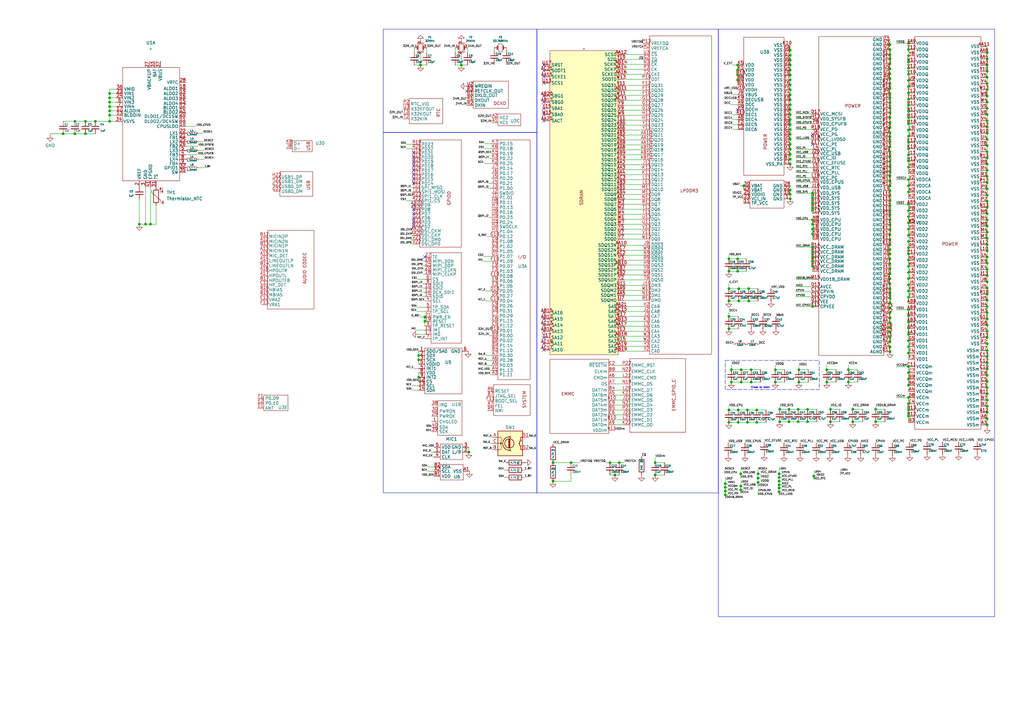
<source format=kicad_sch>
(kicad_sch (version 20250114) (generator "eeschema") (generator_version "9.0")
  (paper "A3")
  (lib_symbols
    (symbol "Device:C_Small" (pin_numbers (hide yes)) (pin_names (offset 0.254) (hide yes))
      (property "Reference" "C" (at 0.254 1.778 0))
      (property "Value" "C_Small" (at 0.254 -2.032 0))
      (symbol "C_Small_1_1"
        (pin passive line (at 0 2.54 270) (length 2.032) (name "~") (number "1"))
        (pin passive line (at 0 -2.54 90) (length 2.032) (name "~") (number "2"))
      )
    )
    (symbol "Device:Crystal_GND24_Small" (pin_names (offset 1.016) (hide yes))
      (property "Reference" "Y" (at 1.27 4.445 0))
      (property "Value" "Crystal_GND24_Small" (at 1.27 2.54 0))
      (symbol "Crystal_GND24_Small_1_1"
        (pin passive line (at -2.54 0 0) (length 1.27) (name "1") (number "1"))
        (pin passive line (at 0 2.54 270) (length 0.635) (name "4") (number "4"))
        (pin passive line (at 0 -2.54 90) (length 0.635) (name "2") (number "2"))
        (pin passive line (at 2.54 0 180) (length 1.27) (name "3") (number "3"))
      )
    )
    (symbol "Device:Crystal_Small" (pin_numbers (hide yes)) (pin_names (offset 1.016) (hide yes))
      (property "Reference" "Y" (at 0 2.54 0))
      (property "Value" "Crystal_Small" (at 0 -2.54 0))
      (symbol "Crystal_Small_1_1"
        (pin passive line (at -2.54 0 0) (length 1.27) (name "1") (number "1"))
        (pin passive line (at 2.54 0 180) (length 1.27) (name "2") (number "2"))
      )
    )
    (symbol "Device:L_Small" (pin_numbers (hide yes)) (pin_names (offset 0.254) (hide yes))
      (property "Reference" "L" (at 0.762 1.016 0))
      (property "Value" "L_Small" (at 0.762 -1.016 0))
      (symbol "L_Small_1_1"
        (pin passive line (at 0 2.54 270) (length 0.508) (name "~") (number "1"))
        (pin passive line (at 0 -2.54 90) (length 0.508) (name "~") (number "2"))
      )
    )
    (symbol "Device:R" (pin_numbers (hide yes)) (pin_names (offset 0))
      (property "Reference" "R" (at 2.032 0 90))
      (property "Value" "R" (at 0 0 90))
      (symbol "R_1_1"
        (pin passive line (at 0 3.81 270) (length 1.27) (name "~") (number "1"))
        (pin passive line (at 0 -3.81 90) (length 1.27) (name "~") (number "2"))
      )
    )
    (symbol "Device:RotaryEncoder_Switch" (pin_names (offset 0.254) (hide yes))
      (property "Reference" "SW" (at 0 6.604 0))
      (property "Value" "RotaryEncoder_Switch" (at 0 -6.604 0))
      (symbol "RotaryEncoder_Switch_1_1"
        (pin passive line (at -7.62 2.54 0) (length 2.54) (name "A") (number "A"))
        (pin passive line (at -7.62 0 0) (length 2.54) (name "C") (number "C"))
        (pin passive line (at -7.62 -2.54 0) (length 2.54) (name "B") (number "B"))
        (pin passive line (at 7.62 2.54 180) (length 2.54) (name "S1") (number "S1"))
        (pin passive line (at 7.62 -2.54 180) (length 2.54) (name "S2") (number "S2"))
      )
    )
    (symbol "Device:Thermistor_NTC" (pin_numbers (hide yes)) (pin_names (offset 0))
      (property "Reference" "TH" (at -4.445 0 90))
      (property "Value" "Thermistor_NTC" (at 3.175 0 90))
      (symbol "Thermistor_NTC_1_1"
        (pin passive line (at 0 3.81 270) (length 1.27) (name "~") (number "1"))
        (pin passive line (at 0 -3.81 90) (length 1.27) (name "~") (number "2"))
      )
    )
    (symbol "Ori_Components:AK09918C" (pin_names (offset 0.5))
      (property "Reference" "U" (at 0 0 0))
      (symbol "AK09918C_1_1"
        (pin input line (at -7.366 1.778 0) (length 2.54) (name "SDA") (number "B2"))
        (pin input line (at -7.366 0 0) (length 2.54) (name "SCL") (number "A2"))
        (pin power_in line (at -7.366 -2.032 0) (length 2.54) (name "VDD") (number "B1"))
        (pin power_out line (at 7.112 0 180) (length 2.54) (name "VSS") (number "A1"))
      )
    )
    (symbol "Ori_Components:AXP2101" (pin_names (offset 0.5))
      (symbol "AXP2101_1_1"
        (pin power_out line (at -13.97 37.592 0) (length 2.54) (name "VSYS") (number "34"))
        (pin power_in line (at -13.716 50.8 0) (length 2.54) (name "VMID") (number "36"))
        (pin power_in line (at -13.716 49.022 0) (length 2.54) (name "VIN1") (number "23"))
        (pin power_in line (at -13.716 47.244 0) (length 2.54) (name "VIN2") (number "24"))
        (pin power_in line (at -13.716 45.466 0) (length 2.54) (name "VIN3") (number "6"))
        (pin power_in line (at -13.716 43.688 0) (length 2.54) (name "VIN4") (number "7"))
        (pin power_in line (at -13.716 41.91 0) (length 2.54) (name "ALDOIN") (number "17"))
        (pin power_in line (at -13.716 40.132 0) (length 2.54) (name "BLDOIN") (number "13"))
        (pin power_in line (at -4.318 10.668 90) (length 2.54) (name "VREF") (number "2"))
        (pin power_in line (at -1.778 10.668 90) (length 2.54) (name "GND") (number "3"))
        (pin power_in line (at -0.254 62.23 270) (length 2.54) (name "VBACKUP") (number "27"))
        (pin power_in line (at 0.254 10.668 90) (length 2.54) (name "EPGND") (number "41"))
        (pin power_in line (at 2.032 62.23 270) (length 2.54) (name "BAT") (number "33"))
        (pin unspecified line (at 2.54 10.668 90) (length 2.54) (name "TS") (number "31"))
        (pin power_in line (at 4.318 62.23 270) (length 2.54) (name "VBUS") (number "37"))
        (pin power_out line (at 14.732 53.594 180) (length 2.54) (name "VRTC") (number "28"))
        (pin power_out line (at 14.732 51.054 180) (length 2.54) (name "ALDO1") (number "18"))
        (pin power_out line (at 14.732 49.022 180) (length 2.54) (name "ALDO2") (number "19"))
        (pin power_out line (at 14.732 46.99 180) (length 2.54) (name "ALDO3") (number "16"))
        (pin power_out line (at 14.732 44.958 180) (length 2.54) (name "ALDO4") (number "15"))
        (pin power_out line (at 14.732 43.18 180) (length 2.54) (name "BLDO1") (number "12"))
        (pin power_out line (at 14.732 41.402 180) (length 2.54) (name "BLDO2") (number "14"))
        (pin power_out line (at 14.732 39.624 180) (length 2.54) (name "DLDO1/DC1SW") (number "20"))
        (pin power_out line (at 14.732 37.592 180) (length 2.54) (name "DLDO2/DC4SW") (number "11"))
        (pin power_out line (at 14.732 35.56 180) (length 2.54) (name "CPUSLDO") (number "10"))
        (pin power_out line (at 14.732 32.766 180) (length 2.54) (name "LX1") (number "22"))
        (pin power_out line (at 14.732 30.988 180) (length 2.54) (name "FB1") (number "21"))
        (pin power_out line (at 14.732 29.21 180) (length 2.54) (name "LX2") (number "25"))
        (pin power_out line (at 14.732 27.432 180) (length 2.54) (name "FB2") (number "26"))
        (pin power_out line (at 14.732 25.654 180) (length 2.54) (name "LX3") (number "5"))
        (pin power_out line (at 14.732 23.876 180) (length 2.54) (name "FB3") (number "4"))
        (pin power_out line (at 14.732 22.098 180) (length 2.54) (name "LX4") (number "8"))
        (pin power_out line (at 14.732 20.32 180) (length 2.54) (name "FB4") (number "9"))
        (pin unspecified line (at 14.732 18.542 180) (length 2.54) (name "GPIO1") (number "32"))
        (pin unspecified line (at 14.732 16.764 180) (length 2.54) (name "SW") (number "35"))
      )
      (symbol "AXP2101_2_1"
        (pin unspecified line (at -0.254 10.16 0) (length 2.54) (name "IRQ") (number "38"))
        (pin unspecified line (at -0.254 7.62 0) (length 2.54) (name "PWRON") (number "30"))
        (pin unspecified line (at -0.254 5.588 0) (length 2.54) (name "PWROK") (number "29"))
        (pin output line (at -0.254 3.302 0) (length 2.54) (name "CHGLED") (number "1"))
        (pin unspecified line (at -0.254 1.016 0) (length 2.54) (name "SDA") (number "40"))
        (pin unspecified line (at -0.254 -0.762 0) (length 2.54) (name "SCK") (number "39"))
      )
    )
    (symbol "Ori_Components:Allwinner_A133"
      (symbol "Allwinner_A133_1_0"
        (pin output line (at -17.78 59.182 0) (length 2.54) (name "SCS0") (number "AA12"))
        (pin output line (at -17.78 57.15 0) (length 2.54) (name "SZQ") (number "Y19"))
        (pin output line (at -17.78 55.118 0) (length 2.54) (name "SCKN") (number "AB14"))
        (pin output line (at -17.78 53.086 0) (length 2.54) (name "SCKP") (number "AA14"))
        (pin output line (at -17.78 51.054 0) (length 2.54) (name "SCKE0") (number "AA16"))
        (pin output line (at -17.78 49.022 0) (length 2.54) (name "SODT0") (number "W13"))
        (pin bidirectional line (at -17.78 46.482 0) (length 2.54) (name "SDQ31") (number "V11"))
        (pin bidirectional line (at -17.78 44.45 0) (length 2.54) (name "SDQ30") (number "AB11"))
        (pin bidirectional line (at -17.78 42.418 0) (length 2.54) (name "SDQ29") (number "W11"))
        (pin bidirectional line (at -17.78 40.386 0) (length 2.54) (name "SDQ28") (number "AC11"))
        (pin bidirectional line (at -17.78 38.354 0) (length 2.54) (name "SDQ27") (number "Y9"))
        (pin bidirectional line (at -17.78 36.322 0) (length 2.54) (name "SDQ26") (number "V9"))
        (pin bidirectional line (at -17.78 34.29 0) (length 2.54) (name "SDQ25") (number "W9"))
        (pin bidirectional line (at -17.78 32.258 0) (length 2.54) (name "SDQ24") (number "Y11"))
        (pin bidirectional line (at -17.78 30.226 0) (length 2.54) (name "SDQ23") (number "AB6"))
        (pin bidirectional line (at -17.78 28.194 0) (length 2.54) (name "SDQ22") (number "AA6"))
        (pin bidirectional line (at -17.78 26.162 0) (length 2.54) (name "SDQ21") (number "AB5"))
        (pin bidirectional line (at -17.78 24.13 0) (length 2.54) (name "SDQ20") (number "AC5"))
        (pin bidirectional line (at -17.78 22.098 0) (length 2.54) (name "SDQ19") (number "AB8"))
        (pin bidirectional line (at -17.78 20.066 0) (length 2.54) (name "SDQ18") (number "AA8"))
        (pin bidirectional line (at -17.78 18.034 0) (length 2.54) (name "SDQ17") (number "AB9"))
        (pin bidirectional line (at -17.78 16.002 0) (length 2.54) (name "SDQ16") (number "AC9"))
        (pin bidirectional line (at -17.78 13.97 0) (length 2.54) (name "SDQ15") (number "AA2"))
        (pin bidirectional line (at -17.78 11.938 0) (length 2.54) (name "SDQ14") (number "AA3"))
        (pin bidirectional line (at -17.78 9.906 0) (length 2.54) (name "SDQ13") (number "AA4"))
        (pin bidirectional line (at -17.78 7.874 0) (length 2.54) (name "SDQ12") (number "AC3"))
        (pin bidirectional line (at -17.78 5.842 0) (length 2.54) (name "SDQ11") (number "AB3"))
        (pin bidirectional line (at -17.78 3.81 0) (length 2.54) (name "SDQ10") (number "AB1"))
        (pin bidirectional line (at -17.78 1.778 0) (length 2.54) (name "SDQ9") (number "AB4"))
        (pin bidirectional line (at -17.78 -0.254 0) (length 2.54) (name "SDQ8") (number "AA1"))
        (pin bidirectional line (at -17.78 -2.286 0) (length 2.54) (name "SDQ7") (number "W3"))
        (pin bidirectional line (at -17.78 -4.318 0) (length 2.54) (name "SDQ6") (number "W2"))
        (pin bidirectional line (at -17.78 -6.35 0) (length 2.54) (name "SDQ5") (number "W4"))
        (pin bidirectional line (at -17.78 -8.382 0) (length 2.54) (name "SDQ4") (number "W1"))
        (pin bidirectional line (at -17.78 -10.414 0) (length 2.54) (name "SDQ3") (number "W7"))
        (pin bidirectional line (at -17.78 -12.446 0) (length 2.54) (name "SDQ2") (number "Y5"))
        (pin bidirectional line (at -17.78 -14.478 0) (length 2.54) (name "SDQ1") (number "V7"))
        (pin bidirectional line (at -17.78 -16.51 0) (length 2.54) (name "SDQ0") (number "Y7"))
        (pin bidirectional line (at -17.78 -19.05 0) (length 2.54) (name "SDQS3N") (number "AA10"))
        (pin bidirectional line (at -17.78 -21.082 0) (length 2.54) (name "SDQS2N") (number "AC7"))
        (pin bidirectional line (at -17.78 -23.114 0) (length 2.54) (name "SDQS1N") (number "AC2"))
        (pin bidirectional line (at -17.78 -25.146 0) (length 2.54) (name "SDQS0N") (number "Y3"))
        (pin bidirectional line (at -17.78 -27.178 0) (length 2.54) (name "SDQS3P") (number "AB10"))
        (pin bidirectional line (at -17.78 -29.21 0) (length 2.54) (name "SDQS2P") (number "AB7"))
        (pin bidirectional line (at -17.78 -31.242 0) (length 2.54) (name "SDQS1P") (number "AB2"))
        (pin bidirectional line (at -17.78 -33.274 0) (length 2.54) (name "SDQS0P") (number "Y2"))
        (pin output line (at -17.78 -35.56 0) (length 2.54) (name "SDQM3") (number "U11"))
        (pin output line (at -17.78 -37.592 0) (length 2.54) (name "SDQM2") (number "AA9"))
        (pin output line (at -17.78 -39.624 0) (length 2.54) (name "SDQM1") (number "AA5"))
        (pin output line (at -17.78 -41.656 0) (length 2.54) (name "SDQM0") (number "U7"))
        (pin output line (at -17.78 -44.196 0) (length 2.54) (name "SA9") (number "AA21"))
        (pin output line (at -17.78 -46.228 0) (length 2.54) (name "SA8") (number "AC15"))
        (pin output line (at -17.78 -48.26 0) (length 2.54) (name "SA7") (number "W17"))
        (pin output line (at -17.78 -50.292 0) (length 2.54) (name "SA6") (number "AB13"))
        (pin output line (at -17.78 -52.324 0) (length 2.54) (name "SA5") (number "AA17"))
        (pin output line (at -17.78 -54.356 0) (length 2.54) (name "SA4") (number "Y13"))
        (pin output line (at -17.78 -56.388 0) (length 2.54) (name "SA3") (number "AB18"))
        (pin output line (at -17.78 -58.42 0) (length 2.54) (name "SA2") (number "U15"))
        (pin output line (at -17.78 -60.452 0) (length 2.54) (name "SA1") (number "AA19"))
        (pin output line (at -17.78 -62.484 0) (length 2.54) (name "SA0") (number "AB19"))
        (pin output line (at 15.24 54.864 180) (length 2.54) (name "SRST") (number "U17"))
        (pin output line (at 15.24 52.578 180) (length 2.54) (name "SODT1") (number "AC21"))
        (pin output line (at 15.24 50.038 180) (length 2.54) (name "SCKE1") (number "AA15"))
        (pin output line (at 15.24 47.498 180) (length 2.54) (name "SCS1") (number "U13"))
        (pin output line (at 15.24 42.164 180) (length 2.54) (name "SBG1") (number "AB20"))
        (pin output line (at 15.24 39.624 180) (length 2.54) (name "SBG0") (number "AB17"))
        (pin output line (at 15.24 37.084 180) (length 2.54) (name "SBA1") (number "Y15"))
        (pin output line (at 15.24 34.544 180) (length 2.54) (name "SBA0") (number "W15"))
        (pin output line (at 15.24 32.004 180) (length 2.54) (name "SACT") (number "AA20"))
        (pin output line (at 15.24 -46.736 180) (length 2.54) (name "SA16") (number "AB15"))
        (pin output line (at 15.24 -49.276 180) (length 2.54) (name "SA15") (number "AB12"))
        (pin output line (at 15.24 -51.816 180) (length 2.54) (name "SA14") (number "AC13"))
        (pin output line (at 15.24 -54.356 180) (length 2.54) (name "SA13") (number "AB16"))
        (pin output line (at 15.24 -56.896 180) (length 2.54) (name "SA12") (number "Y17"))
        (pin output line (at 15.24 -59.436 180) (length 2.54) (name "SA11") (number "AC19"))
        (pin output line (at 15.24 -61.976 180) (length 2.54) (name "SA10") (number "AC17"))
      )
      (symbol "Allwinner_A133_1_1"
        (text "SDRAM" (at -0.254 0.508 900) (effects (font (size 1.27 1.27))))
      )
      (symbol "Allwinner_A133_2_0"
        (text "POWER" (at 0 140.208 0) (effects (font (size 1.27 1.27))))
        (pin power_in line (at -16.51 136.906 0) (length 2.54) (name "VCC_MCSI") (number "D17"))
        (pin bidirectional line (at -16.51 134.874 0) (length 2.54) (name "VDD_SYSFB") (number "H12"))
        (pin bidirectional line (at -16.51 132.842 0) (length 2.54) (name "VDD_CPUFB") (number "P8"))
        (pin bidirectional line (at -16.51 130.556 0) (length 2.54) (name "VCC_PD") (number "R18"))
        (pin bidirectional line (at -16.51 128.524 0) (length 2.54) (name "VCC_PG") (number "J6"))
        (pin bidirectional line (at -16.51 126.492 0) (length 2.54) (name "VCC_LVDS0") (number "N18"))
        (pin bidirectional line (at -16.51 124.46 0) (length 2.54) (name "VCC_PE") (number "E17"))
        (pin bidirectional line (at -16.51 122.428 0) (length 2.54) (name "VCC_PL") (number "L4"))
        (pin power_in line (at -16.51 120.65 0) (length 2.54) (name "VCC_USB") (number "J20"))
        (pin bidirectional line (at -16.51 118.872 0) (length 2.54) (name "VCC_IO") (number "E7"))
        (pin bidirectional line (at -16.51 116.84 0) (length 2.54) (name "VCC_EFUSE") (number "J19"))
        (pin bidirectional line (at -16.51 114.808 0) (length 2.54) (name "VCC_RTC") (number "L5"))
        (pin bidirectional line (at -16.51 112.776 0) (length 2.54) (name "VCC_PLL") (number "N6"))
        (pin bidirectional line (at -16.51 110.744 0) (length 2.54) (name "VCC_PC") (number "L18"))
        (pin bidirectional line (at -16.51 108.966 0) (length 2.54) (name "VDD_CPUS") (number "N4"))
        (pin power_in line (at -16.51 106.68 0) (length 2.54) (name "VDD_USB") (number "J18"))
        (pin bidirectional line (at -16.51 104.394 0) (length 2.54) (name "VDD_SYS") (number "J16"))
        (pin bidirectional line (at -16.51 102.362 0) (length 2.54) (name "VDD_SYS") (number "H16"))
        (pin bidirectional line (at -16.51 100.33 0) (length 2.54) (name "VDD_SYS") (number "H15"))
        (pin bidirectional line (at -16.51 98.298 0) (length 2.54) (name "VDD_SYS") (number "H14"))
        (pin bidirectional line (at -16.51 96.266 0) (length 2.54) (name "VDD_SYS") (number "H13"))
        (pin bidirectional line (at -16.51 93.472 0) (length 2.54) (name "VDD_CPU") (number "N8"))
        (pin bidirectional line (at -16.51 91.694 0) (length 2.54) (name "VDD_CPU") (number "M8"))
        (pin bidirectional line (at -16.51 89.662 0) (length 2.54) (name "VDD_CPU") (number "L8"))
        (pin bidirectional line (at -16.51 87.63 0) (length 2.54) (name "VDD_CPU") (number "K9"))
        (pin bidirectional line (at -16.51 85.598 0) (length 2.54) (name "VDD_CPU") (number "K8"))
        (pin bidirectional line (at -16.51 82.296 0) (length 2.54) (name "VCC_DRAM") (number "R14"))
        (pin bidirectional line (at -16.51 80.264 0) (length 2.54) (name "VCC_DRAM") (number "R13"))
        (pin bidirectional line (at -16.51 78.232 0) (length 2.54) (name "VCC_DRAM") (number "R12"))
        (pin bidirectional line (at -16.51 76.454 0) (length 2.54) (name "VCC_DRAM") (number "R11"))
        (pin bidirectional line (at -16.51 74.422 0) (length 2.54) (name "VCC_DRAM") (number "R10"))
        (pin bidirectional line (at -16.51 72.39 0) (length 2.54) (name "VCC_DRAM") (number "R9"))
        (pin bidirectional line (at -16.51 69.088 0) (length 2.54) (name "VDD18_DRAM") (number "R15"))
        (pin bidirectional line (at -16.51 66.04 0) (length 2.54) (name "AVCC") (number "D13"))
        (pin bidirectional line (at -16.51 64.008 0) (length 2.54) (name "CPVIN") (number "C13"))
        (pin bidirectional line (at -16.51 61.976 0) (length 2.54) (name "CPVDD") (number "C15"))
        (pin bidirectional line (at -16.51 59.944 0) (length 2.54) (name "VEE") (number "D15"))
        (pin bidirectional line (at -16.51 57.912 0) (length 2.54) (name "CPVEE") (number "E15"))
        (pin power_in line (at 15.24 167.386 180) (length 2.54) (name "GND") (number "Y4"))
        (pin power_in line (at 15.24 165.354 180) (length 2.54) (name "GND") (number "V3"))
        (pin power_in line (at 15.24 163.322 180) (length 2.54) (name "GND") (number "V2"))
        (pin power_in line (at 15.24 161.29 180) (length 2.54) (name "GND") (number "V17"))
        (pin power_in line (at 15.24 159.512 180) (length 2.54) (name "GND") (number "V15"))
        (pin power_in line (at 15.24 157.48 180) (length 2.54) (name "GND") (number "V13"))
        (pin power_in line (at 15.24 155.448 180) (length 2.54) (name "GND") (number "U9"))
        (pin power_in line (at 15.24 153.416 180) (length 2.54) (name "GND") (number "U5"))
        (pin power_in line (at 15.24 151.384 180) (length 2.54) (name "GND") (number "R8"))
        (pin power_in line (at 15.24 149.352 180) (length 2.54) (name "GND") (number "R21"))
        (pin power_in line (at 15.24 147.32 180) (length 2.54) (name "GND") (number "R16"))
        (pin power_in line (at 15.24 145.288 180) (length 2.54) (name "GND") (number "P9"))
        (pin power_in line (at 15.24 143.51 180) (length 2.54) (name "GND") (number "P16"))
        (pin power_in line (at 15.24 141.478 180) (length 2.54) (name "GND") (number "P15"))
        (pin power_in line (at 15.24 139.446 180) (length 2.54) (name "GND") (number "P14"))
        (pin power_in line (at 15.24 137.414 180) (length 2.54) (name "GND") (number "P13"))
        (pin power_in line (at 15.24 135.382 180) (length 2.54) (name "GND") (number "P12"))
        (pin power_in line (at 15.24 133.35 180) (length 2.54) (name "GND") (number "P11"))
        (pin power_in line (at 15.24 131.318 180) (length 2.54) (name "GND") (number "P10"))
        (pin power_in line (at 15.24 129.286 180) (length 2.54) (name "GND") (number "N9"))
        (pin power_in line (at 15.24 127.508 180) (length 2.54) (name "GND") (number "N22"))
        (pin power_in line (at 15.24 125.476 180) (length 2.54) (name "GND") (number "N16"))
        (pin power_in line (at 15.24 123.444 180) (length 2.54) (name "GND") (number "N15"))
        (pin power_in line (at 15.24 121.412 180) (length 2.54) (name "GND") (number "M9"))
        (pin power_in line (at 15.24 119.38 180) (length 2.54) (name "GND") (number "M16"))
        (pin power_in line (at 15.24 117.348 180) (length 2.54) (name "GND") (number "M15"))
        (pin power_in line (at 15.24 115.316 180) (length 2.54) (name "GND") (number "M14"))
        (pin power_in line (at 15.24 113.284 180) (length 2.54) (name "GND") (number "M13"))
        (pin power_in line (at 15.24 111.506 180) (length 2.54) (name "GND") (number "M12"))
        (pin power_in line (at 15.24 109.474 180) (length 2.54) (name "GND") (number "M11"))
        (pin power_in line (at 15.24 107.442 180) (length 2.54) (name "GND") (number "M10"))
        (pin power_in line (at 15.24 105.41 180) (length 2.54) (name "GND") (number "L9"))
        (pin power_in line (at 15.24 103.378 180) (length 2.54) (name "GND") (number "L16"))
        (pin power_in line (at 15.24 101.346 180) (length 2.54) (name "GND") (number "L15"))
        (pin power_in line (at 15.24 99.314 180) (length 2.54) (name "GND") (number "L14"))
        (pin power_in line (at 15.24 97.282 180) (length 2.54) (name "GND") (number "L10"))
        (pin power_in line (at 15.24 95.504 180) (length 2.54) (name "GND") (number "K16"))
        (pin power_in line (at 15.24 93.472 180) (length 2.54) (name "GND") (number "K15"))
        (pin power_in line (at 15.24 91.44 180) (length 2.54) (name "GND") (number "K14"))
        (pin power_in line (at 15.24 89.408 180) (length 2.54) (name "GND") (number "K13"))
        (pin power_in line (at 15.24 87.376 180) (length 2.54) (name "GND") (number "K12"))
        (pin power_in line (at 15.24 85.344 180) (length 2.54) (name "GND") (number "K11"))
        (pin power_in line (at 15.24 83.312 180) (length 2.54) (name "GND") (number "K10"))
        (pin power_in line (at 15.24 81.28 180) (length 2.54) (name "GND") (number "J9"))
        (pin power_in line (at 15.24 79.502 180) (length 2.54) (name "GND") (number "J8"))
        (pin power_in line (at 15.24 77.47 180) (length 2.54) (name "GND") (number "J3"))
        (pin power_in line (at 15.24 75.438 180) (length 2.54) (name "GND") (number "J21"))
        (pin power_in line (at 15.24 73.406 180) (length 2.54) (name "GND") (number "J15"))
        (pin power_in line (at 15.24 71.374 180) (length 2.54) (name "GND") (number "J10"))
        (pin power_in line (at 15.24 69.342 180) (length 2.54) (name "GND") (number "H9"))
        (pin power_in line (at 15.24 67.31 180) (length 2.54) (name "GND") (number "H8"))
        (pin power_in line (at 15.24 65.278 180) (length 2.54) (name "GND") (number "H11"))
        (pin power_in line (at 15.24 63.5 180) (length 2.54) (name "GND") (number "H10"))
        (pin power_in line (at 15.24 61.468 180) (length 2.54) (name "GND") (number "C19"))
        (pin power_in line (at 15.24 59.436 180) (length 2.54) (name "GND") (number "C17"))
        (pin power_in line (at 15.24 57.404 180) (length 2.54) (name "GND") (number "AC23"))
        (pin power_in line (at 15.24 55.372 180) (length 2.54) (name "GND") (number "AC22"))
        (pin power_in line (at 15.24 53.34 180) (length 2.54) (name "GND") (number "AC1"))
        (pin power_in line (at 15.24 51.308 180) (length 2.54) (name "GND") (number "AA7"))
        (pin power_in line (at 15.24 49.276 180) (length 2.54) (name "GND") (number "AA18"))
        (pin power_in line (at 15.24 47.498 180) (length 2.54) (name "GND") (number "AA13"))
        (pin power_in line (at 15.24 45.466 180) (length 2.54) (name "GND") (number "AA11"))
        (pin power_in line (at 15.24 43.434 180) (length 2.54) (name "GND") (number "A23"))
        (pin power_in line (at 15.24 41.402 180) (length 2.54) (name "GND") (number "A1"))
        (pin power_in line (at 15.24 39.37 180) (length 2.54) (name "AGND") (number "D11"))
      )
      (symbol "Allwinner_A133_3_0"
        (pin bidirectional line (at 0 22.606 0) (length 2.54) (name "PB10") (number "F3"))
        (pin bidirectional line (at 0 20.828 0) (length 2.54) (name "PB9") (number "F2"))
        (pin bidirectional line (at 0 19.05 0) (length 2.54) (name "PB8") (number "E1"))
        (pin bidirectional line (at 0 17.272 0) (length 2.54) (name "PB7") (number "E2"))
        (pin bidirectional line (at 0 15.494 0) (length 2.54) (name "PB6") (number "E3"))
        (pin bidirectional line (at 0 13.716 0) (length 2.54) (name "PB5") (number "D2"))
        (pin bidirectional line (at 0 11.938 0) (length 2.54) (name "PB4") (number "D3"))
        (pin bidirectional line (at 0 10.16 0) (length 2.54) (name "PB3") (number "D5"))
        (pin bidirectional line (at 0 8.382 0) (length 2.54) (name "PB2") (number "G4"))
        (pin bidirectional line (at 0 6.604 0) (length 2.54) (name "PB1") (number "D4"))
        (pin bidirectional line (at 0 4.826 0) (length 2.54) (name "PB0") (number "E5"))
      )
      (symbol "Allwinner_A133_3_1"
        (text "GPIOB" (at 9.398 11.684 900) (effects (font (size 1.27 1.27))))
      )
      (symbol "Allwinner_A133_4_0"
        (pin bidirectional line (at 0 34.036 0) (length 2.54) (name "EMMC_RST") (number "P22"))
        (pin bidirectional line (at 0 31.496 0) (length 2.54) (name "EMMC_CLK") (number "N23"))
        (pin bidirectional line (at 0 28.956 0) (length 2.54) (name "EMMC_CMD") (number "L22"))
        (pin bidirectional line (at 0 26.416 0) (length 2.54) (name "EMMC_DS") (number "N19"))
        (pin bidirectional line (at 0 23.876 0) (length 2.54) (name "EMMC_D7") (number "L20"))
        (pin bidirectional line (at 0 21.844 0) (length 2.54) (name "EMMC_D6") (number "K21"))
        (pin bidirectional line (at 0 19.812 0) (length 2.54) (name "EMMC_D5") (number "J22"))
        (pin bidirectional line (at 0 17.78 0) (length 2.54) (name "EMMC_D4") (number "N21"))
        (pin bidirectional line (at 0 15.748 0) (length 2.54) (name "EMMC_D3") (number "P21"))
        (pin bidirectional line (at 0 13.716 0) (length 2.54) (name "EMMC_D2") (number "J23"))
        (pin bidirectional line (at 0 11.684 0) (length 2.54) (name "EMMC_D1") (number "L21"))
        (pin bidirectional line (at 0 9.652 0) (length 2.54) (name "EMMC_D0") (number "K22"))
      )
      (symbol "Allwinner_A133_4_1"
        (text "EMMC_GPIO_C\n" (at 20.574 21.844 900) (effects (font (size 1.27 1.27))))
      )
      (symbol "Allwinner_A133_5_0"
        (pin bidirectional line (at 0 48.006 0) (length 2.54) (name "PD23") (number "R19"))
        (pin bidirectional line (at 0 46.228 0) (length 2.54) (name "PD22") (number "R20"))
        (pin bidirectional line (at 0 44.45 0) (length 2.54) (name "PD21") (number "U18"))
        (pin bidirectional line (at 0 42.672 0) (length 2.54) (name "PD20") (number "U19"))
        (pin bidirectional line (at 0 40.894 0) (length 2.54) (name "PD19") (number "W20"))
        (pin bidirectional line (at 0 39.116 0) (length 2.54) (name "PD18") (number "W21"))
        (pin bidirectional line (at 0 37.338 0) (length 2.54) (name "PD17") (number "U20"))
        (pin bidirectional line (at 0 35.56 0) (length 2.54) (name "PD16") (number "U21"))
        (pin bidirectional line (at 0 33.782 0) (length 2.54) (name "PD15") (number "U23"))
        (pin bidirectional line (at 0 32.004 0) (length 2.54) (name "PD14") (number "U22"))
        (pin bidirectional line (at 0 30.226 0) (length 2.54) (name "SPI_MISO") (number "T22"))
        (pin bidirectional line (at 0 28.448 0) (length 2.54) (name "SPI1_MOSI") (number "T21"))
        (pin bidirectional line (at 0 26.67 0) (length 2.54) (name "SPI1_CLK") (number "R23"))
        (pin bidirectional line (at 0 24.892 0) (length 2.54) (name "SPI1_CS") (number "R22"))
        (pin bidirectional line (at 0 23.114 0) (length 2.54) (name "PD9") (number "AB23"))
        (pin bidirectional line (at 0 21.336 0) (length 2.54) (name "PD8") (number "AB22"))
        (pin bidirectional line (at 0 19.558 0) (length 2.54) (name "PD7") (number "Y23"))
        (pin bidirectional line (at 0 17.78 0) (length 2.54) (name "PD6") (number "Y22"))
        (pin bidirectional line (at 0 16.002 0) (length 2.54) (name "PD3") (number "W23"))
        (pin bidirectional line (at 0 14.224 0) (length 2.54) (name "PD2") (number "W22"))
        (pin bidirectional line (at 0 12.446 0) (length 2.54) (name "DSI_CKM") (number "AA23"))
        (pin bidirectional line (at 0 10.668 0) (length 2.54) (name "DSI_CKP") (number "AA22"))
        (pin bidirectional line (at 0 8.89 0) (length 2.54) (name "DSI_DM0") (number "V23"))
        (pin bidirectional line (at 0 7.112 0) (length 2.54) (name "DSI_DP0") (number "V22"))
      )
      (symbol "Allwinner_A133_5_1"
        (text "GPIOD" (at 14.478 25.908 900) (effects (font (size 1.27 1.27))))
      )
      (symbol "Allwinner_A133_6_0"
        (pin bidirectional line (at 0 20.066 0) (length 2.54) (name "PE9") (number "E21"))
        (pin bidirectional line (at 0 18.034 0) (length 2.54) (name "PE8") (number "F23"))
        (pin bidirectional line (at 0 16.002 0) (length 2.54) (name "PE7") (number "E22"))
        (pin bidirectional line (at 0 13.97 0) (length 2.54) (name "PE6") (number "F22"))
        (pin bidirectional line (at 0 11.938 0) (length 2.54) (name "PE5") (number "G19"))
        (pin bidirectional line (at 0 9.906 0) (length 2.54) (name "PE4") (number "G21"))
        (pin bidirectional line (at 0 7.874 0) (length 2.54) (name "PE3") (number "D19"))
        (pin bidirectional line (at 0 6.096 0) (length 2.54) (name "PE2") (number "G20"))
        (pin bidirectional line (at 0 4.064 0) (length 2.54) (name "PE1") (number "E20"))
        (pin bidirectional line (at 0 2.032 0) (length 2.54) (name "PE0") (number "E23"))
      )
      (symbol "Allwinner_A133_6_1"
        (text "GPIOE" (at 14.478 11.938 0) (effects (font (size 1.27 1.27))))
      )
      (symbol "Allwinner_A133_7_0"
        (pin bidirectional line (at 0 13.97 0) (length 2.54) (name "PF6") (number "C10"))
        (pin bidirectional line (at 0 11.938 0) (length 2.54) (name "PF5") (number "C8"))
        (pin bidirectional line (at 0 9.906 0) (length 2.54) (name "PF4") (number "B8"))
        (pin bidirectional line (at 0 7.874 0) (length 2.54) (name "PF3") (number "B9"))
        (pin bidirectional line (at 0 6.096 0) (length 2.54) (name "PF2") (number "A9"))
        (pin bidirectional line (at 0 4.064 0) (length 2.54) (name "PF1") (number "C9"))
        (pin bidirectional line (at 0 2.032 0) (length 2.54) (name "PF0") (number "B10"))
      )
      (symbol "Allwinner_A133_7_1"
        (text "GPIOF" (at 13.716 8.128 0) (effects (font (size 1.27 1.27))))
      )
      (symbol "Allwinner_A133_8_0"
        (pin bidirectional line (at 0 28 0) (length 2.54) (name "PG13") (number "J4"))
        (pin bidirectional line (at 0 26 0) (length 2.54) (name "PG12") (number "G6"))
        (pin bidirectional line (at 0 24 0) (length 2.54) (name "PG11") (number "G5"))
        (pin bidirectional line (at 0 22 0) (length 2.54) (name "PG10") (number "J1"))
        (pin bidirectional line (at 0 20 0) (length 2.54) (name "PG9") (number "L3"))
        (pin bidirectional line (at 0 18 0) (length 2.54) (name "PG8") (number "K3"))
        (pin bidirectional line (at 0 16 0) (length 2.54) (name "PG7") (number "J5"))
        (pin bidirectional line (at 0 14 0) (length 2.54) (name "PG6") (number "K2"))
        (pin bidirectional line (at 0 12 0) (length 2.54) (name "PG5") (number "H3"))
        (pin bidirectional line (at 0 10 0) (length 2.54) (name "PG4") (number "G2"))
        (pin bidirectional line (at 0 8 0) (length 2.54) (name "PG3") (number "G3"))
        (pin bidirectional line (at 0 6 0) (length 2.54) (name "PG2") (number "G1"))
        (pin bidirectional line (at 0 4 0) (length 2.54) (name "PG1") (number "H2"))
        (pin bidirectional line (at 0 2 0) (length 2.54) (name "PG0") (number "J2"))
      )
      (symbol "Allwinner_A133_8_1"
        (text "GPIOG" (at 13.716 14.224 0) (effects (font (size 1.27 1.27))))
      )
      (symbol "Allwinner_A133_9_0"
        (pin bidirectional line (at 0 40 0) (length 2.54) (name "PH19") (number "B1"))
        (pin bidirectional line (at 0 38 0) (length 2.54) (name "PH18") (number "C2"))
        (pin bidirectional line (at 0 36 0) (length 2.54) (name "PH17") (number "A2"))
        (pin bidirectional line (at 0 34 0) (length 2.54) (name "PH16") (number "C3"))
        (pin bidirectional line (at 0 32 0) (length 2.54) (name "PH15") (number "B3"))
        (pin bidirectional line (at 0 30 0) (length 2.54) (name "PH14") (number "C1"))
        (pin bidirectional line (at 0 28 0) (length 2.54) (name "PH13") (number "B2"))
        (pin bidirectional line (at 0 26 0) (length 2.54) (name "PH12") (number "A3"))
        (pin bidirectional line (at 0 24 0) (length 2.54) (name "PH11") (number "D7"))
        (pin bidirectional line (at 0 22 0) (length 2.54) (name "PH10") (number "B4"))
        (pin bidirectional line (at 0 20 0) (length 2.54) (name "PH9") (number "D9"))
        (pin bidirectional line (at 0 18 0) (length 2.54) (name "PH8") (number "E9"))
        (pin bidirectional line (at 0 16 0) (length 2.54) (name "PH7") (number "C4"))
        (pin bidirectional line (at 0 14 0) (length 2.54) (name "PH6") (number "F9"))
        (pin bidirectional line (at 0 12 0) (length 2.54) (name "PH5") (number "C5"))
        (pin bidirectional line (at 0 10 0) (length 2.54) (name "PH4") (number "C6"))
        (pin bidirectional line (at 0 8 0) (length 2.54) (name "PH3") (number "B5"))
        (pin bidirectional line (at 0 6 0) (length 2.54) (name "PH2") (number "B6"))
        (pin bidirectional line (at 0 4 0) (length 2.54) (name "PH1") (number "A5"))
        (pin bidirectional line (at 0 2 0) (length 2.54) (name "PH0") (number "C7"))
      )
      (symbol "Allwinner_A133_9_1"
        (text "GPIOH" (at 16.002 21.082 0) (effects (font (size 1.27 1.27))))
      )
      (symbol "Allwinner_A133_10_0"
        (pin bidirectional line (at 0 24 0) (length 2.54) (name "PL11") (number "M2"))
        (pin bidirectional line (at 0 22 0) (length 2.54) (name "PL10") (number "U4"))
        (pin bidirectional line (at 0 20 0) (length 2.54) (name "PL9") (number "M3"))
        (pin bidirectional line (at 0 18 0) (length 2.54) (name "PL8") (number "L1"))
        (pin bidirectional line (at 0 16 0) (length 2.54) (name "PL7") (number "L2"))
        (pin bidirectional line (at 0 14 0) (length 2.54) (name "PL6") (number "N2"))
        (pin bidirectional line (at 0 12 0) (length 2.54) (name "PL5") (number "N3"))
        (pin bidirectional line (at 0 10 0) (length 2.54) (name "PL4") (number "R4"))
        (pin bidirectional line (at 0 8 0) (length 2.54) (name "PL3") (number "N1"))
        (pin bidirectional line (at 0 6 0) (length 2.54) (name "PL2") (number "P3"))
        (pin bidirectional line (at 0 4 0) (length 2.54) (name "PL1") (number "L6"))
        (pin bidirectional line (at 0 2 0) (length 2.54) (name "PL0") (number "N5"))
      )
      (symbol "Allwinner_A133_10_1"
        (text "GPIOL" (at 12.446 12.7 0) (effects (font (size 1.27 1.27))))
      )
      (symbol "Allwinner_A133_11_0"
        (pin bidirectional line (at 0 10 0) (length 2.54) (name "RESET") (number "R6"))
        (pin input line (at 0 8 0) (length 2.54) (name "JTAG_SEL") (number "B7"))
        (pin input line (at 0 6 0) (length 2.54) (name "BOOT_SEL") (number "F11"))
        (pin input line (at 0 4 0) (length 2.54) (name "FEL") (number "A7"))
        (pin bidirectional line (at 0 2 0) (length 2.54) (name "NMI") (number "R5"))
      )
      (symbol "Allwinner_A133_11_1"
        (text "SYSTEM" (at 15.24 6.604 900) (effects (font (size 1.27 1.27))))
      )
      (symbol "Allwinner_A133_12_0"
        (pin bidirectional line (at 0 6.096 0) (length 2.54) (name "LRADC") (number "E11"))
        (pin bidirectional line (at 0 4.064 0) (length 2.54) (name "BOOT_SEL_ADC") (number "B11"))
        (pin bidirectional line (at 0 2.032 0) (length 2.54) (name "GPADC1") (number "A11"))
      )
      (symbol "Allwinner_A133_12_1"
        (text "DAC" (at 19.304 4.064 900) (effects (font (size 1.27 1.27))))
      )
      (symbol "Allwinner_A133_13_0"
        (pin bidirectional line (at 0 7.874 0) (length 2.54) (name "USB1_DP") (number "H23"))
        (pin bidirectional line (at 0 6.096 0) (length 2.54) (name "USB1_DM") (number "H22"))
        (pin bidirectional line (at 0 4.064 0) (length 2.54) (name "USB0_DP") (number "G23"))
        (pin bidirectional line (at 0 2.032 0) (length 2.54) (name "USB0_DM") (number "G22"))
      )
      (symbol "Allwinner_A133_13_1"
        (text "USB" (at 14.224 4.572 900) (effects (font (size 1.27 1.27))))
      )
      (symbol "Allwinner_A133_14_0"
        (pin input line (at 0 32.004 0) (length 2.54) (name "MCSIB_D1P") (number "C18"))
        (pin input line (at 0 29.972 0) (length 2.54) (name "MCSIB_D1N") (number "B18"))
        (pin input line (at 0 27.94 0) (length 2.54) (name "MCSIB_D0P") (number "C20"))
        (pin input line (at 0 25.908 0) (length 2.54) (name "MCSIB_D0N") (number "B20"))
        (pin input line (at 0 23.876 0) (length 2.54) (name "MCSIB_CKP") (number "B19"))
        (pin input line (at 0 22.098 0) (length 2.54) (name "MCSIB_CKN") (number "A19"))
        (pin input line (at 0 20.066 0) (length 2.54) (name "MCSIA_D3P") (number "B23"))
        (pin input line (at 0 18.034 0) (length 2.54) (name "MCSIA_D3N") (number "B22"))
        (pin input line (at 0 16.002 0) (length 2.54) (name "MCSIA_D2P") (number "C21"))
        (pin input line (at 0 13.97 0) (length 2.54) (name "MCSIA_D2N") (number "B21"))
        (pin input line (at 0 11.938 0) (length 2.54) (name "MCSIA_D1P") (number "C23"))
        (pin input line (at 0 9.906 0) (length 2.54) (name "MCSIA_D1N") (number "C22"))
        (pin input line (at 0 7.874 0) (length 2.54) (name "MCSIA_D0P") (number "D22"))
        (pin input line (at 0 6.096 0) (length 2.54) (name "MCSIA_D0N") (number "D21"))
        (pin input line (at 0 4.064 0) (length 2.54) (name "MCSIA_CKP") (number "A21"))
        (pin input line (at 0 2.032 0) (length 2.54) (name "MCSIA_CKN") (number "A22"))
      )
      (symbol "Allwinner_A133_14_1"
        (text "MIPI CSI" (at 19.812 18.034 900) (effects (font (size 1.27 1.27))))
      )
      (symbol "Allwinner_A133_15_0"
        (pin bidirectional line (at 0 41.91 0) (length 2.54) (name "MICIN2P") (number "B12"))
        (pin bidirectional line (at 0 39.878 0) (length 2.54) (name "MICIN2N") (number "A12"))
        (pin bidirectional line (at 0 38.1 0) (length 2.54) (name "MICIN1P") (number "B13"))
        (pin bidirectional line (at 0 36.068 0) (length 2.54) (name "MICIN1N") (number "A13"))
        (pin bidirectional line (at 0 34.036 0) (length 2.54) (name "MIC_DET") (number "A15"))
        (pin bidirectional line (at 0 32.004 0) (length 2.54) (name "LINEOUTLP") (number "A14"))
        (pin bidirectional line (at 0 29.972 0) (length 2.54) (name "LINEOUTLN") (number "B14"))
        (pin bidirectional line (at 0 27.94 0) (length 2.54) (name "HPOUTR") (number "A16"))
        (pin bidirectional line (at 0 25.908 0) (length 2.54) (name "HPOUTL") (number "A17"))
        (pin bidirectional line (at 0 23.876 0) (length 2.54) (name "HPOUTFB") (number "B17"))
        (pin bidirectional line (at 0 22.098 0) (length 2.54) (name "HP_DET") (number "C11"))
        (pin bidirectional line (at 0 20.066 0) (length 2.54) (name "HBIAS") (number "B16"))
        (pin bidirectional line (at 0 18.034 0) (length 2.54) (name "MBIAS") (number "B15"))
        (pin bidirectional line (at 0 16.002 0) (length 2.54) (name "VRA2") (number "E13"))
        (pin bidirectional line (at 0 13.97 0) (length 2.54) (name "VRA1") (number "F13"))
      )
      (symbol "Allwinner_A133_15_1"
        (text "AUDIO CODEC" (at 17.78 28.956 900) (effects (font (size 1.27 1.27))))
      )
      (symbol "Allwinner_A133_16_0"
        (pin bidirectional line (at 0 9.906 0) (length 2.54) (name "RTC_VIO") (number "P2"))
        (pin bidirectional line (at 0 7.874 0) (length 2.54) (name "X32KFOUT") (number "U3"))
        (pin bidirectional line (at 0 5.842 0) (length 2.54) (name "X32KOUT") (number "T3"))
        (pin bidirectional line (at 0 3.81 0) (length 2.54) (name "X32KIN") (number "T2"))
      )
      (symbol "Allwinner_A133_16_1"
        (text "RTC" (at 14.478 6.35 900) (effects (font (size 1.27 1.27))))
      )
      (symbol "Allwinner_A133_17_0"
        (pin bidirectional line (at 0 9.906 0) (length 2.54) (name "WREQIN") (number "U2"))
        (pin bidirectional line (at 0 7.874 0) (length 2.54) (name "REFCLK_OUT") (number "R3"))
        (pin bidirectional line (at 0 6.096 0) (length 2.54) (name "DXLD_OUT") (number "U1"))
        (pin bidirectional line (at 0 4.064 0) (length 2.54) (name "DXOUT") (number "R1"))
        (pin bidirectional line (at 0 2.032 0) (length 2.54) (name "DXIN") (number "R2"))
      )
      (symbol "Allwinner_A133_17_1"
        (text "DCXO" (at 13.462 2.794 0) (effects (font (size 1.27 1.27))))
      )
      (symbol "Allwinner_A133_18_0"
        (pin bidirectional line (at -6.096 4.572 0) (length 2.54) (name "SPI0_CLK") (number "L19"))
        (pin bidirectional line (at -6.096 2.794 0) (length 2.54) (name "SPI0_MISO") (number "L23"))
        (pin bidirectional line (at -6.096 1.016 0) (length 2.54) (name "SPI0_MOSI") (number "M21"))
        (pin bidirectional line (at -6.096 -1.27 0) (length 2.54) (name "SPI0_CS0") (number "M22"))
        (pin bidirectional line (at -6.096 -3.048 0) (length 2.54) (name "SPI0_CS1") (number "N20"))
      )
      (symbol "Allwinner_A133_18_1"
        (text "SPI_GPIO_C" (at 14.478 0 0) (effects (font (size 1.27 1.27))))
      )
    )
    (symbol "Ori_Components:DO0132FMST01"
      (symbol "DO0132FMST01_1_1"
        (pin bidirectional line (at -10.668 4.318 0) (length 2.54) (name "VBAT") (number "30"))
        (pin bidirectional line (at -10.668 2.54 0) (length 2.54) (name "VBAT") (number "29"))
        (pin bidirectional line (at -10.668 0.762 0) (length 2.54) (name "VDDIO") (number "25"))
        (pin bidirectional line (at -10.668 -1.016 0) (length 2.54) (name "VCI_IN") (number "23"))
        (pin bidirectional line (at -10.668 -2.794 0) (length 2.54) (name "TP_VCC") (number "11"))
        (pin bidirectional line (at 8.382 4.318 180) (length 2.54) (name "GND") (number "28"))
        (pin bidirectional line (at 8.382 2.54 180) (length 2.54) (name "GND") (number "22"))
        (pin bidirectional line (at 8.382 0.762 180) (length 2.54) (name "GND") (number "16"))
        (pin bidirectional line (at 8.382 -1.016 180) (length 2.54) (name "GND") (number "1"))
      )
      (symbol "DO0132FMST01_2_1"
        (pin bidirectional line (at -6.858 13.716 0) (length 2.54) (name "TE") (number "27"))
        (pin bidirectional line (at -6.858 11.938 0) (length 2.54) (name "MIPI_D0N") (number "26"))
        (pin bidirectional line (at -6.858 10.16 0) (length 2.54) (name "MIPI_D0P") (number "24"))
        (pin bidirectional line (at -6.858 8.382 0) (length 2.54) (name "MIPI_CLKN") (number "20"))
        (pin bidirectional line (at -6.858 6.604 0) (length 2.54) (name "MIPI_CLKP") (number "18"))
        (pin bidirectional line (at -6.858 4.572 0) (length 2.54) (name "CS") (number "6"))
        (pin bidirectional line (at -6.858 2.794 0) (length 2.54) (name "SDI3") (number "8"))
        (pin bidirectional line (at -6.858 1.016 0) (length 2.54) (name "SDI2") (number "10"))
        (pin bidirectional line (at -6.858 -0.762 0) (length 2.54) (name "DCX_SDI1") (number "12"))
        (pin bidirectional line (at -6.858 -2.54 0) (length 2.54) (name "SDI0") (number "14"))
        (pin bidirectional line (at -6.858 -4.318 0) (length 2.54) (name "SCL") (number "4"))
        (pin bidirectional line (at -6.858 -6.858 0) (length 2.54) (name "TP_SDA") (number "5"))
        (pin bidirectional line (at -6.858 -8.636 0) (length 2.54) (name "TP_SCL") (number "3"))
        (pin bidirectional line (at -6.858 -10.922 0) (length 2.54) (name "PWR_EN") (number "21"))
        (pin bidirectional line (at -6.858 -12.7 0) (length 2.54) (name "RESET") (number "19"))
        (pin bidirectional line (at -6.858 -14.478 0) (length 2.54) (name "TP_RESET") (number "9"))
        (pin bidirectional line (at -6.858 -16.256 0) (length 2.54) (name "IM1") (number "15"))
        (pin bidirectional line (at -6.858 -18.034 0) (length 2.54) (name "IM0") (number "17"))
        (pin bidirectional line (at -6.858 -19.812 0) (length 2.54) (name "TP_INT") (number "7"))
      )
    )
    (symbol "Ori_Components:LSM6DS3TR-C"
      (property "Reference" "U" (at -11.43 15.24 0))
      (property "Value" "LSM6DS3TR-C" (at -11.43 12.7 0))
      (symbol "LSM6DS3TR-C_1_1"
        (pin bidirectional line (at -12.7 4.826 0) (length 2.54) (name "SDO/SA0") (number "1"))
        (pin bidirectional line (at -12.7 3.048 0) (length 2.54) (name "SDX") (number "2"))
        (pin input line (at -12.7 1.27 0) (length 2.54) (name "SCX") (number "3"))
        (pin power_in line (at -12.7 -0.508 0) (length 2.54) (name "VDDIO") (number "5"))
        (pin output line (at -12.7 -2.286 0) (length 2.54) (name "INT1") (number "4"))
        (pin power_in line (at -12.7 -4.064 0) (length 2.54) (name "VDD") (number "8"))
        (pin output line (at -12.7 -5.842 0) (length 2.54) (name "INT2") (number "9"))
        (pin input line (at -12.7 -7.62 0) (length 2.54) (name "CS") (number "12"))
        (pin input line (at -12.7 -9.398 0) (length 2.54) (name "SCL") (number "13"))
        (pin bidirectional line (at -12.7 -11.176 0) (length 2.54) (name "SDA") (number "14"))
        (pin power_in line (at 7.62 4.826 180) (length 2.54) (name "GND") (number "6"))
        (pin passive line (at 7.62 2.032 180) (length 2.54) (hide yes) (name "GND") (number "7"))
      )
    )
    (symbol "Ori_Components:MMICT390200012"
      (property "Reference" "MIC" (at 0 0 0))
      (symbol "MMICT390200012_0_0"
        (pin output line (at 7.366 2.032 180) (length 2.54) (name "GND") (number "3"))
      )
      (symbol "MMICT390200012_1_0"
        (pin output line (at -6.858 2.032 0) (length 2.54) (name "VDD") (number "5"))
        (pin output line (at -6.858 0 0) (length 2.54) (name "DAT") (number "1"))
        (pin output line (at -6.858 -2.032 0) (length 2.54) (name "CLK") (number "4"))
        (pin output line (at 7.366 0 180) (length 2.54) (name "L/R") (number "2"))
      )
    )
    (symbol "Ori_Components:NE1888KALAXA7"
      (symbol "NE1888KALAXA7_1_0"
        (pin power_in line (at -17.018 82.55 0) (length 2.54) (name "VDDQ") (number "AA9"))
        (pin power_in line (at -17.018 80.01 0) (length 2.54) (name "VDDQ") (number "Y12"))
        (pin power_in line (at -17.018 77.47 0) (length 2.54) (name "VDDQ") (number "Y8"))
        (pin power_in line (at -17.018 74.93 0) (length 2.54) (name "VDDQ") (number "W11"))
        (pin power_in line (at -17.018 72.39 0) (length 2.54) (name "VDDQ") (number "V12"))
        (pin power_in line (at -17.018 69.85 0) (length 2.54) (name "VDDQ") (number "V10"))
        (pin power_in line (at -17.018 67.31 0) (length 2.54) (name "VDDQ") (number "U9"))
        (pin power_in line (at -17.018 64.77 0) (length 2.54) (name "VDDQ") (number "U8"))
        (pin power_in line (at -17.018 62.23 0) (length 2.54) (name "VDDQ") (number "T12"))
        (pin power_in line (at -17.018 59.69 0) (length 2.54) (name "VDDQ") (number "T10"))
        (pin power_in line (at -17.018 57.15 0) (length 2.54) (name "VDDQ") (number "R11"))
        (pin power_in line (at -17.018 54.61 0) (length 2.54) (name "VDDQ") (number "N11"))
        (pin power_in line (at -17.018 52.07 0) (length 2.54) (name "VDDQ") (number "M12"))
        (pin power_in line (at -17.018 49.53 0) (length 2.54) (name "VDDQ") (number "M10"))
        (pin power_in line (at -17.018 46.99 0) (length 2.54) (name "VDDQ") (number "L9"))
        (pin power_in line (at -17.018 44.45 0) (length 2.54) (name "VDDQ") (number "L8"))
        (pin power_in line (at -17.018 41.91 0) (length 2.54) (name "VDDQ") (number "K12"))
        (pin power_in line (at -17.018 39.37 0) (length 2.54) (name "VDDQ") (number "K10"))
        (pin power_in line (at -17.018 36.83 0) (length 2.54) (name "VDDQ") (number "J11"))
        (pin power_in line (at -17.018 34.29 0) (length 2.54) (name "VDDQ") (number "H12"))
        (pin power_in line (at -17.018 31.75 0) (length 2.54) (name "VDDQ") (number "H8"))
        (pin power_in line (at -17.018 29.21 0) (length 2.54) (name "VDDQ") (number "G9"))
        (pin power_in line (at -17.018 26.67 0) (length 2.54) (name "VDDCA") (number "V2"))
        (pin power_in line (at -17.018 24.13 0) (length 2.54) (name "VDDCA") (number "U2"))
        (pin power_in line (at -17.018 21.59 0) (length 2.54) (name "VDDCA") (number "N2"))
        (pin power_in line (at -17.018 19.05 0) (length 2.54) (name "VDDCA") (number "K2"))
        (pin power_in line (at -17.018 16.51 0) (length 2.54) (name "VDD2") (number "AB5"))
        (pin power_in line (at -17.018 13.97 0) (length 2.54) (name "VDD2") (number "P8"))
        (pin power_in line (at -17.018 11.43 0) (length 2.54) (name "VDD2") (number "P5"))
        (pin power_in line (at -17.018 8.89 0) (length 2.54) (name "VDD2") (number "K5"))
        (pin power_in line (at -17.018 8.89 0) (length 2.54) (name "VDD2") (number "W5"))
        (pin power_in line (at -17.018 6.35 0) (length 2.54) (name "VDD2") (number "V5"))
        (pin power_in line (at -17.018 3.81 0) (length 2.54) (name "VDD2") (number "U5"))
        (pin power_in line (at -17.018 1.27 0) (length 2.54) (name "VDD2") (number "T5"))
        (pin power_in line (at -17.018 -1.27 0) (length 2.54) (name "VDD2") (number "R5"))
        (pin power_in line (at -17.018 -3.81 0) (length 2.54) (name "VDD2") (number "P11"))
        (pin power_in line (at -17.018 -6.35 0) (length 2.54) (name "VDD2") (number "N5"))
        (pin power_in line (at -17.018 -8.89 0) (length 2.54) (name "VDD2") (number "M5"))
        (pin power_in line (at -17.018 -11.43 0) (length 2.54) (name "VDD2") (number "L5"))
        (pin power_in line (at -17.018 -13.97 0) (length 2.54) (name "VDD2") (number "L2"))
        (pin power_in line (at -17.018 -16.51 0) (length 2.54) (name "VDD2") (number "J5"))
        (pin power_in line (at -17.018 -19.05 0) (length 2.54) (name "VDD2") (number "F8"))
        (pin power_in line (at -17.018 -21.59 0) (length 2.54) (name "VDD2") (number "F5"))
        (pin power_in line (at -17.018 -24.13 0) (length 2.54) (name "VDD2") (number "AB8"))
        (pin power_in line (at -17.018 -26.67 0) (length 2.54) (name "VDD1") (number "AB9"))
        (pin power_in line (at -17.018 -29.21 0) (length 2.54) (name "VDD1") (number "AB4"))
        (pin power_in line (at -17.018 -31.75 0) (length 2.54) (name "VDD1") (number "AB3"))
        (pin power_in line (at -17.018 -34.29 0) (length 2.54) (name "VDD1") (number "AA5"))
        (pin power_in line (at -17.018 -36.83 0) (length 2.54) (name "VDD1") (number "AA3"))
        (pin power_in line (at -17.018 -39.37 0) (length 2.54) (name "VDD1") (number "G5"))
        (pin power_in line (at -17.018 -41.91 0) (length 2.54) (name "VDD1") (number "F9"))
        (pin power_in line (at -17.018 -44.45 0) (length 2.54) (name "VDD1") (number "F4"))
        (pin power_in line (at -17.018 -46.99 0) (length 2.54) (name "VDD1") (number "F3"))
        (pin power_in line (at -17.018 -50.038 0) (length 2.54) (name "VCCQm") (number "C11"))
        (pin power_in line (at -17.018 -52.578 0) (length 2.54) (name "VCCQm") (number "C7"))
        (pin power_in line (at -17.018 -55.118 0) (length 2.54) (name "VCCQm") (number "B9"))
        (pin power_in line (at -17.018 -57.658 0) (length 2.54) (name "VCCQm") (number "B6"))
        (pin power_in line (at -17.018 -60.198 0) (length 2.54) (name "VCCQm") (number "A4"))
        (pin power_in line (at -17.018 -62.738 0) (length 2.54) (name "VCCm") (number "D8"))
        (pin power_in line (at -17.018 -65.278 0) (length 2.54) (name "VCCm") (number "C4"))
        (pin power_in line (at -17.018 -67.818 0) (length 2.54) (name "VCCm") (number "B13"))
        (pin power_in line (at -17.018 -70.358 0) (length 2.54) (name "VCCm") (number "B12"))
        (pin power_in line (at -17.018 -72.898 0) (length 2.54) (name "VCCm") (number "B3"))
        (pin power_in line (at 15.24 81.28 180) (length 2.54) (name "VSS") (number "AA11"))
        (pin power_in line (at 15.24 78.74 180) (length 2.54) (name "VSS") (number "AA8"))
        (pin power_in line (at 15.24 76.2 180) (length 2.54) (name "VSS") (number "AA4"))
        (pin power_in line (at 15.24 73.66 180) (length 2.54) (name "VSS") (number "AA2"))
        (pin power_in line (at 15.24 71.12 180) (length 2.54) (name "VSS") (number "Y10"))
        (pin power_in line (at 15.24 68.58 180) (length 2.54) (name "VSS") (number "Y5"))
        (pin power_in line (at 15.24 66.04 180) (length 2.54) (name "VSS") (number "Y4"))
        (pin power_in line (at 15.24 63.5 180) (length 2.54) (name "VSS") (number "W13"))
        (pin power_in line (at 15.24 60.96 180) (length 2.54) (name "VSS") (number "W8"))
        (pin power_in line (at 15.24 58.42 180) (length 2.54) (name "VSS") (number "W4"))
        (pin power_in line (at 15.24 55.88 180) (length 2.54) (name "VSS") (number "V9"))
        (pin power_in line (at 15.24 53.34 180) (length 2.54) (name "VSS") (number "V8"))
        (pin power_in line (at 15.24 50.8 180) (length 2.54) (name "VSS") (number "V4"))
        (pin power_in line (at 15.24 48.26 180) (length 2.54) (name "VSS") (number "U12"))
        (pin power_in line (at 15.24 45.72 180) (length 2.54) (name "VSS") (number "U10"))
        (pin power_in line (at 15.24 43.18 180) (length 2.54) (name "VSS") (number "U4"))
        (pin power_in line (at 15.24 40.64 180) (length 2.54) (name "VSS") (number "T8"))
        (pin power_in line (at 15.24 38.1 180) (length 2.54) (name "VSS") (number "T4"))
        (pin power_in line (at 15.24 35.56 180) (length 2.54) (name "VSS") (number "R13"))
        (pin power_in line (at 15.24 33.02 180) (length 2.54) (name "VSS") (number "R8"))
        (pin power_in line (at 15.24 30.48 180) (length 2.54) (name "VSS") (number "R4"))
        (pin power_in line (at 15.24 27.94 180) (length 2.54) (name "VSS") (number "R3"))
        (pin power_in line (at 15.24 25.4 180) (length 2.54) (name "VSS") (number "P12"))
        (pin power_in line (at 15.24 22.86 180) (length 2.54) (name "VSS") (number "P9"))
        (pin power_in line (at 15.24 20.32 180) (length 2.54) (name "VSS") (number "P4"))
        (pin power_in line (at 15.24 17.78 180) (length 2.54) (name "VSS") (number "P2"))
        (pin power_in line (at 15.24 15.24 180) (length 2.54) (name "VSS") (number "N13"))
        (pin power_in line (at 15.24 12.7 180) (length 2.54) (name "VSS") (number "N8"))
        (pin power_in line (at 15.24 10.16 180) (length 2.54) (name "VSS") (number "N4"))
        (pin power_in line (at 15.24 7.62 180) (length 2.54) (name "VSS") (number "M8"))
        (pin power_in line (at 15.24 5.08 180) (length 2.54) (name "VSS") (number "M4"))
        (pin power_in line (at 15.24 2.54 180) (length 2.54) (name "VSS") (number "M3"))
        (pin power_in line (at 15.24 0 180) (length 2.54) (name "VSS") (number "L12"))
        (pin power_in line (at 15.24 -2.54 180) (length 2.54) (name "VSS") (number "L10"))
        (pin power_in line (at 15.24 -5.08 180) (length 2.54) (name "VSS") (number "L4"))
        (pin power_in line (at 15.24 -7.62 180) (length 2.54) (name "VSS") (number "K9"))
        (pin power_in line (at 15.24 -10.16 180) (length 2.54) (name "VSS") (number "K4"))
        (pin power_in line (at 15.24 -12.7 180) (length 2.54) (name "VSS") (number "J13"))
        (pin power_in line (at 15.24 -15.24 180) (length 2.54) (name "VSS") (number "J8"))
        (pin power_in line (at 15.24 -17.78 180) (length 2.54) (name "VSS") (number "J4"))
        (pin power_in line (at 15.24 -20.32 180) (length 2.54) (name "VSS") (number "H10"))
        (pin power_in line (at 15.24 -22.86 180) (length 2.54) (name "VSS") (number "H5"))
        (pin power_in line (at 15.24 -25.4 180) (length 2.54) (name "VSS") (number "H4"))
        (pin power_in line (at 15.24 -27.94 180) (length 2.54) (name "VSS") (number "H3"))
        (pin power_in line (at 15.24 -30.48 180) (length 2.54) (name "VSS") (number "G11"))
        (pin power_in line (at 15.24 -33.02 180) (length 2.54) (name "VSS") (number "G8"))
        (pin power_in line (at 15.24 -35.56 180) (length 2.54) (name "VSS") (number "G4"))
        (pin power_in line (at 15.24 -38.1 180) (length 2.54) (name "VSS") (number "F13"))
        (pin power_in line (at 15.24 -40.64 180) (length 2.54) (name "VSS") (number "F2"))
        (pin power_in line (at 15.24 -43.434 180) (length 2.54) (name "VSSm") (number "D7"))
        (pin power_in line (at 15.24 -45.974 180) (length 2.54) (name "VSSm") (number "C13"))
        (pin power_in line (at 15.24 -48.514 180) (length 2.54) (name "VSSm") (number "C12"))
        (pin power_in line (at 15.24 -51.054 180) (length 2.54) (name "VSSm") (number "C10"))
        (pin power_in line (at 15.24 -53.594 180) (length 2.54) (name "VSSm") (number "C8"))
        (pin power_in line (at 15.24 -56.134 180) (length 2.54) (name "VSSm") (number "C5"))
        (pin power_in line (at 15.24 -58.674 180) (length 2.54) (name "VSSm") (number "C3"))
        (pin power_in line (at 15.24 -61.214 180) (length 2.54) (name "VSSm") (number "B11"))
        (pin power_in line (at 15.24 -63.754 180) (length 2.54) (name "VSSm") (number "B7"))
        (pin power_in line (at 15.24 -66.294 180) (length 2.54) (name "VSSm") (number "B2"))
        (pin power_in line (at 15.24 -68.834 180) (length 2.54) (name "VSSm") (number "A12"))
        (pin power_in line (at 15.24 -71.374 180) (length 2.54) (name "VSSm") (number "A8"))
        (pin power_in line (at 15.24 -73.914 180) (length 2.54) (name "VSSm") (number "A3"))
      )
      (symbol "NE1888KALAXA7_1_1"
        (text "POWER" (at 0 0.254 0) (effects (font (size 1.27 1.27))))
      )
      (symbol "NE1888KALAXA7_2_0"
        (pin input line (at 0 15.24 0) (length 2.54) (name "~{RESETm}") (number "C2"))
        (pin input line (at 0 12.7 0) (length 2.54) (name "CLKm") (number "B8"))
        (pin bidirectional line (at 0 10.16 0) (length 2.54) (name "CMDm") (number "A6"))
        (pin output line (at 0 7.62 0) (length 2.54) (name "DS") (number "A7"))
        (pin bidirectional line (at 0 5.08 0) (length 2.54) (name "DAT7m") (number "B4"))
        (pin bidirectional line (at 0 3.048 0) (length 2.54) (name "DAT6m") (number "A5"))
        (pin bidirectional line (at 0 1.016 0) (length 2.54) (name "DAT5m") (number "A10"))
        (pin bidirectional line (at 0 -1.016 0) (length 2.54) (name "DAT4m") (number "C9"))
        (pin bidirectional line (at 0 -3.048 0) (length 2.54) (name "DAT3m") (number "B5"))
        (pin bidirectional line (at 0 -5.08 0) (length 2.54) (name "DAT2m") (number "C6"))
        (pin bidirectional line (at 0 -7.112 0) (length 2.54) (name "DAT1m") (number "B10"))
        (pin bidirectional line (at 0 -9.144 0) (length 2.54) (name "DAT0m") (number "A9"))
        (pin power_in line (at 0 -11.43 0) (length 2.54) (name "VDDIm") (number "A11"))
      )
      (symbol "NE1888KALAXA7_2_1"
        (text "EMMC" (at 19.304 3.556 0) (effects (font (size 1.27 1.27))))
      )
      (symbol "NE1888KALAXA7_3_0"
        (pin power_in line (at 0 123.952 0) (length 2.54) (name "VREFDQ") (number "P13"))
        (pin power_in line (at 0 121.92 0) (length 2.54) (name "VREFCA") (number "M2"))
        (pin input line (at 0 119.38 0) (length 2.54) (name "~{CS}") (number "U3"))
        (pin power_in line (at 0 117.348 0) (length 2.54) (name "ZQ") (number "G2"))
        (pin input line (at 0 115.316 0) (length 2.54) (name "~{CK}") (number "N3"))
        (pin input line (at 0 113.284 0) (length 2.54) (name "CK") (number "P3"))
        (pin input line (at 0 111.252 0) (length 2.54) (name "CKE") (number "T2"))
        (pin input line (at 0 109.22 0) (length 2.54) (name "ODT") (number "P10"))
        (pin bidirectional line (at 0 106.68 0) (length 2.54) (name "DQ31") (number "F12"))
        (pin bidirectional line (at 0 104.648 0) (length 2.54) (name "DQ30") (number "F11"))
        (pin bidirectional line (at 0 102.616 0) (length 2.54) (name "DQ29") (number "F10"))
        (pin bidirectional line (at 0 100.584 0) (length 2.54) (name "DQ28") (number "G13"))
        (pin bidirectional line (at 0 98.552 0) (length 2.54) (name "DQ27") (number "G12"))
        (pin bidirectional line (at 0 96.52 0) (length 2.54) (name "DQ26") (number "G10"))
        (pin bidirectional line (at 0 94.488 0) (length 2.54) (name "DQ25") (number "H13"))
        (pin bidirectional line (at 0 92.456 0) (length 2.54) (name "DQ24") (number "H11"))
        (pin bidirectional line (at 0 90.424 0) (length 2.54) (name "DQ23") (number "Y11"))
        (pin bidirectional line (at 0 88.392 0) (length 2.54) (name "DQ22") (number "Y13"))
        (pin bidirectional line (at 0 86.36 0) (length 2.54) (name "DQ21") (number "AA10"))
        (pin bidirectional line (at 0 84.328 0) (length 2.54) (name "DQ20") (number "AA12"))
        (pin bidirectional line (at 0 82.296 0) (length 2.54) (name "DQ19") (number "AA13"))
        (pin bidirectional line (at 0 80.264 0) (length 2.54) (name "DQ18") (number "AB10"))
        (pin bidirectional line (at 0 78.232 0) (length 2.54) (name "DQ17") (number "AB11"))
        (pin bidirectional line (at 0 76.2 0) (length 2.54) (name "DQ16") (number "AB12"))
        (pin bidirectional line (at 0 74.168 0) (length 2.54) (name "DQ15") (number "J12"))
        (pin bidirectional line (at 0 72.136 0) (length 2.54) (name "DQ14") (number "K13"))
        (pin bidirectional line (at 0 70.104 0) (length 2.54) (name "DQ13") (number "K11"))
        (pin bidirectional line (at 0 68.072 0) (length 2.54) (name "DQ12") (number "L11"))
        (pin bidirectional line (at 0 66.04 0) (length 2.54) (name "DQ11") (number "L13"))
        (pin bidirectional line (at 0 64.008 0) (length 2.54) (name "DQ10") (number "M11"))
        (pin bidirectional line (at 0 61.976 0) (length 2.54) (name "DQ9") (number "M13"))
        (pin bidirectional line (at 0 59.944 0) (length 2.54) (name "DQ8") (number "N12"))
        (pin bidirectional line (at 0 57.912 0) (length 2.54) (name "DQ7") (number "R12"))
        (pin bidirectional line (at 0 55.88 0) (length 2.54) (name "DQ6") (number "T13"))
        (pin bidirectional line (at 0 53.848 0) (length 2.54) (name "DQ5") (number "T11"))
        (pin bidirectional line (at 0 51.816 0) (length 2.54) (name "DQ4") (number "U13"))
        (pin bidirectional line (at 0 49.784 0) (length 2.54) (name "DQ3") (number "U11"))
        (pin bidirectional line (at 0 47.752 0) (length 2.54) (name "DQ2") (number "V13"))
        (pin bidirectional line (at 0 45.72 0) (length 2.54) (name "DQ1") (number "V11"))
        (pin bidirectional line (at 0 43.688 0) (length 2.54) (name "DQ0") (number "W12"))
        (pin bidirectional line (at 0 41.148 0) (length 2.54) (name "~{DQS3}") (number "J9"))
        (pin bidirectional line (at 0 39.116 0) (length 2.54) (name "~{DQS2}") (number "W9"))
        (pin bidirectional line (at 0 37.084 0) (length 2.54) (name "~{DQS1}") (number "N9"))
        (pin bidirectional line (at 0 35.052 0) (length 2.54) (name "~{DQS0}") (number "R9"))
        (pin bidirectional line (at 0 33.02 0) (length 2.54) (name "DQS3") (number "H9"))
        (pin bidirectional line (at 0 30.988 0) (length 2.54) (name "DQS2") (number "Y9"))
        (pin bidirectional line (at 0 28.956 0) (length 2.54) (name "DQS1") (number "M9"))
        (pin bidirectional line (at 0 26.924 0) (length 2.54) (name "DQS0") (number "T9"))
        (pin input line (at 0 24.638 0) (length 2.54) (name "DM3") (number "J10"))
        (pin input line (at 0 22.606 0) (length 2.54) (name "DM2") (number "W10"))
        (pin input line (at 0 20.574 0) (length 2.54) (name "DM1") (number "N10"))
        (pin input line (at 0 18.542 0) (length 2.54) (name "DM0") (number "R10"))
        (pin input line (at 0 16.002 0) (length 2.54) (name "CA9") (number "H2"))
        (pin input line (at 0 13.97 0) (length 2.54) (name "CA8") (number "J2"))
        (pin input line (at 0 11.938 0) (length 2.54) (name "CA7") (number "J3"))
        (pin input line (at 0 9.906 0) (length 2.54) (name "CA6") (number "K3"))
        (pin input line (at 0 7.874 0) (length 2.54) (name "CA5") (number "L3"))
        (pin input line (at 0 5.842 0) (length 2.54) (name "CA4") (number "V3"))
        (pin input line (at 0 3.81 0) (length 2.54) (name "CA3") (number "W3"))
        (pin input line (at 0 1.778 0) (length 2.54) (name "CA2") (number "W2"))
        (pin input line (at 0 -0.254 0) (length 2.54) (name "CA1") (number "Y3"))
        (pin input line (at 0 -2.286 0) (length 2.54) (name "CA0") (number "Y2"))
      )
      (symbol "NE1888KALAXA7_3_1"
        (text "LPDDR3" (at 18.796 63.5 0) (effects (font (size 1.27 1.27))))
      )
    )
    (symbol "Ori_Components:nRF52840"
      (property "Reference" "U" (at 0.762 -1.524 0))
      (symbol "nRF52840_1_1"
        (text "I/O\n" (at 2.286 1.778 0) (effects (font (size 1.27 1.27))))
        (pin bidirectional line (at -10.16 48.26 0) (length 2.54) (name "P0.15") (number "K7"))
        (pin bidirectional line (at -10.16 46.228 0) (length 2.54) (name "P0.18") (number "K6"))
        (pin bidirectional line (at -10.16 44.196 0) (length 2.54) (name "P0.19") (number "K4"))
        (pin bidirectional line (at -10.16 42.164 0) (length 2.54) (name "P0.22") (number "K3"))
        (pin bidirectional line (at -10.16 40.132 0) (length 2.54) (name "P0.25") (number "K2"))
        (pin bidirectional line (at -10.16 38.1 0) (length 2.54) (name "P0.14") (number "J7"))
        (pin bidirectional line (at -10.16 36.068 0) (length 2.54) (name "P0.17") (number "J6"))
        (pin bidirectional line (at -10.16 34.036 0) (length 2.54) (name "P0.20") (number "J5"))
        (pin bidirectional line (at -10.16 32.004 0) (length 2.54) (name "P0.21") (number "J4"))
        (pin bidirectional line (at -10.16 29.972 0) (length 2.54) (name "P1.00") (number "J3"))
        (pin bidirectional line (at -10.16 27.94 0) (length 2.54) (name "SWDIO") (number "J2"))
        (pin bidirectional line (at -10.16 26.162 0) (length 2.54) (name "P1.01") (number "J1"))
        (pin bidirectional line (at -10.16 24.13 0) (length 2.54) (name "P0.11") (number "H8"))
        (pin bidirectional line (at -10.16 22.098 0) (length 2.54) (name "P0.13") (number "H7"))
        (pin bidirectional line (at -10.16 20.066 0) (length 2.54) (name "P0.16") (number "H6"))
        (pin bidirectional line (at -10.16 18.034 0) (length 2.54) (name "P0.23") (number "H5"))
        (pin bidirectional line (at -10.16 16.002 0) (length 2.54) (name "P0.24") (number "H4"))
        (pin bidirectional line (at -10.16 14.224 0) (length 2.54) (name "SWDCLK") (number "H2"))
        (pin bidirectional line (at -10.16 12.192 0) (length 2.54) (name "P1.04") (number "H1"))
        (pin bidirectional line (at -10.16 10.16 0) (length 2.54) (name "P0.12") (number "G10"))
        (pin bidirectional line (at -10.16 8.128 0) (length 2.54) (name "P1.08") (number "G9"))
        (pin bidirectional line (at -10.16 6.096 0) (length 2.54) (name "P1.02") (number "G3"))
        (pin bidirectional line (at -10.16 4.064 0) (length 2.54) (name "P1.05") (number "G2"))
        (pin bidirectional line (at -10.16 2.032 0) (length 2.54) (name "P1.07") (number "G1"))
        (pin bidirectional line (at -10.16 0 0) (length 2.54) (name "P1.09") (number "F10"))
        (pin bidirectional line (at -10.16 -2.032 0) (length 2.54) (name "P0.07") (number "F9"))
        (pin bidirectional line (at -10.16 -4.064 0) (length 2.54) (name "P1.03") (number "F3"))
        (pin bidirectional line (at -10.16 -6.096 0) (length 2.54) (name "P0.08") (number "E10"))
        (pin bidirectional line (at -10.16 -8.128 0) (length 2.54) (name "P0.06") (number "E9"))
        (pin bidirectional line (at -10.16 -10.16 0) (length 2.54) (name "P1.06") (number "E3"))
        (pin bidirectional line (at -10.16 -12.192 0) (length 2.54) (name "P0.05") (number "D10"))
        (pin bidirectional line (at -10.16 -14.224 0) (length 2.54) (name "P0.27") (number "D9"))
        (pin bidirectional line (at -10.16 -16.256 0) (length 2.54) (name "P0.04") (number "C10"))
        (pin bidirectional line (at -10.16 -18.288 0) (length 2.54) (name "P0.26") (number "C9"))
        (pin bidirectional line (at -10.16 -20.32 0) (length 2.54) (name "P0.31") (number "C8"))
        (pin bidirectional line (at -10.16 -22.352 0) (length 2.54) (name "P0.29") (number "C7"))
        (pin bidirectional line (at -10.16 -24.384 0) (length 2.54) (name "P1.15") (number "C6"))
        (pin bidirectional line (at -10.16 -26.416 0) (length 2.54) (name "P1.12") (number "C5"))
        (pin bidirectional line (at -10.16 -28.448 0) (length 2.54) (name "P0.01") (number "B10"))
        (pin bidirectional line (at -10.16 -30.48 0) (length 2.54) (name "P0.00") (number "B9"))
        (pin bidirectional line (at -10.16 -32.512 0) (length 2.54) (name "P0.02") (number "B6"))
        (pin bidirectional line (at -10.16 -34.544 0) (length 2.54) (name "P1.14") (number "B5"))
        (pin bidirectional line (at -10.16 -36.576 0) (length 2.54) (name "P1.10") (number "B4"))
        (pin bidirectional line (at -10.16 -38.608 0) (length 2.54) (name "P0.30") (number "A7"))
        (pin bidirectional line (at -10.16 -40.64 0) (length 2.54) (name "P0.28") (number "A6"))
        (pin bidirectional line (at -10.16 -42.672 0) (length 2.54) (name "P0.03") (number "A5"))
        (pin bidirectional line (at -10.16 -44.704 0) (length 2.54) (name "P1.13") (number "A4"))
        (pin bidirectional line (at -10.16 -46.482 0) (length 2.54) (name "P1.11") (number "A3"))
      )
      (symbol "nRF52840_2_1"
        (text "POWER" (at 0 -12.954 900) (effects (font (size 1.27 1.27))))
        (pin bidirectional line (at -11.43 18.542 0) (length 2.54) (name "VDD") (number "K5"))
        (pin bidirectional line (at -11.43 16.51 0) (length 2.54) (name "VDD") (number "K1"))
        (pin bidirectional line (at -11.43 14.478 0) (length 2.54) (name "VDD") (number "H10"))
        (pin bidirectional line (at -11.43 12.446 0) (length 2.54) (name "VDD") (number "B8"))
        (pin bidirectional line (at -11.43 10.414 0) (length 2.54) (name "VDD") (number "B3"))
        (pin bidirectional line (at -11.43 8.382 0) (length 2.54) (name "VDDH") (number "J10"))
        (pin bidirectional line (at -11.43 6.35 0) (length 2.54) (name "VBUS") (number "J9"))
        (pin bidirectional line (at -11.43 4.318 0) (length 2.54) (name "DECUSB") (number "K9"))
        (pin bidirectional line (at -11.43 2.286 0) (length 2.54) (name "DCC") (number "A9"))
        (pin bidirectional line (at -11.43 0.254 0) (length 2.54) (name "DCCH") (number "H9"))
        (pin bidirectional line (at -11.43 -1.778 0) (length 2.54) (name "DEC1") (number "A10"))
        (pin bidirectional line (at -11.43 -3.81 0) (length 2.54) (name "DEC4") (number "A8"))
        (pin bidirectional line (at -11.43 -5.842 0) (length 2.54) (name "DEC5") (number "F2"))
        (pin bidirectional line (at -11.43 -7.874 0) (length 2.54) (name "DEC6") (number "C2"))
        (pin bidirectional line (at 10.16 26.67 180) (length 2.54) (name "VSS") (number "K10"))
        (pin bidirectional line (at 10.16 24.638 180) (length 2.54) (name "VSS") (number "G8"))
        (pin bidirectional line (at 10.16 22.606 180) (length 2.54) (name "VSS") (number "G7"))
        (pin bidirectional line (at 10.16 20.574 180) (length 2.54) (name "VSS") (number "G6"))
        (pin bidirectional line (at 10.16 18.542 180) (length 2.54) (name "VSS") (number "G5"))
        (pin bidirectional line (at 10.16 16.51 180) (length 2.54) (name "VSS") (number "G4"))
        (pin bidirectional line (at 10.16 14.478 180) (length 2.54) (name "VSS") (number "F8"))
        (pin bidirectional line (at 10.16 12.446 180) (length 2.54) (name "VSS") (number "F7"))
        (pin bidirectional line (at 10.16 10.414 180) (length 2.54) (name "VSS") (number "F6"))
        (pin bidirectional line (at 10.16 8.382 180) (length 2.54) (name "VSS") (number "F5"))
        (pin bidirectional line (at 10.16 6.35 180) (length 2.54) (name "VSS") (number "F4"))
        (pin bidirectional line (at 10.16 4.318 180) (length 2.54) (name "VSS") (number "E8"))
        (pin bidirectional line (at 10.16 2.286 180) (length 2.54) (name "VSS") (number "E7"))
        (pin bidirectional line (at 10.16 0.254 180) (length 2.54) (name "VSS") (number "E6"))
        (pin bidirectional line (at 10.16 -1.778 180) (length 2.54) (name "VSS") (number "E5"))
        (pin bidirectional line (at 10.16 -3.81 180) (length 2.54) (name "VSS") (number "E4"))
        (pin bidirectional line (at 10.16 -5.842 180) (length 2.54) (name "VSS") (number "D8"))
        (pin bidirectional line (at 10.16 -7.874 180) (length 2.54) (name "VSS") (number "D7"))
        (pin bidirectional line (at 10.16 -9.906 180) (length 2.54) (name "VSS") (number "D6"))
        (pin bidirectional line (at 10.16 -11.938 180) (length 2.54) (name "VSS") (number "D5"))
        (pin bidirectional line (at 10.16 -13.97 180) (length 2.54) (name "VSS") (number "D4"))
        (pin bidirectional line (at 10.16 -16.002 180) (length 2.54) (name "VSS") (number "D3"))
        (pin bidirectional line (at 10.16 -18.034 180) (length 2.54) (name "VSS") (number "C4"))
        (pin bidirectional line (at 10.16 -20.066 180) (length 2.54) (name "VSS") (number "B7"))
        (pin bidirectional line (at 10.16 -22.098 180) (length 2.54) (name "VSS_PA") (number "C1"))
      )
      (symbol "nRF52840_3_1"
        (pin bidirectional line (at -2.794 4.572 0) (length 2.54) (name "XC2") (number "A2"))
        (pin bidirectional line (at -2.794 2.54 0) (length 2.54) (name "XC1") (number "A1"))
      )
      (symbol "nRF52840_4_1"
        (text "USB\n" (at 2.54 3.556 900) (effects (font (size 1.27 1.27))))
        (pin bidirectional line (at -6.604 4.572 0) (length 2.54) (name "D+") (number "K8"))
        (pin bidirectional line (at -6.604 2.54 0) (length 2.54) (name "D-") (number "J8"))
      )
      (symbol "nRF52840_5_1"
        (pin bidirectional line (at -5.334 6.35 0) (length 2.54) (name "P0.09") (number "F1"))
        (pin bidirectional line (at -5.334 4.318 0) (length 2.54) (name "P0.10") (number "E2"))
        (pin bidirectional line (at -5.334 2.286 0) (length 2.54) (name "ANT") (number "E1"))
      )
    )
    (symbol "power:GND" (power) (pin_numbers (hide yes)) (pin_names (offset 0) (hide yes))
      (property "Value" "GND" (at 0 -3.81 0))
      (symbol "GND_1_1"
        (pin power_in line (at 0 0 270) (length 0) (name "~") (number "1"))
      )
    )
  )
  (rectangle (start 220.218 11.938) (end 294.64 202.184))
  (rectangle (start 157.226 11.938) (end 220.218 54.356))
  (rectangle (start 157.2048 54.3277) (end 220.1968 202.1711))
  (rectangle (start 294.64 11.938) (end 407.924 252.984))
  (rectangle (start 297.434 147.828) (end 336.042 159.766) (stroke (width 0) (type dash)))
  (text "Close to lpddr" (at 311.912 159.004 0) (effects (font (size 0.7 0.7))))
  (junction (at 331.216 167.894))
  (junction (at 61.722 91.948))
  (junction (at 171.704 147.574))
  (junction (at 333.248 103.378))
  (junction (at 302.514 111.252))
  (junction (at 364.998 98.298))
  (junction (at 404.876 159.004))
  (junction (at 364.998 20.32))
  (junction (at 333.248 79.248))
  (junction (at 324.104 55.118))
  (junction (at 372.618 88.9))
  (junction (at 364.998 50.292))
  (junction (at 303.784 200.914))
  (junction (at 174.244 131.826))
  (junction (at 404.876 128.27))
  (junction (at 299.974 156.718))
  (junction (at 319.532 195.834))
  (junction (at 372.618 60.96))
  (junction (at 404.876 39.37))
  (junction (at 35.052 49.784))
  (junction (at 372.618 104.14))
  (junction (at 364.998 104.14))
  (junction (at 404.876 105.41))
  (junction (at 44.958 40.132))
  (junction (at 372.618 101.6))
  (junction (at 404.876 166.624))
  (junction (at 44.958 47.244))
  (junction (at 297.434 199.898))
  (junction (at 372.618 114.3))
  (junction (at 404.876 95.25))
  (junction (at 324.104 63.246))
  (junction (at 372.618 116.84))
  (junction (at 364.998 142.24))
  (junction (at 298.958 129.794))
  (junction (at 35.052 54.864))
  (junction (at 372.618 132.08))
  (junction (at 333.248 107.188))
  (junction (at 310.896 197.866))
  (junction (at 364.998 88.138))
  (junction (at 404.876 46.99))
  (junction (at 44.958 43.688))
  (junction (at 174.244 130.048))
  (junction (at 327.406 172.974))
  (junction (at 333.248 85.344))
  (junction (at 364.998 44.196))
  (junction (at 324.104 61.214))
  (junction (at 364.998 136.144))
  (junction (at 404.876 146.304))
  (junction (at 333.248 91.948))
  (junction (at 347.98 156.718))
  (junction (at 364.998 36.322))
  (junction (at 364.998 82.296))
  (junction (at 310.388 173.228))
  (junction (at 404.876 90.17))
  (junction (at 372.618 48.26))
  (junction (at 57.15 91.948))
  (junction (at 324.104 46.99))
  (junction (at 324.104 51.054))
  (junction (at 372.618 127))
  (junction (at 372.618 99.06))
  (junction (at 302.514 26.67))
  (junction (at 404.876 151.384))
  (junction (at 404.876 36.83))
  (junction (at 404.876 110.49))
  (junction (at 324.104 79.756))
  (junction (at 59.69 91.948))
  (junction (at 404.876 74.93))
  (junction (at 404.876 92.71))
  (junction (at 359.156 172.974))
  (junction (at 324.104 40.894))
  (junction (at 268.732 194.818))
  (junction (at 364.998 112.268))
  (junction (at 372.618 111.76))
  (junction (at 306.578 173.228))
  (junction (at 372.618 55.88))
  (junction (at 364.998 56.134))
  (junction (at 305.054 76.2))
  (junction (at 364.998 30.226))
  (junction (at 302.514 106.172))
  (junction (at 372.618 22.86))
  (junction (at 364.998 84.328))
  (junction (at 302.514 30.734))
  (junction (at 364.998 102.362))
  (junction (at 333.248 96.012))
  (junction (at 404.876 118.11))
  (junction (at 310.896 194.31))
  (junction (at 372.618 83.82))
  (junction (at 30.734 49.784))
  (junction (at 372.618 150.368))
  (junction (at 364.998 74.168))
  (junction (at 372.618 168.148))
  (junction (at 319.786 172.974))
  (junction (at 324.104 22.606))
  (junction (at 364.998 28.194))
  (junction (at 298.958 111.252))
  (junction (at 364.998 76.2))
  (junction (at 171.704 145.796))
  (junction (at 323.596 167.894))
  (junction (at 364.998 72.136))
  (junction (at 324.104 26.67))
  (junction (at 372.618 134.62))
  (junction (at 333.248 109.22))
  (junction (at 333.248 83.312))
  (junction (at 372.618 50.8))
  (junction (at 372.618 66.04))
  (junction (at 324.104 65.278))
  (junction (at 303.784 199.39))
  (junction (at 297.434 198.374))
  (junction (at 340.614 172.974))
  (junction (at 319.532 201.676))
  (junction (at 234.188 189.738))
  (junction (at 372.618 129.54))
  (junction (at 324.104 36.83))
  (junction (at 364.998 106.172))
  (junction (at 268.732 189.738))
  (junction (at 364.998 70.358))
  (junction (at 372.618 96.52))
  (junction (at 39.116 49.784))
  (junction (at 298.958 168.148))
  (junction (at 307.086 118.364))
  (junction (at 364.998 126.238))
  (junction (at 404.876 67.31))
  (junction (at 324.104 44.958))
  (junction (at 364.998 118.364))
  (junction (at 324.104 77.978))
  (junction (at 364.998 60.198))
  (junction (at 347.98 151.638))
  (junction (at 324.104 59.182))
  (junction (at 302.514 32.766))
  (junction (at 250.19 189.738))
  (junction (at 404.876 143.764))
  (junction (at 324.104 81.534))
  (junction (at 171.704 154.686))
  (junction (at 372.618 155.448))
  (junction (at 324.104 49.022))
  (junction (at 298.958 118.364))
  (junction (at 372.618 119.38))
  (junction (at 372.618 68.58))
  (junction (at 364.998 34.29))
  (junction (at 349.758 167.894))
  (junction (at 372.618 109.22))
  (junction (at 323.596 172.974))
  (junction (at 372.618 139.7))
  (junction (at 372.618 144.78))
  (junction (at 226.822 189.738))
  (junction (at 372.618 106.68))
  (junction (at 404.876 133.35))
  (junction (at 319.532 200.152))
  (junction (at 404.876 171.704))
  (junction (at 404.876 148.844))
  (junction (at 364.998 130.302))
  (junction (at 372.618 142.24))
  (junction (at 189.23 26.67))
  (junction (at 364.998 132.334))
  (junction (at 327.66 156.718))
  (junction (at 340.614 167.894))
  (junction (at 364.998 144.272))
  (junction (at 364.998 64.262))
  (junction (at 404.876 44.45))
  (junction (at 324.104 32.766))
  (junction (at 324.104 34.798))
  (junction (at 404.876 87.63))
  (junction (at 404.876 49.53))
  (junction (at 364.998 114.3))
  (junction (at 372.618 152.908))
  (junction (at 303.784 194.31))
  (junction (at 364.998 96.266))
  (junction (at 404.876 41.91))
  (junction (at 372.618 25.4))
  (junction (at 298.958 123.444))
  (junction (at 297.434 202.946))
  (junction (at 252.222 194.818))
  (junction (at 331.216 172.974))
  (junction (at 333.248 90.17))
  (junction (at 364.998 128.27))
  (junction (at 44.958 49.784))
  (junction (at 364.998 52.324))
  (junction (at 324.104 53.086))
  (junction (at 359.156 167.894))
  (junction (at 404.876 123.19))
  (junction (at 302.768 168.148))
  (junction (at 372.618 20.32))
  (junction (at 404.876 164.084))
  (junction (at 364.998 68.326))
  (junction (at 319.532 198.882))
  (junction (at 44.958 38.354))
  (junction (at 304.038 156.718))
  (junction (at 372.618 33.02))
  (junction (at 25.908 54.864))
  (junction (at 372.618 38.1))
  (junction (at 404.876 64.77))
  (junction (at 364.998 134.366))
  (junction (at 364.998 116.332))
  (junction (at 364.998 100.33))
  (junction (at 364.998 54.356))
  (junction (at 404.876 130.81))
  (junction (at 364.998 46.228))
  (junction (at 364.998 92.202))
  (junction (at 372.618 163.068))
  (junction (at 324.104 30.734))
  (junction (at 298.958 173.228))
  (junction (at 304.038 151.638))
  (junction (at 324.104 20.574))
  (junction (at 364.998 120.142))
  (junction (at 349.758 172.974))
  (junction (at 404.876 100.33))
  (junction (at 333.248 101.346))
  (junction (at 372.618 40.64))
  (junction (at 319.532 194.31))
  (junction (at 364.998 48.26))
  (junction (at 310.896 196.088))
  (junction (at 364.998 40.132))
  (junction (at 339.09 156.718))
  (junction (at 404.876 140.97))
  (junction (at 364.998 42.164))
  (junction (at 333.248 105.41))
  (junction (at 404.876 21.59))
  (junction (at 372.618 93.98))
  (junction (at 254 189.738))
  (junction (at 372.618 35.56))
  (junction (at 364.998 80.264))
  (junction (at 372.618 76.2))
  (junction (at 333.248 125.73))
  (junction (at 364.998 140.208))
  (junction (at 339.09 151.638))
  (junction (at 364.998 108.204))
  (junction (at 308.102 151.638))
  (junction (at 364.998 22.352))
  (junction (at 404.876 97.79))
  (junction (at 404.876 85.09))
  (junction (at 307.086 123.444))
  (junction (at 310.388 168.148))
  (junction (at 404.876 120.65))
  (junction (at 44.958 41.91))
  (junction (at 226.822 197.358))
  (junction (at 372.618 73.66))
  (junction (at 404.876 115.57))
  (junction (at 327.406 167.894))
  (junction (at 372.618 53.34))
  (junction (at 404.876 26.67))
  (junction (at 404.876 54.61))
  (junction (at 364.998 90.17))
  (junction (at 372.618 165.608))
  (junction (at 372.618 91.44))
  (junction (at 404.876 82.55))
  (junction (at 372.618 58.42))
  (junction (at 404.876 102.87))
  (junction (at 333.248 81.28))
  (junction (at 404.876 72.39))
  (junction (at 404.876 69.85))
  (junction (at 364.998 86.36))
  (junction (at 404.876 107.95))
  (junction (at 372.618 157.988))
  (junction (at 364.998 18.288))
  (junction (at 404.876 57.15))
  (junction (at 404.876 138.43))
  (junction (at 364.998 124.206))
  (junction (at 364.998 66.294))
  (junction (at 44.958 45.466))
  (junction (at 318.008 151.638))
  (junction (at 372.618 63.5))
  (junction (at 319.532 197.358))
  (junction (at 308.102 156.718))
  (junction (at 372.618 78.74))
  (junction (at 303.022 118.364))
  (junction (at 372.618 86.36))
  (junction (at 364.998 110.236))
  (junction (at 324.104 38.862))
  (junction (at 372.618 170.688))
  (junction (at 324.104 24.638))
  (junction (at 30.734 54.864))
  (junction (at 364.998 24.13))
  (junction (at 364.998 32.258))
  (junction (at 404.876 174.244))
  (junction (at 372.618 45.72))
  (junction (at 404.876 161.544))
  (junction (at 372.618 121.92))
  (junction (at 404.876 156.464))
  (junction (at 324.104 42.926))
  (junction (at 324.104 67.31))
  (junction (at 404.876 113.03))
  (junction (at 404.876 24.13))
  (junction (at 333.756 195.326))
  (junction (at 372.618 137.16))
  (junction (at 404.876 77.47))
  (junction (at 333.248 93.98))
  (junction (at 404.876 169.164))
  (junction (at 404.876 29.21))
  (junction (at 364.998 122.174))
  (junction (at 298.958 106.172))
  (junction (at 372.618 43.18))
  (junction (at 364.998 138.176))
  (junction (at 404.876 31.75))
  (junction (at 372.618 30.48))
  (junction (at 404.876 153.924))
  (junction (at 297.434 201.422))
  (junction (at 298.958 134.874))
  (junction (at 404.876 125.73))
  (junction (at 302.768 173.228))
  (junction (at 404.876 80.01))
  (junction (at 192.278 185.42))
  (junction (at 303.022 123.444))
  (junction (at 324.104 28.702))
  (junction (at 404.876 52.07))
  (junction (at 364.998 78.232))
  (junction (at 364.998 94.234))
  (junction (at 318.008 156.718))
  (junction (at 324.104 57.15))
  (junction (at 404.876 59.69))
  (junction (at 372.618 17.78))
  (junction (at 404.876 135.89))
  (junction (at 302.514 28.702))
  (junction (at 364.998 26.162))
  (junction (at 372.618 27.94))
  (junction (at 364.998 38.354))
  (junction (at 364.998 58.166))
  (junction (at 327.66 151.638))
  (junction (at 319.786 167.894))
  (junction (at 404.876 62.23))
  (junction (at 306.578 168.148))
  (junction (at 172.466 26.67))
  (junction (at 404.876 34.29))
  (junction (at 364.998 62.23))
  (junction (at 299.974 151.638))
  (no_connect (at 302.514 44.958))
  (no_connect (at 223.012 26.67))
  (no_connect (at 191.516 37.338))
  (no_connect (at 223.012 138.43))
  (no_connect (at 169.672 73.406))
  (no_connect (at 333.248 59.182))
  (no_connect (at 169.672 87.63))
  (no_connect (at 169.672 85.852))
  (no_connect (at 169.672 92.964))
  (no_connect (at 223.012 28.956))
  (no_connect (at 169.672 91.186))
  (no_connect (at 223.012 143.51))
  (no_connect (at 169.672 89.408))
  (no_connect (at 169.672 66.294))
  (no_connect (at 174.244 105.41))
  (no_connect (at 169.672 64.516))
  (no_connect (at 169.672 75.184))
  (no_connect (at 223.012 130.81))
  (no_connect (at 333.248 55.118))
  (no_connect (at 223.012 46.99))
  (no_connect (at 223.012 31.496))
  (no_connect (at 223.012 140.97))
  (no_connect (at 223.012 39.37))
  (no_connect (at 169.672 69.85))
  (no_connect (at 223.012 34.036))
  (no_connect (at 223.012 135.89))
  (no_connect (at 169.672 68.072))
  (no_connect (at 169.672 71.628))
  (no_connect (at 223.012 128.27))
  (no_connect (at 223.012 44.45))
  (no_connect (at 223.012 133.35))
  (no_connect (at 169.672 62.738))
  (no_connect (at 223.012 41.91))
  (no_connect (at 223.012 49.53))
  (no_connect (at 169.672 84.074))
  (wire (pts (xy 299.72 42.926) (xy 302.514 42.926)))
  (wire (pts (xy 404.876 140.97) (xy 404.876 143.764)))
  (wire (pts (xy 364.998 60.198) (xy 364.998 62.23)))
  (wire (pts (xy 57.15 91.948) (xy 59.69 91.948)))
  (wire (pts (xy 320.548 194.31) (xy 319.532 194.31)))
  (wire (pts (xy 263.906 59.436) (xy 256.032 59.436)))
  (wire (pts (xy 206.756 195.834) (xy 207.518 195.834)))
  (wire (pts (xy 349.758 166.878) (xy 349.758 167.894)))
  (wire (pts (xy 303.784 194.31) (xy 303.784 196.088)))
  (wire (pts (xy 404.876 67.31) (xy 404.876 69.85)))
  (wire (pts (xy 364.998 56.134) (xy 364.998 58.166)))
  (wire (pts (xy 367.538 83.82) (xy 372.618 83.82)))
  (wire (pts (xy 319.532 194.31) (xy 319.532 195.834)))
  (wire (pts (xy 372.618 33.02) (xy 372.618 35.56)))
  (wire (pts (xy 326.39 62.992) (xy 333.248 62.992)))
  (wire (pts (xy 177.546 187.452) (xy 178.054 187.452)))
  (wire (pts (xy 364.998 112.268) (xy 364.998 114.3)))
  (wire (pts (xy 364.998 142.24) (xy 364.998 144.272)))
  (wire (pts (xy 175.26 193.294) (xy 178.054 193.294)))
  (wire (pts (xy 404.876 151.384) (xy 404.876 153.924)))
  (wire (pts (xy 347.98 151.638) (xy 351.79 151.638)))
  (wire (pts (xy 311.912 194.31) (xy 310.896 194.31)))
  (wire (pts (xy 302.514 32.766) (xy 302.514 34.798)))
  (wire (pts (xy 263.906 71.628) (xy 256.032 71.628)))
  (wire (pts (xy 367.538 127) (xy 372.618 127)))
  (wire (pts (xy 372.618 22.86) (xy 372.618 25.4)))
  (wire (pts (xy 364.998 38.354) (xy 364.998 40.132)))
  (wire (pts (xy 263.906 117.094) (xy 256.032 117.094)))
  (wire (pts (xy 326.39 46.736) (xy 333.248 46.736)))
  (wire (pts (xy 263.906 104.648) (xy 256.032 104.648)))
  (wire (pts (xy 404.876 110.49) (xy 404.876 113.03)))
  (wire (pts (xy 319.532 195.834) (xy 319.532 197.358)))
  (wire (pts (xy 364.998 34.29) (xy 364.998 36.322)))
  (wire (pts (xy 364.998 50.292) (xy 364.998 52.324)))
  (wire (pts (xy 372.618 150.368) (xy 372.618 152.908)))
  (wire (pts (xy 263.906 141.986) (xy 256.032 141.986)))
  (wire (pts (xy 372.618 129.54) (xy 372.618 132.08)))
  (wire (pts (xy 172.212 130.048) (xy 174.244 130.048)))
  (wire (pts (xy 326.39 119.634) (xy 333.248 119.634)))
  (wire (pts (xy 404.876 19.05) (xy 404.876 21.59)))
  (wire (pts (xy 372.618 114.3) (xy 372.618 116.84)))
  (wire (pts (xy 263.906 45.212) (xy 256.032 45.212)))
  (wire (pts (xy 364.998 40.132) (xy 364.998 42.164)))
  (wire (pts (xy 319.532 201.676) (xy 319.532 203.2)))
  (wire (pts (xy 20.574 54.864) (xy 20.574 55.372)))
  (wire (pts (xy 404.876 54.61) (xy 404.876 57.15)))
  (wire (pts (xy 169.926 26.67) (xy 172.466 26.67)))
  (wire (pts (xy 44.958 38.354) (xy 47.752 38.354)))
  (wire (pts (xy 319.786 167.894) (xy 323.596 167.894)))
  (wire (pts (xy 263.906 53.34) (xy 256.032 53.34)))
  (wire (pts (xy 364.998 96.266) (xy 364.998 98.298)))
  (wire (pts (xy 298.45 199.898) (xy 297.434 199.898)))
  (wire (pts (xy 364.998 100.33) (xy 364.998 102.362)))
  (wire (pts (xy 300.482 51.054) (xy 302.514 51.054)))
  (wire (pts (xy 372.618 157.988) (xy 372.618 160.528)))
  (wire (pts (xy 364.998 108.204) (xy 364.998 110.236)))
  (wire (pts (xy 263.906 65.532) (xy 256.032 65.532)))
  (wire (pts (xy 252.222 164.084) (xy 255.778 164.084)))
  (wire (pts (xy 303.784 192.786) (xy 303.784 194.31)))
  (wire (pts (xy 326.39 74.676) (xy 333.248 74.676)))
  (wire (pts (xy 263.906 55.372) (xy 256.032 55.372)))
  (wire (pts (xy 170.942 125.984) (xy 174.244 125.984)))
  (wire (pts (xy 81.026 63.5) (xy 76.2 63.5)))
  (wire (pts (xy 326.39 53.086) (xy 333.248 53.086)))
  (wire (pts (xy 404.876 105.41) (xy 404.876 107.95)))
  (wire (pts (xy 175.26 191.516) (xy 178.054 191.516)))
  (wire (pts (xy 298.45 198.374) (xy 297.434 198.374)))
  (wire (pts (xy 44.958 45.466) (xy 44.958 43.688)))
  (wire (pts (xy 169.926 19.558) (xy 169.926 21.59)))
  (wire (pts (xy 263.906 67.564) (xy 256.032 67.564)))
  (wire (pts (xy 59.69 76.708) (xy 59.69 91.948)))
  (wire (pts (xy 263.906 137.922) (xy 256.032 137.922)))
  (wire (pts (xy 333.248 90.17) (xy 333.248 91.948)))
  (wire (pts (xy 318.008 156.718) (xy 321.818 156.718)))
  (wire (pts (xy 326.39 64.77) (xy 333.248 64.77)))
  (wire (pts (xy 318.008 151.638) (xy 321.818 151.638)))
  (wire (pts (xy 171.704 154.686) (xy 171.704 156.464)))
  (wire (pts (xy 372.618 58.42) (xy 372.618 60.96)))
  (wire (pts (xy 326.39 90.17) (xy 333.248 90.17)))
  (wire (pts (xy 201.168 153.67) (xy 201.676 153.67)))
  (wire (pts (xy 324.104 79.756) (xy 324.104 81.534)))
  (wire (pts (xy 324.104 76.2) (xy 324.104 77.978)))
  (wire (pts (xy 252.222 166.116) (xy 255.778 166.116)))
  (wire (pts (xy 252.222 154.94) (xy 255.778 154.94)))
  (wire (pts (xy 311.912 196.088) (xy 310.896 196.088)))
  (wire (pts (xy 310.896 196.088) (xy 310.896 197.866)))
  (wire (pts (xy 252.222 157.48) (xy 255.778 157.48)))
  (wire (pts (xy 372.618 119.38) (xy 372.618 121.92)))
  (wire (pts (xy 404.876 161.544) (xy 404.876 164.084)))
  (wire (pts (xy 404.876 77.47) (xy 404.876 80.01)))
  (wire (pts (xy 303.022 118.364) (xy 307.086 118.364)))
  (wire (pts (xy 372.618 73.66) (xy 372.618 76.2)))
  (wire (pts (xy 191.77 19.558) (xy 191.77 21.59)))
  (wire (pts (xy 307.086 118.364) (xy 310.896 118.364)))
  (wire (pts (xy 83.82 65.278) (xy 81.28 65.278)))
  (wire (pts (xy 263.906 47.244) (xy 256.032 47.244)))
  (wire (pts (xy 169.164 94.742) (xy 169.672 94.742)))
  (wire (pts (xy 364.998 52.324) (xy 364.998 54.356)))
  (wire (pts (xy 364.998 138.176) (xy 364.998 140.208)))
  (wire (pts (xy 340.614 172.974) (xy 344.424 172.974)))
  (wire (pts (xy 252.222 149.86) (xy 255.778 149.86)))
  (wire (pts (xy 300.482 53.086) (xy 302.514 53.086)))
  (wire (pts (xy 44.958 45.466) (xy 47.752 45.466)))
  (wire (pts (xy 200.406 75.184) (xy 201.676 75.184)))
  (wire (pts (xy 61.722 76.708) (xy 61.722 91.948)))
  (wire (pts (xy 404.876 59.69) (xy 404.876 62.23)))
  (wire (pts (xy 297.434 202.946) (xy 297.434 204.47)))
  (wire (pts (xy 263.906 32.512) (xy 256.032 32.512)))
  (wire (pts (xy 263.906 125.73) (xy 256.032 125.73)))
  (wire (pts (xy 173.482 107.188) (xy 174.244 107.188)))
  (wire (pts (xy 303.022 123.444) (xy 307.086 123.444)))
  (wire (pts (xy 364.998 140.208) (xy 364.998 142.24)))
  (wire (pts (xy 324.104 26.67) (xy 324.104 28.702)))
  (wire (pts (xy 404.876 92.71) (xy 404.876 95.25)))
  (wire (pts (xy 372.618 111.76) (xy 372.618 114.3)))
  (wire (pts (xy 364.998 72.136) (xy 364.998 74.168)))
  (wire (pts (xy 327.66 150.114) (xy 327.66 151.638)))
  (wire (pts (xy 320.548 197.358) (xy 319.532 197.358)))
  (wire (pts (xy 263.906 81.788) (xy 256.032 81.788)))
  (wire (pts (xy 372.618 17.78) (xy 372.618 20.32)))
  (wire (pts (xy 364.998 42.164) (xy 364.998 44.196)))
  (wire (pts (xy 234.188 194.818) (xy 234.188 197.358)))
  (wire (pts (xy 30.734 54.864) (xy 25.908 54.864)))
  (wire (pts (xy 372.618 76.2) (xy 372.618 78.74)))
  (wire (pts (xy 404.876 120.65) (xy 404.876 123.19)))
  (wire (pts (xy 297.434 196.85) (xy 297.434 198.374)))
  (wire (pts (xy 326.39 70.866) (xy 333.248 70.866)))
  (wire (pts (xy 364.998 98.298) (xy 364.998 100.33)))
  (wire (pts (xy 299.974 149.606) (xy 299.974 151.638)))
  (wire (pts (xy 192.278 183.388) (xy 192.278 185.42)))
  (wire (pts (xy 263.906 61.468) (xy 256.032 61.468)))
  (wire (pts (xy 364.998 130.302) (xy 364.998 132.334)))
  (wire (pts (xy 299.974 156.718) (xy 304.038 156.718)))
  (wire (pts (xy 168.91 160.02) (xy 171.704 160.02)))
  (wire (pts (xy 200.406 77.216) (xy 201.676 77.216)))
  (wire (pts (xy 298.958 168.148) (xy 302.768 168.148)))
  (wire (pts (xy 311.912 197.866) (xy 310.896 197.866)))
  (wire (pts (xy 30.734 49.784) (xy 35.052 49.784)))
  (wire (pts (xy 226.822 189.738) (xy 234.188 189.738)))
  (wire (pts (xy 263.906 139.954) (xy 256.032 139.954)))
  (wire (pts (xy 310.896 197.866) (xy 310.896 199.644)))
  (wire (pts (xy 372.618 106.68) (xy 372.618 109.22)))
  (wire (pts (xy 340.614 166.878) (xy 340.614 167.894)))
  (wire (pts (xy 326.39 117.602) (xy 333.248 117.602)))
  (wire (pts (xy 372.618 101.6) (xy 372.618 104.14)))
  (wire (pts (xy 310.896 201.676) (xy 310.896 203.2)))
  (wire (pts (xy 304.8 200.914) (xy 303.784 200.914)))
  (wire (pts (xy 263.906 35.052) (xy 256.032 35.052)))
  (wire (pts (xy 250.19 194.818) (xy 252.222 194.818)))
  (wire (pts (xy 364.998 134.366) (xy 364.998 136.144)))
  (wire (pts (xy 168.91 100.076) (xy 169.672 100.076)))
  (wire (pts (xy 347.98 149.606) (xy 347.98 151.638)))
  (wire (pts (xy 263.906 133.858) (xy 256.032 133.858)))
  (wire (pts (xy 44.958 36.576) (xy 47.752 36.576)))
  (wire (pts (xy 333.248 85.344) (xy 333.248 87.376)))
  (wire (pts (xy 324.104 32.766) (xy 324.104 34.798)))
  (wire (pts (xy 333.248 123.698) (xy 333.248 125.73)))
  (wire (pts (xy 404.876 44.45) (xy 404.876 46.99)))
  (wire (pts (xy 404.876 164.084) (xy 404.876 166.624)))
  (wire (pts (xy 189.23 26.67) (xy 191.77 26.67)))
  (wire (pts (xy 302.514 26.67) (xy 302.514 28.702)))
  (wire (pts (xy 372.618 170.688) (xy 372.618 173.228)))
  (wire (pts (xy 404.876 153.924) (xy 404.876 156.464)))
  (wire (pts (xy 59.69 91.948) (xy 61.722 91.948)))
  (wire (pts (xy 308.102 156.718) (xy 311.912 156.718)))
  (wire (pts (xy 83.82 61.722) (xy 81.28 61.722)))
  (wire (pts (xy 404.876 74.93) (xy 404.876 77.47)))
  (wire (pts (xy 364.998 16.256) (xy 364.998 18.288)))
  (wire (pts (xy 372.618 116.84) (xy 372.618 119.38)))
  (wire (pts (xy 263.906 135.89) (xy 256.032 135.89)))
  (wire (pts (xy 303.53 76.2) (xy 305.054 76.2)))
  (wire (pts (xy 263.906 87.884) (xy 256.032 87.884)))
  (wire (pts (xy 333.248 103.378) (xy 333.248 105.41)))
  (wire (pts (xy 320.548 200.152) (xy 319.532 200.152)))
  (wire (pts (xy 324.104 28.702) (xy 324.104 30.734)))
  (wire (pts (xy 364.998 122.174) (xy 364.998 124.206)))
  (wire (pts (xy 202.692 20.828) (xy 202.692 19.558)))
  (wire (pts (xy 404.876 24.13) (xy 404.876 26.67)))
  (wire (pts (xy 310.388 173.228) (xy 314.198 173.228)))
  (wire (pts (xy 44.958 43.688) (xy 44.958 41.91)))
  (wire (pts (xy 324.104 34.798) (xy 324.104 36.83)))
  (wire (pts (xy 168.91 98.298) (xy 169.672 98.298)))
  (wire (pts (xy 372.618 121.92) (xy 372.618 124.46)))
  (wire (pts (xy 248.412 189.738) (xy 250.19 189.738)))
  (wire (pts (xy 404.876 100.33) (xy 404.876 102.87)))
  (wire (pts (xy 333.248 105.41) (xy 333.248 107.188)))
  (wire (pts (xy 263.906 49.276) (xy 256.032 49.276)))
  (wire (pts (xy 372.618 86.36) (xy 372.618 88.9)))
  (wire (pts (xy 372.618 127) (xy 372.618 129.54)))
  (wire (pts (xy 324.104 44.958) (xy 324.104 46.99)))
  (wire (pts (xy 44.958 40.132) (xy 47.752 40.132)))
  (wire (pts (xy 364.998 82.296) (xy 364.998 84.328)))
  (wire (pts (xy 404.876 156.464) (xy 404.876 159.004)))
  (wire (pts (xy 25.908 54.864) (xy 20.574 54.864)))
  (wire (pts (xy 226.822 197.358) (xy 234.188 197.358)))
  (wire (pts (xy 364.998 46.228) (xy 364.998 48.26)))
  (wire (pts (xy 372.618 30.48) (xy 372.618 33.02)))
  (wire (pts (xy 263.906 83.82) (xy 256.032 83.82)))
  (wire (pts (xy 207.772 26.67) (xy 207.772 25.908)))
  (wire (pts (xy 44.958 41.91) (xy 44.958 40.132)))
  (wire (pts (xy 326.39 79.248) (xy 333.248 79.248)))
  (wire (pts (xy 327.66 151.638) (xy 331.47 151.638)))
  (wire (pts (xy 263.906 30.48) (xy 256.032 30.48)))
  (wire (pts (xy 310.896 192.786) (xy 310.896 194.31)))
  (wire (pts (xy 171.704 145.796) (xy 171.704 147.574)))
  (wire (pts (xy 318.008 149.86) (xy 318.008 151.638)))
  (wire (pts (xy 298.45 201.422) (xy 297.434 201.422)))
  (wire (pts (xy 324.104 30.734) (xy 324.104 32.766)))
  (wire (pts (xy 198.628 58.928) (xy 201.676 58.928)))
  (wire (pts (xy 198.374 105.156) (xy 201.676 105.156)))
  (wire (pts (xy 44.958 40.132) (xy 44.958 38.354)))
  (wire (pts (xy 263.906 57.404) (xy 256.032 57.404)))
  (wire (pts (xy 263.906 127.762) (xy 256.032 127.762)))
  (wire (pts (xy 170.942 127.762) (xy 174.244 127.762)))
  (wire (pts (xy 323.596 172.974) (xy 327.406 172.974)))
  (wire (pts (xy 326.39 121.666) (xy 333.248 121.666)))
  (wire (pts (xy 263.906 77.724) (xy 256.032 77.724)))
  (wire (pts (xy 44.958 49.784) (xy 44.958 47.244)))
  (wire (pts (xy 324.104 63.246) (xy 324.104 65.278)))
  (wire (pts (xy 372.618 55.88) (xy 372.618 58.42)))
  (wire (pts (xy 44.958 41.91) (xy 47.752 41.91)))
  (wire (pts (xy 333.248 107.188) (xy 333.248 109.22)))
  (wire (pts (xy 364.998 20.32) (xy 364.998 22.352)))
  (wire (pts (xy 171.704 144.018) (xy 171.704 145.796)))
  (wire (pts (xy 326.39 66.802) (xy 333.248 66.802)))
  (wire (pts (xy 364.998 120.142) (xy 364.998 122.174)))
  (wire (pts (xy 367.538 73.66) (xy 372.618 73.66)))
  (wire (pts (xy 268.732 187.706) (xy 268.732 189.738)))
  (wire (pts (xy 364.998 62.23) (xy 364.998 64.262)))
  (wire (pts (xy 263.906 131.826) (xy 256.032 131.826)))
  (wire (pts (xy 300.482 38.862) (xy 302.514 38.862)))
  (wire (pts (xy 39.116 54.864) (xy 35.052 54.864)))
  (wire (pts (xy 404.876 135.89) (xy 404.876 138.43)))
  (wire (pts (xy 372.618 88.9) (xy 372.618 91.44)))
  (wire (pts (xy 404.876 102.87) (xy 404.876 105.41)))
  (wire (pts (xy 252.222 174.244) (xy 255.778 174.244)))
  (wire (pts (xy 171.704 152.908) (xy 171.704 154.686)))
  (wire (pts (xy 324.104 77.978) (xy 324.104 79.756)))
  (wire (pts (xy 268.732 189.738) (xy 272.542 189.738)))
  (wire (pts (xy 324.104 55.118) (xy 324.104 57.15)))
  (wire (pts (xy 372.618 163.068) (xy 372.618 165.608)))
  (wire (pts (xy 200.66 65.024) (xy 201.676 65.024)))
  (wire (pts (xy 306.578 168.148) (xy 310.388 168.148)))
  (wire (pts (xy 326.39 114.554) (xy 333.248 114.554)))
  (wire (pts (xy 324.104 53.086) (xy 324.104 55.118)))
  (wire (pts (xy 404.876 26.67) (xy 404.876 29.21)))
  (wire (pts (xy 404.876 62.23) (xy 404.876 64.77)))
  (wire (pts (xy 372.618 27.94) (xy 372.618 30.48)))
  (wire (pts (xy 404.876 90.17) (xy 404.876 92.71)))
  (wire (pts (xy 372.618 48.26) (xy 372.618 50.8)))
  (wire (pts (xy 263.906 110.744) (xy 256.032 110.744)))
  (wire (pts (xy 404.876 174.244) (xy 404.876 175.26)))
  (wire (pts (xy 333.248 93.98) (xy 333.248 96.012)))
  (wire (pts (xy 263.906 69.596) (xy 256.032 69.596)))
  (wire (pts (xy 200.406 89.154) (xy 201.676 89.154)))
  (wire (pts (xy 299.974 151.638) (xy 304.038 151.638)))
  (wire (pts (xy 300.482 49.022) (xy 302.514 49.022)))
  (wire (pts (xy 173.736 110.744) (xy 174.244 110.744)))
  (wire (pts (xy 372.618 66.04) (xy 372.618 68.58)))
  (wire (pts (xy 364.998 54.356) (xy 364.998 56.134)))
  (wire (pts (xy 364.998 106.172) (xy 364.998 108.204)))
  (wire (pts (xy 172.466 22.098) (xy 172.466 26.67)))
  (wire (pts (xy 263.906 98.044) (xy 256.032 98.044)))
  (wire (pts (xy 250.19 189.738) (xy 254 189.738)))
  (wire (pts (xy 404.876 118.11) (xy 404.876 120.65)))
  (wire (pts (xy 320.548 195.834) (xy 319.532 195.834)))
  (wire (pts (xy 364.998 102.362) (xy 364.998 104.14)))
  (wire (pts (xy 372.618 168.148) (xy 372.618 170.688)))
  (wire (pts (xy 404.876 46.99) (xy 404.876 49.53)))
  (wire (pts (xy 372.618 60.96) (xy 372.618 63.5)))
  (wire (pts (xy 310.896 194.31) (xy 310.896 196.088)))
  (wire (pts (xy 326.39 48.768) (xy 333.248 48.768)))
  (wire (pts (xy 372.618 144.78) (xy 372.618 147.32)))
  (wire (pts (xy 372.618 165.608) (xy 372.618 168.148)))
  (wire (pts (xy 175.006 19.558) (xy 175.006 21.59)))
  (wire (pts (xy 302.26 40.894) (xy 302.514 40.894)))
  (wire (pts (xy 372.618 96.52) (xy 372.618 99.06)))
  (wire (pts (xy 364.998 76.2) (xy 364.998 78.232)))
  (wire (pts (xy 319.786 166.878) (xy 319.786 167.894)))
  (wire (pts (xy 333.248 83.312) (xy 333.248 85.344)))
  (wire (pts (xy 327.406 167.894) (xy 331.216 167.894)))
  (wire (pts (xy 367.538 150.368) (xy 372.618 150.368)))
  (wire (pts (xy 173.228 121.666) (xy 174.244 121.666)))
  (wire (pts (xy 176.784 185.42) (xy 178.054 185.42)))
  (wire (pts (xy 298.958 111.252) (xy 302.514 111.252)))
  (wire (pts (xy 263.906 100.584) (xy 256.032 100.584)))
  (wire (pts (xy 364.998 48.26) (xy 364.998 50.292)))
  (wire (pts (xy 324.104 36.83) (xy 324.104 38.862)))
  (wire (pts (xy 333.756 194.056) (xy 333.756 195.326)))
  (wire (pts (xy 372.618 43.18) (xy 372.618 45.72)))
  (wire (pts (xy 404.876 130.81) (xy 404.876 133.35)))
  (wire (pts (xy 173.482 108.966) (xy 174.244 108.966)))
  (wire (pts (xy 263.906 75.692) (xy 256.032 75.692)))
  (wire (pts (xy 372.618 137.16) (xy 372.618 139.7)))
  (wire (pts (xy 334.772 195.326) (xy 333.756 195.326)))
  (wire (pts (xy 302.514 111.252) (xy 306.07 111.252)))
  (wire (pts (xy 404.876 29.21) (xy 404.876 31.75)))
  (wire (pts (xy 304.038 156.718) (xy 308.102 156.718)))
  (wire (pts (xy 364.998 110.236) (xy 364.998 112.268)))
  (wire (pts (xy 263.906 93.98) (xy 256.032 93.98)))
  (wire (pts (xy 298.958 128.016) (xy 298.958 129.794)))
  (wire (pts (xy 47.498 49.784) (xy 44.958 49.784)))
  (wire (pts (xy 263.906 37.084) (xy 256.032 37.084)))
  (wire (pts (xy 326.39 125.73) (xy 333.248 125.73)))
  (wire (pts (xy 298.958 173.228) (xy 302.768 173.228)))
  (wire (pts (xy 198.12 107.188) (xy 201.676 107.188)))
  (wire (pts (xy 166.624 60.96) (xy 169.672 60.96)))
  (wire (pts (xy 372.618 40.64) (xy 372.618 43.18)))
  (wire (pts (xy 404.876 85.09) (xy 404.876 87.63)))
  (wire (pts (xy 333.248 96.012) (xy 333.248 98.044)))
  (wire (pts (xy 320.548 201.676) (xy 319.532 201.676)))
  (wire (pts (xy 298.958 123.444) (xy 303.022 123.444)))
  (wire (pts (xy 404.876 97.79) (xy 404.876 100.33)))
  (wire (pts (xy 324.104 38.862) (xy 324.104 40.894)))
  (wire (pts (xy 326.39 61.214) (xy 333.248 61.214)))
  (wire (pts (xy 168.91 96.52) (xy 169.672 96.52)))
  (wire (pts (xy 372.618 134.62) (xy 372.618 137.16)))
  (wire (pts (xy 349.758 167.894) (xy 353.822 167.894)))
  (wire (pts (xy 202.692 26.67) (xy 202.692 25.908)))
  (wire (pts (xy 404.876 123.19) (xy 404.876 125.73)))
  (wire (pts (xy 300.482 26.67) (xy 302.514 26.67)))
  (wire (pts (xy 298.958 118.364) (xy 303.022 118.364)))
  (wire (pts (xy 364.998 114.3) (xy 364.998 116.332)))
  (wire (pts (xy 319.532 200.152) (xy 319.532 201.676)))
  (wire (pts (xy 35.052 49.784) (xy 39.116 49.784)))
  (wire (pts (xy 324.104 42.926) (xy 324.104 44.958)))
  (wire (pts (xy 39.116 49.784) (xy 44.958 49.784)))
  (wire (pts (xy 349.758 172.974) (xy 353.822 172.974)))
  (wire (pts (xy 367.538 17.78) (xy 372.618 17.78)))
  (wire (pts (xy 372.618 93.98) (xy 372.618 96.52)))
  (wire (pts (xy 364.998 66.294) (xy 364.998 68.326)))
  (wire (pts (xy 263.906 41.148) (xy 256.032 41.148)))
  (wire (pts (xy 81.28 59.944) (xy 76.2 59.944)))
  (wire (pts (xy 320.548 198.882) (xy 319.532 198.882)))
  (wire (pts (xy 372.618 155.448) (xy 372.618 157.988)))
  (wire (pts (xy 252.222 162.052) (xy 255.778 162.052)))
  (wire (pts (xy 254 189.738) (xy 256.032 189.738)))
  (wire (pts (xy 306.578 173.228) (xy 310.388 173.228)))
  (wire (pts (xy 201.168 181.864) (xy 201.676 181.864)))
  (wire (pts (xy 364.998 26.162) (xy 364.998 28.194)))
  (wire (pts (xy 307.086 123.444) (xy 310.896 123.444)))
  (wire (pts (xy 263.906 24.384) (xy 256.032 24.384)))
  (wire (pts (xy 35.052 54.864) (xy 30.734 54.864)))
  (wire (pts (xy 302.514 106.172) (xy 306.07 106.172)))
  (wire (pts (xy 372.618 132.08) (xy 372.618 134.62)))
  (wire (pts (xy 263.906 121.158) (xy 256.032 121.158)))
  (wire (pts (xy 298.958 166.878) (xy 298.958 168.148)))
  (wire (pts (xy 404.876 128.27) (xy 404.876 130.81)))
  (wire (pts (xy 200.66 137.668) (xy 201.676 137.668)))
  (wire (pts (xy 308.102 151.638) (xy 311.912 151.638)))
  (wire (pts (xy 404.876 95.25) (xy 404.876 97.79)))
  (wire (pts (xy 359.156 166.878) (xy 359.156 167.894)))
  (wire (pts (xy 404.876 31.75) (xy 404.876 34.29)))
  (wire (pts (xy 263.906 106.68) (xy 256.032 106.68)))
  (wire (pts (xy 263.906 26.416) (xy 256.032 26.416)))
  (wire (pts (xy 297.434 201.422) (xy 297.434 202.946)))
  (wire (pts (xy 319.532 198.882) (xy 319.532 200.152)))
  (wire (pts (xy 324.104 65.278) (xy 324.104 67.31)))
  (wire (pts (xy 252.222 172.212) (xy 255.778 172.212)))
  (wire (pts (xy 404.876 57.15) (xy 404.876 59.69)))
  (wire (pts (xy 364.998 136.144) (xy 364.998 138.176)))
  (wire (pts (xy 364.998 30.226) (xy 364.998 32.258)))
  (wire (pts (xy 200.914 151.892) (xy 201.676 151.892)))
  (wire (pts (xy 404.876 125.73) (xy 404.876 128.27)))
  (wire (pts (xy 199.136 119.38) (xy 201.676 119.38)))
  (wire (pts (xy 171.704 147.574) (xy 171.704 149.352)))
  (wire (pts (xy 173.228 119.888) (xy 174.244 119.888)))
  (wire (pts (xy 372.618 99.06) (xy 372.618 101.6)))
  (wire (pts (xy 263.906 114.808) (xy 256.032 114.808)))
  (wire (pts (xy 252.222 168.148) (xy 255.778 168.148)))
  (wire (pts (xy 303.784 198.12) (xy 303.784 199.39)))
  (wire (pts (xy 372.618 78.74) (xy 372.618 81.28)))
  (wire (pts (xy 171.704 137.16) (xy 174.244 137.16)))
  (wire (pts (xy 263.906 144.018) (xy 256.032 144.018)))
  (wire (pts (xy 263.906 112.776) (xy 256.032 112.776)))
  (wire (pts (xy 174.244 130.048) (xy 174.244 131.826)))
  (wire (pts (xy 304.038 151.638) (xy 308.102 151.638)))
  (wire (pts (xy 372.618 109.22) (xy 372.618 111.76)))
  (wire (pts (xy 372.618 50.8) (xy 372.618 53.34)))
  (wire (pts (xy 364.998 22.352) (xy 364.998 24.13)))
  (wire (pts (xy 364.998 88.138) (xy 364.998 90.17)))
  (wire (pts (xy 364.998 86.36) (xy 364.998 88.138)))
  (wire (pts (xy 364.998 126.238) (xy 364.998 128.27)))
  (wire (pts (xy 364.998 118.364) (xy 364.998 120.142)))
  (wire (pts (xy 83.312 54.61) (xy 81.28 54.61)))
  (wire (pts (xy 364.998 44.196) (xy 364.998 46.228)))
  (wire (pts (xy 364.998 32.258) (xy 364.998 34.29)))
  (wire (pts (xy 170.688 135.382) (xy 174.244 135.382)))
  (wire (pts (xy 404.876 107.95) (xy 404.876 110.49)))
  (wire (pts (xy 404.876 87.63) (xy 404.876 90.17)))
  (wire (pts (xy 263.906 123.19) (xy 256.032 123.19)))
  (wire (pts (xy 324.104 49.022) (xy 324.104 51.054)))
  (wire (pts (xy 171.196 114.554) (xy 174.244 114.554)))
  (wire (pts (xy 174.244 131.826) (xy 174.244 133.604)))
  (wire (pts (xy 300.482 46.99) (xy 302.514 46.99)))
  (wire (pts (xy 331.216 167.894) (xy 335.026 167.894)))
  (wire (pts (xy 319.532 192.786) (xy 319.532 194.31)))
  (wire (pts (xy 364.998 132.334) (xy 364.998 134.366)))
  (wire (pts (xy 297.18 192.786) (xy 297.18 194.31)))
  (wire (pts (xy 364.998 70.358) (xy 364.998 72.136)))
  (wire (pts (xy 323.596 167.894) (xy 327.406 167.894)))
  (wire (pts (xy 25.908 49.784) (xy 30.734 49.784)))
  (wire (pts (xy 173.228 118.11) (xy 174.244 118.11)))
  (wire (pts (xy 302.514 28.702) (xy 302.514 30.734)))
  (wire (pts (xy 199.644 149.86) (xy 201.676 149.86)))
  (wire (pts (xy 372.618 53.34) (xy 372.618 55.88)))
  (wire (pts (xy 404.876 159.004) (xy 404.876 161.544)))
  (wire (pts (xy 404.876 115.57) (xy 404.876 118.11)))
  (wire (pts (xy 404.876 171.704) (xy 404.876 174.244)))
  (wire (pts (xy 364.998 18.288) (xy 364.998 20.32)))
  (wire (pts (xy 83.566 58.166) (xy 81.28 58.166)))
  (wire (pts (xy 64.008 84.328) (xy 64.008 91.948)))
  (wire (pts (xy 298.958 134.874) (xy 302.768 134.874)))
  (wire (pts (xy 372.618 104.14) (xy 372.618 106.68)))
  (wire (pts (xy 372.618 63.5) (xy 372.618 66.04)))
  (wire (pts (xy 298.958 129.794) (xy 302.768 129.794)))
  (wire (pts (xy 364.998 64.262) (xy 364.998 66.294)))
  (wire (pts (xy 304.8 199.39) (xy 303.784 199.39)))
  (wire (pts (xy 168.91 158.242) (xy 171.704 158.242)))
  (wire (pts (xy 303.784 199.39) (xy 303.784 200.914)))
  (wire (pts (xy 404.876 113.03) (xy 404.876 115.57)))
  (wire (pts (xy 252.222 170.18) (xy 255.778 170.18)))
  (wire (pts (xy 324.104 57.15) (xy 324.104 59.182)))
  (wire (pts (xy 297.434 198.374) (xy 297.434 199.898)))
  (wire (pts (xy 298.45 202.946) (xy 297.434 202.946)))
  (wire (pts (xy 263.906 108.712) (xy 256.032 108.712)))
  (wire (pts (xy 364.998 58.166) (xy 364.998 60.198)))
  (wire (pts (xy 168.656 78.74) (xy 169.672 78.74)))
  (wire (pts (xy 372.618 25.4) (xy 372.618 27.94)))
  (wire (pts (xy 372.618 45.72) (xy 372.618 48.26)))
  (wire (pts (xy 169.672 151.13) (xy 171.704 151.13)))
  (wire (pts (xy 207.772 20.828) (xy 207.772 19.558)))
  (wire (pts (xy 404.876 39.37) (xy 404.876 41.91)))
  (wire (pts (xy 83.82 68.834) (xy 81.28 68.834)))
  (wire (pts (xy 263.906 129.794) (xy 256.032 129.794)))
  (wire (pts (xy 372.618 20.32) (xy 372.618 22.86)))
  (wire (pts (xy 256.032 22.352) (xy 263.906 22.352)))
  (wire (pts (xy 186.69 26.67) (xy 189.23 26.67)))
  (wire (pts (xy 263.906 91.948) (xy 256.032 91.948)))
  (wire (pts (xy 372.618 152.908) (xy 372.618 155.448)))
  (wire (pts (xy 333.248 79.248) (xy 333.248 81.28)))
  (wire (pts (xy 404.876 169.164) (xy 404.876 171.704)))
  (wire (pts (xy 44.958 47.244) (xy 44.958 45.466)))
  (wire (pts (xy 372.618 83.82) (xy 372.618 86.36)))
  (wire (pts (xy 303.784 200.914) (xy 303.784 202.438)))
  (wire (pts (xy 326.39 72.898) (xy 333.248 72.898)))
  (wire (pts (xy 44.958 47.244) (xy 47.752 47.244)))
  (wire (pts (xy 199.136 123.444) (xy 201.676 123.444)))
  (wire (pts (xy 364.998 104.14) (xy 364.998 106.172)))
  (wire (pts (xy 372.618 35.56) (xy 372.618 38.1)))
  (wire (pts (xy 80.518 51.816) (xy 76.2 51.816)))
  (wire (pts (xy 302.768 168.148) (xy 306.578 168.148)))
  (wire (pts (xy 199.136 145.796) (xy 201.676 145.796)))
  (wire (pts (xy 199.644 97.028) (xy 201.676 97.028)))
  (wire (pts (xy 319.532 197.358) (xy 319.532 198.882)))
  (wire (pts (xy 263.906 73.66) (xy 256.032 73.66)))
  (wire (pts (xy 404.876 80.01) (xy 404.876 82.55)))
  (wire (pts (xy 404.876 21.59) (xy 404.876 24.13)))
  (wire (pts (xy 234.188 189.738) (xy 237.998 189.738)))
  (wire (pts (xy 372.618 38.1) (xy 372.618 40.64)))
  (wire (pts (xy 333.756 195.326) (xy 333.756 196.85)))
  (wire (pts (xy 44.958 38.354) (xy 44.958 36.576)))
  (wire (pts (xy 305.054 81.534) (xy 305.054 83.312)))
  (wire (pts (xy 298.958 116.332) (xy 298.958 118.364)))
  (wire (pts (xy 326.39 57.15) (xy 333.248 57.15)))
  (wire (pts (xy 252.222 152.4) (xy 255.778 152.4)))
  (wire (pts (xy 333.248 81.28) (xy 333.248 83.312)))
  (wire (pts (xy 364.998 94.234) (xy 364.998 96.266)))
  (wire (pts (xy 364.998 80.264) (xy 364.998 82.296)))
  (wire (pts (xy 263.906 119.126) (xy 256.032 119.126)))
  (wire (pts (xy 327.66 156.718) (xy 331.47 156.718)))
  (wire (pts (xy 263.906 28.448) (xy 256.032 28.448)))
  (wire (pts (xy 305.054 76.2) (xy 305.054 77.978)))
  (wire (pts (xy 364.998 68.326) (xy 364.998 70.358)))
  (wire (pts (xy 324.104 61.214) (xy 324.104 63.246)))
  (wire (pts (xy 57.15 81.788) (xy 57.15 91.948)))
  (wire (pts (xy 404.876 64.77) (xy 404.876 67.31)))
  (wire (pts (xy 340.614 167.894) (xy 344.424 167.894)))
  (wire (pts (xy 44.958 43.688) (xy 47.752 43.688)))
  (wire (pts (xy 61.722 91.948) (xy 64.008 91.948)))
  (wire (pts (xy 263.906 79.756) (xy 256.032 79.756)))
  (wire (pts (xy 364.998 36.322) (xy 364.998 38.354)))
  (wire (pts (xy 326.39 101.346) (xy 333.248 101.346)))
  (wire (pts (xy 331.216 172.974) (xy 335.026 172.974)))
  (wire (pts (xy 198.374 67.056) (xy 201.676 67.056)))
  (wire (pts (xy 268.732 194.818) (xy 272.542 194.818)))
  (wire (pts (xy 263.906 89.916) (xy 256.032 89.916)))
  (wire (pts (xy 302.768 173.228) (xy 306.578 173.228)))
  (wire (pts (xy 344.678 193.294) (xy 344.678 194.818)))
  (wire (pts (xy 326.39 68.834) (xy 333.248 68.834)))
  (wire (pts (xy 324.104 20.574) (xy 324.104 22.606)))
  (wire (pts (xy 198.628 60.96) (xy 201.676 60.96)))
  (wire (pts (xy 304.292 79.756) (xy 305.054 79.756)))
  (wire (pts (xy 367.538 163.068) (xy 372.618 163.068)))
  (wire (pts (xy 263.906 85.852) (xy 256.032 85.852)))
  (wire (pts (xy 404.876 148.844) (xy 404.876 151.384)))
  (wire (pts (xy 326.39 76.962) (xy 333.248 76.962)))
  (wire (pts (xy 364.998 74.168) (xy 364.998 76.2)))
  (wire (pts (xy 404.876 138.43) (xy 404.876 140.97)))
  (wire (pts (xy 173.482 112.522) (xy 174.244 112.522)))
  (wire (pts (xy 404.876 69.85) (xy 404.876 72.39)))
  (wire (pts (xy 324.104 46.99) (xy 324.104 49.022)))
  (wire (pts (xy 347.98 156.718) (xy 351.79 156.718)))
  (wire (pts (xy 404.876 36.83) (xy 404.876 39.37)))
  (wire (pts (xy 324.104 59.182) (xy 324.104 61.214)))
  (wire (pts (xy 252.222 160.02) (xy 255.778 160.02)))
  (wire (pts (xy 263.906 43.18) (xy 256.032 43.18)))
  (wire (pts (xy 364.998 24.13) (xy 364.998 26.162)))
  (wire (pts (xy 263.906 51.308) (xy 256.032 51.308)))
  (wire (pts (xy 339.09 149.606) (xy 339.09 151.638)))
  (wire (pts (xy 339.09 156.718) (xy 342.9 156.718)))
  (wire (pts (xy 404.876 41.91) (xy 404.876 44.45)))
  (wire (pts (xy 359.156 172.974) (xy 362.966 172.974)))
  (wire (pts (xy 359.156 167.894) (xy 362.966 167.894)))
  (wire (pts (xy 168.656 76.962) (xy 169.672 76.962)))
  (wire (pts (xy 333.248 101.346) (xy 333.248 103.378)))
  (wire (pts (xy 364.998 92.202) (xy 364.998 94.234)))
  (wire (pts (xy 372.618 68.58) (xy 372.618 71.12)))
  (wire (pts (xy 333.248 91.948) (xy 333.248 93.98)))
  (wire (pts (xy 372.618 91.44) (xy 372.618 93.98)))
  (wire (pts (xy 404.876 143.764) (xy 404.876 146.304)))
  (wire (pts (xy 364.998 116.332) (xy 364.998 118.364)))
  (wire (pts (xy 364.998 90.17) (xy 364.998 92.202)))
  (wire (pts (xy 339.09 151.638) (xy 342.9 151.638)))
  (wire (pts (xy 404.876 34.29) (xy 404.876 36.83)))
  (wire (pts (xy 310.388 168.148) (xy 314.198 168.148)))
  (wire (pts (xy 324.104 22.606) (xy 324.104 24.638)))
  (wire (pts (xy 404.876 146.304) (xy 404.876 148.844)))
  (wire (pts (xy 304.546 194.31) (xy 303.784 194.31)))
  (wire (pts (xy 324.104 18.542) (xy 324.104 20.574)))
  (wire (pts (xy 319.786 172.974) (xy 323.596 172.974)))
  (wire (pts (xy 297.434 199.898) (xy 297.434 201.422)))
  (wire (pts (xy 372.618 139.7) (xy 372.618 142.24)))
  (wire (pts (xy 364.998 78.232) (xy 364.998 80.264)))
  (wire (pts (xy 206.756 192.786) (xy 207.518 192.786)))
  (wire (pts (xy 298.958 104.902) (xy 298.958 106.172)))
  (wire (pts (xy 364.998 128.27) (xy 364.998 130.302)))
  (wire (pts (xy 252.222 194.818) (xy 254 194.818)))
  (wire (pts (xy 372.618 142.24) (xy 372.618 144.78)))
  (wire (pts (xy 404.876 133.35) (xy 404.876 135.89)))
  (wire (pts (xy 186.69 19.558) (xy 186.69 21.59)))
  (wire (pts (xy 404.876 52.07) (xy 404.876 54.61)))
  (wire (pts (xy 364.998 28.194) (xy 364.998 30.226)))
  (wire (pts (xy 199.644 147.828) (xy 201.676 147.828)))
  (wire (pts (xy 364.998 84.328) (xy 364.998 86.36)))
  (wire (pts (xy 263.906 63.5) (xy 256.032 63.5)))
  (wire (pts (xy 166.624 59.182) (xy 169.672 59.182)))
  (wire (pts (xy 263.906 39.116) (xy 256.032 39.116)))
  (wire (pts (xy 263.906 96.012) (xy 256.032 96.012)))
  (wire (pts (xy 189.23 22.098) (xy 189.23 26.67)))
  (wire (pts (xy 404.876 49.53) (xy 404.876 52.07)))
  (wire (pts (xy 324.104 51.054) (xy 324.104 53.086)))
  (wire (pts (xy 404.876 82.55) (xy 404.876 85.09)))
  (wire (pts (xy 324.104 24.638) (xy 324.104 26.67)))
  (wire (pts (xy 173.228 116.332) (xy 174.244 116.332)))
  (wire (pts (xy 172.466 26.67) (xy 175.006 26.67)))
  (wire (pts (xy 327.406 172.974) (xy 331.216 172.974)))
  (wire (pts (xy 404.876 166.624) (xy 404.876 169.164)))
  (wire (pts (xy 333.248 109.22) (xy 333.248 111.252)))
  (wire (pts (xy 298.958 106.172) (xy 302.514 106.172)))
  (wire (pts (xy 404.876 72.39) (xy 404.876 74.93)))
  (wire (pts (xy 263.906 102.616) (xy 256.032 102.616)))
  (wire (pts (xy 364.998 124.206) (xy 364.998 126.238)))
  (wire (pts (xy 324.104 40.894) (xy 324.104 42.926)))
  (wire (pts (xy 166.624 82.296) (xy 169.672 82.296)))
  (wire (pts (xy 326.39 50.8) (xy 333.248 50.8)))
  (wire (pts (xy 302.514 30.734) (xy 302.514 32.766)))
  (label "VDD_USB" (at 298.704 181.61 0) (effects (font (size 0.85 0.85))))
  (label "CPVIN" (at 359.156 181.61 0) (effects (font (size 0.85 0.85))))
  (label "QSPI_I3" (at 200.406 77.216 180) (effects (font (size 0.75 0.75))))
  (label "IOVCC" (at 304.292 79.756 180) (effects (font (size 0.85 0.85))))
  (label "VDD_SYSFB" (at 326.39 48.768 0) (effects (font (size 0.75 0.75))))
  (label "ROT_A" (at 201.676 179.324 180) (effects (font (size 0.75 0.75))))
  (label "32M_OUT" (at 201.676 48.26 180) (effects (font (size 0.85 0.85))))
  (label "24M_IN" (at 186.69 19.558 180) (effects (font (size 0.85 0.85))))
  (label "SDA" (at 168.91 160.02 180) (effects (font (size 0.75 0.75))))
  (label "VDD2" (at 367.538 83.82 0) (effects (font (size 0.85 0.85))))
  (label "INT_2" (at 174.244 138.938 180) (effects (font (size 0.75 0.75))))
  (label "INT_2" (at 199.136 119.38 180) (effects (font (size 0.75 0.75))))
  (label "VDD_CPUS" (at 326.39 74.676 0) (effects (font (size 0.75 0.75))))
  (label "VCC_DRAM" (at 326.39 101.346 0) (effects (font (size 0.75 0.75))))
  (label "VCC_PL" (at 380.238 181.102 0) (effects (font (size 0.85 0.85))))
  (label "LDO1" (at 319.532 192.786 0) (effects (font (size 0.75 0.75))))
  (label "QSPI_I2" (at 200.406 89.154 180) (effects (font (size 0.75 0.75))))
  (label "VDD2" (at 311.912 196.088 0) (effects (font (size 0.85 0.85))))
  (label "VCC_PC" (at 298.45 201.422 0) (effects (font (size 0.75 0.75))))
  (label "VCC_LVDS" (at 326.39 57.15 0) (effects (font (size 0.75 0.75))))
  (label "VDD_CPUS" (at 80.518 51.816 0) (effects (font (size 0.75 0.75))))
  (label "IOVCC" (at 334.772 195.326 0) (effects (font (size 0.75 0.75))))
  (label "VDD_SYS" (at 319.786 166.878 0) (effects (font (size 0.85 0.85))))
  (label "QSPI_I0" (at 200.406 75.184 180) (effects (font (size 0.75 0.75))))
  (label "VCC_MCSI" (at 326.39 46.736 0) (effects (font (size 0.75 0.75))))
  (label "QSPI_I1" (at 200.66 65.024 180) (effects (font (size 0.75 0.75))))
  (label "DEC5" (at 312.928 129.794 0) (effects (font (size 0.85 0.85))))
  (label "MIC_VDD" (at 200.914 151.892 180) (effects (font (size 0.75 0.75))))
  (label "32M_OUT" (at 175.006 19.558 0) (effects (font (size 0.85 0.85))))
  (label "CS2" (at 166.624 82.296 180) (effects (font (size 0.75 0.75))))
  (label "TP_VCC" (at 305.054 81.534 180) (effects (font (size 0.85 0.85))))
  (label "SW_0" (at 216.916 179.324 0) (effects (font (size 0.75 0.75))))
  (label "DEC4" (at 300.482 49.022 180) (effects (font (size 0.85 0.85))))
  (label "VEE CPVEE" (at 400.812 181.102 0) (effects (font (size 0.85 0.85))))
  (label "DCC" (at 299.72 42.926 180) (effects (font (size 0.85 0.85))))
  (label "VDD_CPU" (at 326.39 90.17 0) (effects (font (size 0.75 0.75))))
  (label "QSPI_I2" (at 173.228 118.11 180) (effects (font (size 0.75 0.75))))
  (label "VCC_LVDS" (at 319.532 203.2 0) (effects (font (size 0.75 0.75))))
  (label "SW_0" (at 199.136 145.796 180) (effects (font (size 0.75 0.75))))
  (label "VDDCA" (at 310.896 199.644 0) (effects (font (size 0.85 0.85))))
  (label "VDD_SEN" (at 171.704 144.018 180) (effects (font (size 0.75 0.75))))
  (label "SW_G" (at 201.168 181.864 180) (effects (font (size 0.75 0.75))))
  (label "QSPI_I1" (at 173.228 119.888 180) (effects (font (size 0.75 0.75))))
  (label "VCC_PLL" (at 326.39 70.866 0) (effects (font (size 0.75 0.75))))
  (label "DCDC2" (at 83.566 58.166 0) (effects (font (size 0.75 0.75))))
  (label "DCC" (at 311.15 141.224 0) (effects (font (size 0.85 0.85))))
  (label "VDDIm" (at 268.732 187.706 0) (effects (font (size 0.85 0.85))))
  (label "32M_IN" (at 201.676 50.292 180) (effects (font (size 0.85 0.85))))
  (label "VCC_USB" (at 326.39 62.992 0) (effects (font (size 0.75 0.75))))
  (label "DSI_DM0" (at 173.482 107.188 180) (effects (font (size 0.75 0.75))))
  (label "VDDQ" (at 311.912 197.866 0) (effects (font (size 0.85 0.85))))
  (label "SCK" (at 175.26 193.294 180) (effects (font (size 0.75 0.75))))
  (label "VDDQ" (at 367.538 17.78 0) (effects (font (size 0.85 0.85))))
  (label "32K_IN" (at 165.354 48.768 180) (effects (font (size 0.85 0.85))))
  (label "VDD_CPUFB" (at 326.39 50.8 0) (effects (font (size 0.75 0.75))))
  (label "VCC_IO" (at 304.8 200.914 0) (effects (font (size 0.75 0.75))))
  (label "MIC_CK" (at 177.546 187.452 180) (effects (font (size 0.75 0.75))))
  (label "CPVIN" (at 320.548 194.31 0) (effects (font (size 0.75 0.75))))
  (label "SW_G" (at 207.518 189.738 180) (effects (font (size 0.75 0.75))))
  (label "ROT_B" (at 201.676 184.404 180) (effects (font (size 0.75 0.75))))
  (label "DSI_CKM" (at 173.736 110.744 180) (effects (font (size 0.75 0.75))))
  (label "ROT_B" (at 199.644 149.86 180) (effects (font (size 0.75 0.75))))
  (label "VBAT" (at 303.53 76.2 180) (effects (font (size 0.85 0.85))))
  (label "VDD18_DRAM" (at 326.39 114.554 0) (effects (font (size 0.75 0.75))))
  (label "DSI_CKP" (at 168.91 96.52 180) (effects (font (size 0.75 0.75))))
  (label "ROT_A" (at 199.644 147.828 180) (effects (font (size 0.75 0.75))))
  (label "1.8V" (at 215.138 195.834 0) (effects (font (size 0.85 0.85))))
  (label "VDD_SEN" (at 298.958 104.902 0) (effects (font (size 0.75 0.75))))
  (label "VDD_SEN" (at 171.704 156.464 180) (effects (font (size 0.75 0.75))))
  (label "VCC_PC" (at 334.772 181.61 0) (effects (font (size 0.85 0.85))))
  (label "LDO4" (at 333.756 194.056 0) (effects (font (size 0.75 0.75))))
  (label "DCDC1" (at 83.312 54.61 0) (effects (font (size 0.75 0.75))))
  (label "CS1" (at 171.196 114.554 180) (effects (font (size 0.75 0.75))))
  (label "SDA" (at 177.038 175.26 180) (effects (font (size 0.75 0.75))))
  (label "CPVIN" (at 326.39 119.634 0) (effects (font (size 0.75 0.75))))
  (label "DSI_DP0" (at 173.482 108.966 180) (effects (font (size 0.75 0.75))))
  (label "VCC_EFUSE" (at 326.39 66.802 0) (effects (font (size 0.75 0.75))))
  (label "VREFCA" (at 263.906 19.812 180) (effects (font (size 0.85 0.85))))
  (label "VDD_SYSFB" (at 81.28 59.944 0) (effects (font (size 0.75 0.75))))
  (label "LDO2" (at 297.434 196.85 0) (effects (font (size 0.75 0.75))))
  (label "VCC_PLL" (at 328.168 181.61 0) (effects (font (size 0.85 0.85))))
  (label "VDD18_DRAM" (at 359.156 166.878 0) (effects (font (size 0.85 0.85))))
  (label "VREFDQ" (at 237.998 189.738 0) (effects (font (size 0.85 0.85))))
  (label "SDA" (at 170.942 125.984 180) (effects (font (size 0.75 0.75))))
  (label "VDD_USB" (at 326.39 76.962 0) (effects (font (size 0.75 0.75))))
  (label "LDO3" (at 303.784 198.12 0) (effects (font (size 0.75 0.75))))
  (label "IM1" (at 170.688 135.382 180) (effects (font (size 0.75 0.75))))
  (label "ZQ" (at 263.906 24.384 180) (effects (font (size 0.85 0.85))))
  (label "VCCm" (at 347.98 149.606 0) (effects (font (size 0.85 0.85))))
  (label "VCC_EFUSE" (at 313.436 181.356 0) (effects (font (size 0.85 0.85))))
  (label "VCC_USB" (at 304.8 199.39 0) (effects (font (size 0.75 0.75))))
  (label "VDD_USB" (at 304.546 194.31 0) (effects (font (size 0.75 0.75))))
  (label "nRF_VDD" (at 302.514 36.83 180) (effects (font (size 0.85 0.85))))
  (label "DSI_CKP" (at 173.482 112.522 180) (effects (font (size 0.75 0.75))))
  (label "QSPI_SCK" (at 174.244 123.444 180) (effects (font (size 0.75 0.75))))
  (label "DSI_DP0" (at 168.91 100.076 180) (effects (font (size 0.75 0.75))))
  (label "QSPI_I0" (at 168.656 78.74 180) (effects (font (size 0.75 0.75))))
  (label "AVCC" (at 326.39 117.602 0) (effects (font (size 0.75 0.75))))
  (label "VDD_SEN" (at 201.168 153.67 180) (effects (font (size 0.75 0.75))))
  (label "CPVDD" (at 326.39 121.666 0) (effects (font (size 0.75 0.75))))
  (label "SCK" (at 198.374 67.056 180) (effects (font (size 0.75 0.75))))
  (label "INT_1" (at 199.136 123.444 180) (effects (font (size 0.75 0.75))))
  (label "DCDC2" (at 303.784 192.786 0) (effects (font (size 0.75 0.75))))
  (label "VCC_PL" (at 326.39 61.214 0) (effects (font (size 0.75 0.75))))
  (label "VDDQ" (at 318.008 149.86 0) (effects (font (size 0.85 0.85))))
  (label "DCDC3" (at 297.18 192.786 0) (effects (font (size 0.75 0.75))))
  (label "CS2" (at 198.374 105.156 180) (effects (font (size 0.75 0.75))))
  (label "nRF_VDD" (at 316.23 118.364 0) (effects (font (size 0.85 0.85))))
  (label "NBUS" (at 318.262 129.794 0) (effects (font (size 0.75 0.75))))
  (label "VCC_PC" (at 366.014 181.61 0) (effects (font (size 0.85 0.85))))
  (label "VCC_PD" (at 298.45 202.946 0) (effects (font (size 0.75 0.75))))
  (label "QSPI_I0" (at 173.228 121.666 180) (effects (font (size 0.75 0.75))))
  (label "VDD_CPU" (at 297.18 194.31 0) (effects (font (size 0.75 0.75))))
  (label "VCC_USB" (at 340.36 181.61 0) (effects (font (size 0.85 0.85))))
  (label "DEC5" (at 300.482 51.054 180) (effects (font (size 0.85 0.85))))
  (label "LDO4" (at 344.678 193.294 0) (effects (font (size 0.75 0.75))))
  (label "VDD2" (at 299.974 149.606 0) (effects (font (size 0.85 0.85))))
  (label "VCC_EFUSE" (at 320.548 195.834 0) (effects (font (size 0.75 0.75))))
  (label "V_EXT" (at 298.958 116.332 0) (effects (font (size 0.85 0.85))))
  (label "VCC_PC" (at 326.39 72.898 0) (effects (font (size 0.75 0.75))))
  (label "32K_IN" (at 200.66 137.668 180) (effects (font (size 0.85 0.85))))
  (label "VDD_CPU" (at 298.958 166.878 0) (effects (font (size 0.85 0.85))))
  (label "VCC_IO" (at 340.614 166.878 0) (effects (font (size 0.85 0.85))))
  (label "32K_OUT" (at 201.676 135.636 180) (effects (font (size 0.85 0.85))))
  (label "VCCm" (at 303.784 202.438 0) (effects (font (size 0.75 0.75))))
  (label "VDDIm" (at 252.222 176.53 0) (effects (font (size 0.85 0.85))))
  (label "VCC_IO" (at 326.39 64.77 0) (effects (font (size 0.75 0.75))))
  (label "VDD_CPUS" (at 305.562 181.61 0) (effects (font (size 0.85 0.85))))
  (label "VCC_PL" (at 320.548 200.152 0) (effects (font (size 0.75 0.75))))
  (label "DCDC3" (at 83.82 61.722 0) (effects (font (size 0.75 0.75))))
  (label "32K_IN" (at 202.692 26.67 180) (effects (font (size 0.85 0.85))))
  (label "VCC_RTC" (at 326.39 68.834 0) (effects (font (size 0.75 0.75))))
  (label "DEC4" (at 300.99 141.224 180) (effects (font (size 0.85 0.85))))
  (label "VDD1" (at 327.66 150.114 0) (effects (font (size 0.85 0.85))))
  (label "24M_IN" (at 191.516 43.18 180) (effects (font (size 0.85 0.85))))
  (label "VREFDQ" (at 248.412 189.738 180) (effects (font (size 0.85 0.85))))
  (label "SDA" (at 175.26 191.516 180) (effects (font (size 0.75 0.75))))
  (label "CPVDD" (at 347.726 181.61 0) (effects (font (size 0.85 0.85))))
  (label "VREFCA" (at 256.032 189.738 0) (effects (font (size 0.85 0.85))))
  (label "VDDCA" (at 367.538 73.66 0) (effects (font (size 0.85 0.85))))
  (label "SCK" (at 170.942 127.762 180) (effects (font (size 0.75 0.75))))
  (label "AVCC" (at 320.548 198.882 0) (effects (font (size 0.75 0.75))))
  (label "SCK" (at 168.91 158.242 180) (effects (font (size 0.75 0.75))))
  (label "VDD_CPUFB" (at 81.026 63.5 0) (effects (font (size 0.75 0.75))))
  (label "DCDC4" (at 310.896 192.786 0) (effects (font (size 0.75 0.75))))
  (label "VCC_RTC" (at 321.564 181.61 0) (effects (font (size 0.85 0.85))))
  (label "VCC_DRAM" (at 349.758 166.878 0) (effects (font (size 0.85 0.85))))
  (label "VCC_MCSI" (at 386.588 181.102 0) (effects (font (size 0.85 0.85))))
  (label "VCC_MCSI" (at 320.548 201.676 0) (effects (font (size 0.75 0.75))))
  (label "VCC_DRAM" (at 226.822 182.118 0) (effects (font (size 0.85 0.85))))
  (label "VCC_PD" (at 373.126 181.356 0) (effects (font (size 0.85 0.85))))
  (label "SCK" (at 166.624 60.96 180) (effects (font (size 0.75 0.75))))
  (label "D_RST" (at 172.212 130.048 180) (effects (font (size 0.75 0.75))))
  (label "VDD18_DRAM" (at 297.434 204.47 0) (effects (font (size 0.75 0.75))))
  (label "DSI_CKM" (at 169.164 94.742 180) (effects (font (size 0.75 0.75))))
  (label "32M_IN" (at 169.926 19.558 180) (effects (font (size 0.85 0.85))))
  (label "QSPI_SCK" (at 169.672 80.518 180) (effects (font (size 0.75 0.75))))
  (label "INT_1" (at 169.672 151.13 180) (effects (font (size 0.75 0.75))))
  (label "32K_OUT" (at 165.354 46.736 180) (effects (font (size 0.85 0.85))))
  (label "DEC1" (at 300.482 46.99 180) (effects (font (size 0.85 0.85))))
  (label "D_RST" (at 199.644 97.028 180) (effects (font (size 0.75 0.75))))
  (label "1.8V" (at 215.138 192.786 0) (effects (font (size 0.85 0.85))))
  (label "SDA" (at 198.628 58.928 180) (effects (font (size 0.75 0.75))))
  (label "VDD_SYS" (at 326.39 79.248 0) (effects (font (size 0.75 0.75))))
  (label "QSPI_I3" (at 173.228 116.332 180) (effects (font (size 0.75 0.75))))
  (label "SDA" (at 166.624 59.182 180) (effects (font (size 0.75 0.75))))
  (label "32K_OUT" (at 207.772 26.67 0) (effects (font (size 0.85 0.85))))
  (label "CPUSLDO" (at 310.896 201.676 0) (effects (font (size 0.75 0.75))))
  (label "TP_VCC" (at 344.678 194.818 0) (effects (font (size 0.75 0.75))))
  (label "DSI_DM0" (at 168.91 98.298 180) (effects (font (size 0.75 0.75))))
  (label "VCC_RTC" (at 333.756 196.85 0) (effects (font (size 0.75 0.75))))
  (label "1.8V" (at 83.82 68.834 0) (effects (font (size 0.75 0.75))))
  (label "VCC_DRAM" (at 311.912 194.31 0) (effects (font (size 0.85 0.85))))
  (label "VDD_CPUS" (at 310.896 203.2 0) (effects (font (size 0.75 0.75))))
  (label "VDD_SEN" (at 178.054 195.326 180) (effects (font (size 0.75 0.75))))
  (label "NBUS" (at 300.482 38.862 180) (effects (font (size 0.85 0.85))))
  (label "DCDC4" (at 83.82 65.278 0) (effects (font (size 0.75 0.75))))
  (label "V_EXT" (at 300.482 26.67 180) (effects (font (size 0.85 0.85))))
  (label "VCC_LVDS" (at 393.192 181.102 0) (effects (font (size 0.85 0.85))))
  (label "AVCC" (at 353.06 181.61 0) (effects (font (size 0.85 0.85))))
  (label "MIC_D" (at 176.784 185.42 180) (effects (font (size 0.75 0.75))))
  (label "VCCQm" (at 298.45 199.898 0) (effects (font (size 0.75 0.75))))
  (label "CS1" (at 198.628 60.96 180) (effects (font (size 0.75 0.75))))
  (label "SW_G" (at 216.916 184.404 0) (effects (font (size 0.75 0.75))))
  (label "SDA" (at 206.756 195.834 180) (effects (font (size 0.75 0.75))))
  (label "24M_OUT" (at 191.516 41.148 180) (effects (font (size 0.85 0.85))))
  (label "VREFDQ" (at 263.906 17.78 180) (effects (font (size 0.85 0.85))))
  (label "VEE CPVEE" (at 326.39 125.73 0) (effects (font (size 0.75 0.75))))
  (label "VDD1" (at 367.538 127 0) (effects (font (size 0.85 0.85))))
  (label "ZQ" (at 263.144 187.198 0) (effects (font (size 0.85 0.85))))
  (label "QSPI_SCK" (at 201.676 62.992 180) (effects (font (size 0.75 0.75))))
  (label "QSPI_I1" (at 168.656 76.962 180) (effects (font (size 0.75 0.75))))
  (label "SCK" (at 177.038 177.038 180) (effects (font (size 0.75 0.75))))
  (label "VCC_PD" (at 326.39 53.086 0) (effects (font (size 0.75 0.75))))
  (label "SCK" (at 206.756 192.786 180) (effects (font (size 0.75 0.75))))
  (label "DECUSB" (at 302.26 40.894 180) (effects (font (size 0.85 0.85))))
  (label "DEC4" (at 298.958 128.016 0) (effects (font (size 0.85 0.85))))
  (label "VCCQm" (at 339.09 149.606 0) (effects (font (size 0.85 0.85))))
  (label "MIC_VDD" (at 178.054 183.388 180) (effects (font (size 0.75 0.75))))
  (label "24M_OUT" (at 191.77 19.558 0) (effects (font (size 0.85 0.85))))
  (label "IM1" (at 198.12 107.188 180) (effects (font (size 0.75 0.75))))
  (label "VCC_PLL" (at 320.548 197.358 0) (effects (font (size 0.75 0.75))))
  (label "VCCm" (at 367.538 163.068 0) (effects (font (size 0.85 0.85))))
  (label "VCCQm" (at 367.538 150.368 0) (effects (font (size 0.85 0.85))))
  (label "DEC4" (at 300.482 53.086 180) (effects (font (size 0.85 0.85))))
  (label "DEC1" (at 308.102 129.794 0) (effects (font (size 0.85 0.85))))
  (label "VDD_SYS" (at 303.784 196.088 0) (effects (font (size 0.75 0.75))))
  (label "VDD1" (at 298.45 198.374 0) (effects (font (size 0.75 0.75))))
  (symbol (lib_id "power:GND") (at 226.822 197.358 0) (unit 1)
    (property "Reference" "#PWR013" (effects (hide yes)))
    (property "Value" "GND" (effects (hide yes)))
    (property "Description" "Power symbol creates a global label with name \"GND\" , ground" (effects (hide yes)))
  )
  (symbol (lib_id "Ori_Components:Allwinner_A133") (at 255.778 183.896 0) (unit 4)
    (property "Reference" "U2" (effects (hide yes)))
    (property "Footprint" "Ori_components:LFBGA-346" (effects (hide yes)))
  )
  (symbol (lib_id "power:GND") (at 349.758 172.974 0) (unit 1)
    (property "Reference" "#PWR042" (effects (hide yes)))
    (property "Value" "GND" (effects (hide yes)))
    (property "Description" "Power symbol creates a global label with name \"GND\" , ground" (effects (hide yes)))
  )
  (symbol (lib_id "Device:C_Small") (at 298.958 108.712 0) (unit 1)
    (property "Reference" "C18" (at 299.212 107.442 0) (effects (font (size 0.75 0.75)) (justify left)))
    (property "Value" "100nF" (at 299.212 109.982 0) (effects (font (size 0.75 0.75)) (justify left)))
    (property "Footprint" "Capacitor_SMD:C_0402_1005Metric" (effects (hide yes)))
    (property "Description" "Unpolarized capacitor, small symbol" (effects (hide yes)))
  )
  (symbol (lib_id "Device:C_Small") (at 313.436 183.896 0) (unit 1)
    (property "Reference" "C38" (at 313.944 182.626 0) (effects (font (size 0.75 0.75)) (justify left)))
    (property "Value" "100nF" (at 313.944 185.166 0) (effects (font (size 0.75 0.75)) (justify left)))
    (property "Footprint" "Capacitor_SMD:C_0402_1005Metric" (effects (hide yes)))
    (property "Description" "Unpolarized capacitor, small symbol" (effects (hide yes)))
  )
  (symbol (lib_id "power:GND") (at 298.958 173.228 0) (unit 1)
    (property "Reference" "#PWR021" (effects (hide yes)))
    (property "Value" "GND" (effects (hide yes)))
    (property "Description" "Power symbol creates a global label with name \"GND\" , ground" (effects (hide yes)))
  )
  (symbol (lib_id "power:GND") (at 20.574 55.372 0) (unit 1)
    (property "Reference" "#PWR01" (effects (hide yes)))
    (property "Value" "GND" (at 20.574 59.69 0))
    (property "Description" "Power symbol creates a global label with name \"GND\" , ground" (effects (hide yes)))
  )
  (symbol (lib_id "Device:C_Small") (at 339.09 154.178 0) (unit 1)
    (property "Reference" "C54" (at 339.344 152.908 0) (effects (font (size 0.75 0.75)) (justify left)))
    (property "Value" "1uF" (at 339.344 155.448 0) (effects (font (size 0.75 0.75)) (justify left)))
    (property "Footprint" "Capacitor_SMD:C_0402_1005Metric" (effects (hide yes)))
    (property "Description" "Unpolarized capacitor, small symbol" (effects (hide yes)))
  )
  (symbol (lib_id "Device:L_Small") (at 78.74 61.722 90) (unit 1)
    (property "Reference" "L3" (at 78.74 60.706 90) (effects (font (size 0.7 0.7))))
    (property "Value" "L_Small" (at 78.74 61.976 90) (effects (font (size 0.7 0.7))))
    (property "Footprint" "Capacitor_SMD:C_0402_1005Metric" (effects (hide yes)))
    (property "Description" "Inductor, small symbol" (effects (hide yes)))
  )
  (symbol (lib_id "Ori_Components:Allwinner_A133") (at 238.252 81.534 0) (mirror y) (unit 1)
    (property "Reference" "U2" (effects (hide yes)))
    (property "Value" "~" (at 239.522 20.066 0))
    (property "Footprint" "Ori_components:LFBGA-346" (effects (hide yes)))
  )
  (symbol (lib_id "Device:C_Small") (at 319.786 170.434 0) (unit 1)
    (property "Reference" "C43" (at 320.294 169.164 0) (effects (font (size 0.75 0.75)) (justify left)))
    (property "Value" "10uF" (at 320.294 171.704 0) (effects (font (size 0.75 0.75)) (justify left)))
    (property "Footprint" "Capacitor_SMD:C_0402_1005Metric" (effects (hide yes)))
    (property "Description" "Unpolarized capacitor, small symbol" (effects (hide yes)))
  )
  (symbol (lib_id "Device:RotaryEncoder_Switch") (at 209.296 181.864 0) (unit 1)
    (property "Reference" "SW1" (at 209.296 175.26 0))
    (property "Value" "RotaryEncoder_Switch" (effects (hide yes)))
    (property "Description" "Rotary encoder, dual channel, incremental quadrate outputs, with switch" (effects (hide yes)))
  )
  (symbol (lib_id "Device:C_Small") (at 347.98 154.178 0) (unit 1)
    (property "Reference" "C60" (at 348.234 152.908 0) (effects (font (size 0.75 0.75)) (justify left)))
    (property "Value" "1uF" (at 348.234 155.448 0) (effects (font (size 0.75 0.75)) (justify left)))
    (property "Footprint" "Capacitor_SMD:C_0402_1005Metric" (effects (hide yes)))
    (property "Description" "Unpolarized capacitor, small symbol" (effects (hide yes)))
  )
  (symbol (lib_id "power:GND") (at 192.278 185.42 0) (mirror y) (unit 1)
    (property "Reference" "#PWR010" (effects (hide yes)))
    (property "Value" "GND" (effects (hide yes)))
    (property "Description" "Power symbol creates a global label with name \"GND\" , ground" (effects (hide yes)))
  )
  (symbol (lib_id "Ori_Components:Allwinner_A133") (at 165.354 52.578 0) (unit 16)
    (property "Reference" "U2" (effects (hide yes)))
    (property "Footprint" "Ori_components:LFBGA-346" (effects (hide yes)))
  )
  (symbol (lib_id "power:GND") (at 215.138 189.738 90) (mirror x) (unit 1)
    (property "Reference" "#PWR012" (effects (hide yes)))
    (property "Value" "GND" (effects (hide yes)))
    (property "Description" "Power symbol creates a global label with name \"GND\" , ground" (effects (hide yes)))
  )
  (symbol (lib_id "Device:R") (at 263.144 191.008 180) (unit 1)
    (property "Reference" "R6" (at 263.906 189.23 0) (effects (font (size 0.75 0.75)) (justify left)))
    (property "Value" "240" (at 263.144 190.754 90) (effects (font (size 0.75 0.75)) (justify left)))
    (property "Footprint" "Capacitor_SMD:C_0402_1005Metric" (effects (hide yes)))
    (property "Description" "Resistor" (effects (hide yes)))
  )
  (symbol (lib_id "power:GND") (at 366.014 186.69 0) (unit 1)
    (property "Reference" "#PWR047" (effects (hide yes)))
    (property "Value" "GND" (effects (hide yes)))
    (property "Description" "Power symbol creates a global label with name \"GND\" , ground" (effects (hide yes)))
  )
  (symbol (lib_id "Device:C_Small") (at 307.086 120.904 0) (unit 1)
    (property "Reference" "C31" (at 307.594 119.634 0) (effects (font (size 0.75 0.75)) (justify left)))
    (property "Value" "100nF" (at 307.594 122.174 0) (effects (font (size 0.75 0.75)) (justify left)))
    (property "Footprint" "Capacitor_SMD:C_0402_1005Metric" (effects (hide yes)))
    (property "Description" "Unpolarized capacitor, small symbol" (effects (hide yes)))
  )
  (symbol (lib_id "Ori_Components:Allwinner_A133") (at 349.758 183.642 0) (unit 2)
    (property "Reference" "U2" (effects (hide yes)))
    (property "Footprint" "Ori_components:LFBGA-346" (effects (hide yes)))
  )
  (symbol (lib_id "Device:C_Small") (at 30.734 52.324 0) (unit 1)
    (property "Reference" "C2" (at 30.988 51.054 0) (effects (font (size 0.75 0.75)) (justify left)))
    (property "Value" "1uF" (at 30.988 53.594 0) (effects (font (size 0.75 0.75)) (justify left)))
    (property "Footprint" "Capacitor_SMD:C_0402_1005Metric" (effects (hide yes)))
    (property "Description" "Unpolarized capacitor, small symbol" (effects (hide yes)))
  )
  (symbol (lib_id "power:GND") (at 305.562 186.69 0) (unit 1)
    (property "Reference" "#PWR023" (effects (hide yes)))
    (property "Value" "GND" (effects (hide yes)))
    (property "Description" "Power symbol creates a global label with name \"GND\" , ground" (effects (hide yes)))
  )
  (symbol (lib_id "power:GND") (at 299.974 156.718 0) (unit 1)
    (property "Reference" "#PWR022" (effects (hide yes)))
    (property "Value" "GND" (effects (hide yes)))
    (property "Description" "Power symbol creates a global label with name \"GND\" , ground" (effects (hide yes)))
  )
  (symbol (lib_id "power:GND") (at 192.024 144.018 0) (mirror y) (unit 1)
    (property "Reference" "#PWR09" (effects (hide yes)))
    (property "Value" "GND" (effects (hide yes)))
    (property "Description" "Power symbol creates a global label with name \"GND\" , ground" (effects (hide yes)))
  )
  (symbol (lib_id "Device:C_Small") (at 302.514 108.712 0) (unit 1)
    (property "Reference" "C23" (at 302.768 107.442 0) (effects (font (size 0.75 0.75)) (justify left)))
    (property "Value" "100nF" (at 302.768 109.982 0) (effects (font (size 0.75 0.75)) (justify left)))
    (property "Footprint" "Capacitor_SMD:C_0402_1005Metric" (effects (hide yes)))
    (property "Description" "Unpolarized capacitor, small symbol" (effects (hide yes)))
  )
  (symbol (lib_id "power:GND") (at 191.516 35.306 270) (unit 1)
    (property "Reference" "#PWR08" (effects (hide yes)))
    (property "Value" "GND" (effects (hide yes)))
    (property "Description" "Power symbol creates a global label with name \"GND\" , ground" (effects (hide yes)))
  )
  (symbol (lib_id "Device:C_Small") (at 321.818 154.178 0) (unit 1)
    (property "Reference" "C45" (at 322.326 152.908 0) (effects (font (size 0.75 0.75)) (justify left)))
    (property "Value" "100nF" (at 322.326 155.448 0) (effects (font (size 0.75 0.75)) (justify left)))
    (property "Footprint" "Capacitor_SMD:C_0402_1005Metric" (effects (hide yes)))
    (property "Description" "Unpolarized capacitor, small symbol" (effects (hide yes)))
  )
  (symbol (lib_id "Device:C_Small") (at 302.768 132.334 0) (unit 1)
    (property "Reference" "C24" (at 303.276 131.064 0) (effects (font (size 0.75 0.75)) (justify left)))
    (property "Value" "47nF" (at 303.276 133.604 0) (effects (font (size 0.75 0.75)) (justify left)))
    (property "Footprint" "Capacitor_SMD:C_0402_1005Metric" (effects (hide yes)))
    (property "Description" "Unpolarized capacitor, small symbol" (effects (hide yes)))
  )
  (symbol (lib_id "power:GND") (at 380.238 186.182 0) (unit 1)
    (property "Reference" "#PWR049" (effects (hide yes)))
    (property "Value" "GND" (effects (hide yes)))
    (property "Description" "Power symbol creates a global label with name \"GND\" , ground" (effects (hide yes)))
  )
  (symbol (lib_id "Device:C_Small") (at 175.006 24.13 0) (unit 1)
    (property "Reference" "C7" (at 175.514 22.86 0) (effects (font (size 0.75 0.75)) (justify left)))
    (property "Value" "12pF" (at 175.514 25.4 0) (effects (font (size 0.75 0.75)) (justify left)))
    (property "Footprint" "Capacitor_SMD:C_0402_1005Metric" (effects (hide yes)))
    (property "Description" "Unpolarized capacitor, small symbol" (effects (hide yes)))
  )
  (symbol (lib_id "Device:C_Small") (at 334.772 184.15 0) (unit 1)
    (property "Reference" "C52" (at 335.28 182.88 0) (effects (font (size 0.75 0.75)) (justify left)))
    (property "Value" "100nF" (at 335.28 185.42 0) (effects (font (size 0.75 0.75)) (justify left)))
    (property "Footprint" "Capacitor_SMD:C_0402_1005Metric" (effects (hide yes)))
    (property "Description" "Unpolarized capacitor, small symbol" (effects (hide yes)))
  )
  (symbol (lib_id "Device:C_Small") (at 342.9 154.178 0) (unit 1)
    (property "Reference" "C57" (at 343.154 152.908 0) (effects (font (size 0.75 0.75)) (justify left)))
    (property "Value" "100nF" (at 343.154 155.448 0) (effects (font (size 0.75 0.75)) (justify left)))
    (property "Footprint" "Capacitor_SMD:C_0402_1005Metric" (effects (hide yes)))
    (property "Description" "Unpolarized capacitor, small symbol" (effects (hide yes)))
  )
  (symbol (lib_id "power:GND") (at 298.958 123.444 0) (unit 1)
    (property "Reference" "#PWR019" (effects (hide yes)))
    (property "Value" "GND" (effects (hide yes)))
    (property "Description" "Power symbol creates a global label with name \"GND\" , ground" (effects (hide yes)))
  )
  (symbol (lib_id "Device:Crystal_Small") (at 205.232 19.558 0) (unit 1)
    (property "Reference" "Y3" (at 205.232 15.24 0) (effects (font (size 0.75 0.75))))
    (property "Value" "32.768KHz" (at 205.232 16.764 0) (effects (font (size 0.75 0.75))))
    (property "Description" "Two pin crystal, small symbol" (effects (hide yes)))
  )
  (symbol (lib_id "Device:Thermistor_NTC") (at 64.008 80.518 180) (unit 1)
    (property "Reference" "TH1" (at 68.326 78.9304 0) (effects (justify right)))
    (property "Value" "Thermistor_NTC" (at 68.326 81.4704 0) (effects (justify right)))
    (property "Footprint" "Capacitor_SMD:C_0402_1005Metric" (effects (hide yes)))
    (property "Description" "Temperature dependent resistor, negative temperature coefficient" (effects (hide yes)))
  )
  (symbol (lib_id "Device:R") (at 211.328 189.738 270) (mirror x) (unit 1)
    (property "Reference" "R1" (at 212.598 190.5 0) (effects (font (size 0.75 0.75)) (justify left)))
    (property "Value" "4.7k" (at 209.296 189.738 90) (effects (font (size 0.75 0.75)) (justify left)))
    (property "Footprint" "Capacitor_SMD:C_0402_1005Metric" (effects (hide yes)))
    (property "Description" "Resistor" (effects (hide yes)))
  )
  (symbol (lib_id "Device:L_Small") (at 303.53 141.224 90) (unit 1)
    (property "Reference" "L6" (at 303.53 139.954 90) (effects (font (size 0.7 0.7))))
    (property "Value" "10uH" (at 303.53 141.478 90) (effects (font (size 0.7 0.7))))
    (property "Footprint" "Capacitor_SMD:C_0402_1005Metric" (effects (hide yes)))
    (property "Description" "Inductor, small symbol" (effects (hide yes)))
  )
  (symbol (lib_id "Ori_Components:AK09918C") (at 185.42 193.294 0) (unit 1)
    (property "Reference" "U6" (at 187.452 195.58 0))
    (property "Footprint" "Ori_components:4 pin WLCPS" (effects (hide yes)))
  )
  (symbol (lib_id "power:GND") (at 308.102 134.874 0) (unit 1)
    (property "Reference" "#PWR024" (effects (hide yes)))
    (property "Value" "GND" (effects (hide yes)))
    (property "Description" "Power symbol creates a global label with name \"GND\" , ground" (effects (hide yes)))
  )
  (symbol (lib_id "Device:R") (at 226.822 185.928 0) (unit 1)
    (property "Reference" "R4" (at 226.06 184.658 0) (effects (font (size 0.75 0.75)) (justify left)))
    (property "Value" "4.7k" (at 226.822 187.96 90) (effects (font (size 0.75 0.75)) (justify left)))
    (property "Footprint" "Capacitor_SMD:C_0402_1005Metric" (effects (hide yes)))
    (property "Description" "Resistor" (effects (hide yes)))
  )
  (symbol (lib_id "Ori_Components:MMICT390200012") (at 184.912 185.42 0) (unit 1)
    (property "Reference" "MIC1" (at 185.166 180.086 0))
    (property "Footprint" "Ori_components:MMICT390200012" (effects (hide yes)))
  )
  (symbol (lib_id "Ori_Components:AXP2101") (at 61.468 87.376 0) (unit 1)
    (property "Reference" "U1" (at 61.849 17.526 0))
    (property "Value" "~" (at 61.849 20.066 0))
    (property "Footprint" "Ori_components:TQFN-40-1EP_5x5mm_P0.4mm_EP3.4x3.4mm" (effects (hide yes)))
  )
  (symbol (lib_id "Device:C_Small") (at 272.542 192.278 0) (unit 1)
    (property "Reference" "C16" (at 272.796 191.008 0) (effects (font (size 0.75 0.75)) (justify left)))
    (property "Value" "100nF" (at 272.796 193.548 0) (effects (font (size 0.75 0.75)) (justify left)))
    (property "Footprint" "Capacitor_SMD:C_0402_1005Metric" (effects (hide yes)))
    (property "Description" "Unpolarized capacitor, small symbol" (effects (hide yes)))
  )
  (symbol (lib_id "power:GND") (at 373.126 186.436 0) (unit 1)
    (property "Reference" "#PWR048" (effects (hide yes)))
    (property "Value" "GND" (effects (hide yes)))
    (property "Description" "Power symbol creates a global label with name \"GND\" , ground" (effects (hide yes)))
  )
  (symbol (lib_id "power:GND") (at 263.144 194.818 0) (unit 1)
    (property "Reference" "#PWR015" (effects (hide yes)))
    (property "Value" "GND" (effects (hide yes)))
    (property "Description" "Power symbol creates a global label with name \"GND\" , ground" (effects (hide yes)))
  )
  (symbol (lib_id "power:GND") (at 339.09 156.718 0) (unit 1)
    (property "Reference" "#PWR037" (effects (hide yes)))
    (property "Value" "GND" (effects (hide yes)))
    (property "Description" "Power symbol creates a global label with name \"GND\" , ground" (effects (hide yes)))
  )
  (symbol (lib_id "power:GND") (at 340.614 172.974 0) (unit 1)
    (property "Reference" "#PWR039" (effects (hide yes)))
    (property "Value" "GND" (effects (hide yes)))
    (property "Description" "Power symbol creates a global label with name \"GND\" , ground" (effects (hide yes)))
  )
  (symbol (lib_id "Device:C_Small") (at 186.69 24.13 0) (unit 1)
    (property "Reference" "C8" (at 187.198 22.86 0) (effects (font (size 0.75 0.75)) (justify left)))
    (property "Value" "16pF" (at 187.198 25.4 0) (effects (font (size 0.75 0.75)) (justify left)))
    (property "Footprint" "Capacitor_SMD:C_0402_1005Metric" (effects (hide yes)))
    (property "Description" "Unpolarized capacitor, small symbol" (effects (hide yes)))
  )
  (symbol (lib_id "Device:C_Small") (at 304.038 154.178 0) (unit 1)
    (property "Reference" "C27" (at 304.546 152.908 0) (effects (font (size 0.75 0.75)) (justify left)))
    (property "Value" "1uF" (at 304.546 155.448 0) (effects (font (size 0.75 0.75)) (justify left)))
    (property "Footprint" "Capacitor_SMD:C_0402_1005Metric" (effects (hide yes)))
    (property "Description" "Unpolarized capacitor, small symbol" (effects (hide yes)))
  )
  (symbol (lib_id "power:GND") (at 316.23 123.444 0) (unit 1)
    (property "Reference" "#PWR027" (effects (hide yes)))
    (property "Value" "GND" (effects (hide yes)))
    (property "Description" "Power symbol creates a global label with name \"GND\" , ground" (effects (hide yes)))
  )
  (symbol (lib_id "Device:C_Small") (at 321.564 184.15 0) (unit 1)
    (property "Reference" "C44" (at 322.072 182.88 0) (effects (font (size 0.75 0.75)) (justify left)))
    (property "Value" "100nF" (at 322.072 185.42 0) (effects (font (size 0.75 0.75)) (justify left)))
    (property "Footprint" "Capacitor_SMD:C_0402_1005Metric" (effects (hide yes)))
    (property "Description" "Unpolarized capacitor, small symbol" (effects (hide yes)))
  )
  (symbol (lib_id "power:GND") (at 324.104 81.534 0) (unit 1)
    (property "Reference" "#PWR033" (effects (hide yes)))
    (property "Value" "GND" (effects (hide yes)))
    (property "Description" "Power symbol creates a global label with name \"GND\" , ground" (effects (hide yes)))
  )
  (symbol (lib_id "Device:C_Small") (at 39.116 52.324 0) (unit 1)
    (property "Reference" "C4" (at 41.148 51.054 0) (effects (font (size 0.75 0.75)) (justify left)))
    (property "Value" "1uF" (at 41.148 53.594 0) (effects (font (size 0.75 0.75)) (justify left)))
    (property "Footprint" "Capacitor_SMD:C_0402_1005Metric" (effects (hide yes)))
    (property "Description" "Unpolarized capacitor, small symbol" (effects (hide yes)))
  )
  (symbol (lib_id "power:GND") (at 324.104 67.31 0) (unit 1)
    (property "Reference" "#PWR032" (effects (hide yes)))
    (property "Value" "GND" (effects (hide yes)))
    (property "Description" "Power symbol creates a global label with name \"GND\" , ground" (effects (hide yes)))
  )
  (symbol (lib_id "Device:C_Small") (at 298.704 184.15 0) (unit 1)
    (property "Reference" "C17" (at 299.212 182.88 0) (effects (font (size 0.75 0.75)) (justify left)))
    (property "Value" "100nF" (at 299.212 185.42 0) (effects (font (size 0.75 0.75)) (justify left)))
    (property "Footprint" "Capacitor_SMD:C_0402_1005Metric" (effects (hide yes)))
    (property "Description" "Unpolarized capacitor, small symbol" (effects (hide yes)))
  )
  (symbol (lib_id "power:GND") (at 359.156 186.69 0) (unit 1)
    (property "Reference" "#PWR045" (effects (hide yes)))
    (property "Value" "GND" (effects (hide yes)))
    (property "Description" "Power symbol creates a global label with name \"GND\" , ground" (effects (hide yes)))
  )
  (symbol (lib_id "power:GND") (at 318.008 156.718 0) (unit 1)
    (property "Reference" "#PWR028" (effects (hide yes)))
    (property "Value" "GND" (effects (hide yes)))
    (property "Description" "Power symbol creates a global label with name \"GND\" , ground" (effects (hide yes)))
  )
  (symbol (lib_id "power:GND") (at 57.15 91.948 0) (unit 1)
    (property "Reference" "#PWR02" (effects (hide yes)))
    (property "Value" "GND" (effects (hide yes)))
    (property "Description" "Power symbol creates a global label with name \"GND\" , ground" (effects (hide yes)))
  )
  (symbol (lib_id "Device:C_Small") (at 327.406 170.434 0) (unit 1)
    (property "Reference" "C47" (at 327.914 169.164 0) (effects (font (size 0.75 0.75)) (justify left)))
    (property "Value" "10uF" (at 327.914 171.704 0) (effects (font (size 0.75 0.75)) (justify left)))
    (property "Footprint" "Capacitor_SMD:C_0402_1005Metric" (effects (hide yes)))
    (property "Description" "Unpolarized capacitor, small symbol" (effects (hide yes)))
  )
  (symbol (lib_id "Device:R") (at 211.328 192.786 270) (unit 1)
    (property "Reference" "R2" (at 212.598 192.024 0) (effects (font (size 0.75 0.75)) (justify left)))
    (property "Value" "4.7k" (at 209.296 192.786 90) (effects (font (size 0.75 0.75)) (justify left)))
    (property "Footprint" "Capacitor_SMD:C_0402_1005Metric" (effects (hide yes)))
    (property "Description" "Resistor" (effects (hide yes)))
  )
  (symbol (lib_id "Device:C_Small") (at 316.23 120.904 0) (unit 1)
    (property "Reference" "C40" (at 316.738 119.634 0) (effects (font (size 0.75 0.75)) (justify left)))
    (property "Value" "4.7uF" (at 316.738 122.174 0) (effects (font (size 0.75 0.75)) (justify left)))
    (property "Footprint" "Capacitor_SMD:C_0402_1005Metric" (effects (hide yes)))
    (property "Description" "Unpolarized capacitor, small symbol" (effects (hide yes)))
  )
  (symbol (lib_id "power:GND") (at 319.786 172.974 0) (unit 1)
    (property "Reference" "#PWR030" (effects (hide yes)))
    (property "Value" "GND" (effects (hide yes)))
    (property "Description" "Power symbol creates a global label with name \"GND\" , ground" (effects (hide yes)))
  )
  (symbol (lib_id "Device:C_Small") (at 373.126 183.896 0) (unit 1)
    (property "Reference" "C69" (at 373.634 182.626 0) (effects (font (size 0.75 0.75)) (justify left)))
    (property "Value" "100nF" (at 373.634 185.166 0) (effects (font (size 0.75 0.75)) (justify left)))
    (property "Footprint" "Capacitor_SMD:C_0402_1005Metric" (effects (hide yes)))
    (property "Description" "Unpolarized capacitor, small symbol" (effects (hide yes)))
  )
  (symbol (lib_id "power:GND") (at 313.436 186.436 0) (unit 1)
    (property "Reference" "#PWR026" (effects (hide yes)))
    (property "Value" "GND" (effects (hide yes)))
    (property "Description" "Power symbol creates a global label with name \"GND\" , ground" (effects (hide yes)))
  )
  (symbol (lib_id "Device:R") (at 211.328 195.834 270) (unit 1)
    (property "Reference" "R3" (at 212.598 195.072 0) (effects (font (size 0.75 0.75)) (justify left)))
    (property "Value" "4.7k" (at 209.296 195.834 90) (effects (font (size 0.75 0.75)) (justify left)))
    (property "Footprint" "Capacitor_SMD:C_0402_1005Metric" (effects (hide yes)))
    (property "Description" "Resistor" (effects (hide yes)))
  )
  (symbol (lib_id "Ori_Components:AXP2101") (at 177.292 176.276 0) (unit 2)
    (property "Reference" "U1" (at 185.166 165.862 0) (effects (justify left)))
    (property "Footprint" "Ori_components:TQFN-40-1EP_5x5mm_P0.4mm_EP3.4x3.4mm" (effects (hide yes)))
  )
  (symbol (lib_id "Device:C_Small") (at 328.168 184.15 0) (unit 1)
    (property "Reference" "C49" (at 328.676 182.88 0) (effects (font (size 0.75 0.75)) (justify left)))
    (property "Value" "100nF" (at 328.676 185.42 0) (effects (font (size 0.75 0.75)) (justify left)))
    (property "Footprint" "Capacitor_SMD:C_0402_1005Metric" (effects (hide yes)))
    (property "Description" "Unpolarized capacitor, small symbol" (effects (hide yes)))
  )
  (symbol (lib_id "Device:C_Small") (at 310.388 170.688 0) (unit 1)
    (property "Reference" "C34" (at 310.896 169.418 0) (effects (font (size 0.75 0.75)) (justify left)))
    (property "Value" "4.7uF" (at 310.896 171.958 0) (effects (font (size 0.75 0.75)) (justify left)))
    (property "Footprint" "Capacitor_SMD:C_0402_1005Metric" (effects (hide yes)))
    (property "Description" "Unpolarized capacitor, small symbol" (effects (hide yes)))
  )
  (symbol (lib_id "power:GND") (at 400.812 186.182 0) (unit 1)
    (property "Reference" "#PWR052" (effects (hide yes)))
    (property "Value" "GND" (effects (hide yes)))
    (property "Description" "Power symbol creates a global label with name \"GND\" , ground" (effects (hide yes)))
  )
  (symbol (lib_id "Device:L_Small") (at 78.74 68.834 90) (unit 1)
    (property "Reference" "L5" (at 78.74 67.564 90) (effects (font (size 0.7 0.7))))
    (property "Value" "L_Small" (at 78.74 69.596 90) (effects (font (size 0.7 0.7))))
    (property "Footprint" "Capacitor_SMD:C_0402_1005Metric" (effects (hide yes)))
    (property "Description" "Inductor, small symbol" (effects (hide yes)))
  )
  (symbol (lib_id "power:GND") (at 404.876 175.26 0) (unit 1)
    (property "Reference" "#PWR053" (effects (hide yes)))
    (property "Value" "GND" (effects (hide yes)))
    (property "Description" "Power symbol creates a global label with name \"GND\" , ground" (effects (hide yes)))
  )
  (symbol (lib_id "power:GND") (at 298.958 134.874 0) (unit 1)
    (property "Reference" "#PWR020" (effects (hide yes)))
    (property "Value" "GND" (effects (hide yes)))
    (property "Description" "Power symbol creates a global label with name \"GND\" , ground" (effects (hide yes)))
  )
  (symbol (lib_id "Device:C_Small") (at 331.47 154.178 0) (unit 1)
    (property "Reference" "C51" (at 331.978 152.908 0) (effects (font (size 0.75 0.75)) (justify left)))
    (property "Value" "100nF" (at 331.978 155.448 0) (effects (font (size 0.75 0.75)) (justify left)))
    (property "Footprint" "Capacitor_SMD:C_0402_1005Metric" (effects (hide yes)))
    (property "Description" "Unpolarized capacitor, small symbol" (effects (hide yes)))
  )
  (symbol (lib_id "power:GND") (at 327.66 156.718 0) (unit 1)
    (property "Reference" "#PWR034" (effects (hide yes)))
    (property "Value" "GND" (effects (hide yes)))
    (property "Description" "Power symbol creates a global label with name \"GND\" , ground" (effects (hide yes)))
  )
  (symbol (lib_id "power:GND") (at 328.168 186.69 0) (unit 1)
    (property "Reference" "#PWR035" (effects (hide yes)))
    (property "Value" "GND" (effects (hide yes)))
    (property "Description" "Power symbol creates a global label with name \"GND\" , ground" (effects (hide yes)))
  )
  (symbol (lib_id "power:GND") (at 189.23 26.67 0) (unit 1)
    (property "Reference" "#PWR07" (effects (hide yes)))
    (property "Value" "GND" (effects (hide yes)))
    (property "Description" "Power symbol creates a global label with name \"GND\" , ground" (effects (hide yes)))
  )
  (symbol (lib_id "Ori_Components:Allwinner_A133") (at 191.516 45.212 0) (unit 17)
    (property "Reference" "U2" (effects (hide yes)))
    (property "Value" "~" (at 224.282 38.862 0) (effects (justify left)))
    (property "Footprint" "Ori_components:LFBGA-346" (effects (hide yes)))
  )
  (symbol (lib_id "power:GND") (at 359.156 172.974 0) (unit 1)
    (property "Reference" "#PWR044" (effects (hide yes)))
    (property "Value" "GND" (effects (hide yes)))
    (property "Description" "Power symbol creates a global label with name \"GND\" , ground" (effects (hide yes)))
  )
  (symbol (lib_id "Ori_Components:DO0132FMST01") (at 181.102 119.126 0) (unit 2)
    (property "Reference" "U4" (effects (hide yes)))
  )
  (symbol (lib_id "Device:L_Small") (at 78.74 65.278 90) (unit 1)
    (property "Reference" "L4" (at 78.74 64.262 90) (effects (font (size 0.7 0.7))))
    (property "Value" "L_Small" (at 78.74 65.786 90) (effects (font (size 0.7 0.7))))
    (property "Footprint" "Capacitor_SMD:C_0402_1005Metric" (effects (hide yes)))
    (property "Description" "Inductor, small symbol" (effects (hide yes)))
  )
  (symbol (lib_id "Device:C_Small") (at 35.052 52.324 0) (unit 1)
    (property "Reference" "C3" (at 36.068 51.054 0) (effects (font (size 0.75 0.75)) (justify left)))
    (property "Value" "1uF" (at 36.068 53.594 0) (effects (font (size 0.75 0.75)) (justify left)))
    (property "Footprint" "Capacitor_SMD:C_0402_1005Metric" (effects (hide yes)))
    (property "Description" "Unpolarized capacitor, small symbol" (effects (hide yes)))
  )
  (symbol (lib_id "Ori_Components:nRF52840") (at 211.836 107.188 0) (unit 1)
    (property "Reference" "U3" (at 212.344 109.22 0) (effects (justify left)))
    (property "Footprint" "Ori_components:nRF52840_wlcsp" (effects (hide yes)))
  )
  (symbol (lib_id "power:GND") (at 353.06 186.69 0) (unit 1)
    (property "Reference" "#PWR043" (effects (hide yes)))
    (property "Value" "GND" (effects (hide yes)))
    (property "Description" "Power symbol creates a global label with name \"GND\" , ground" (effects (hide yes)))
  )
  (symbol (lib_id "Device:C_Small") (at 335.026 170.434 0) (unit 1)
    (property "Reference" "C53" (at 335.534 169.164 0) (effects (font (size 0.75 0.75)) (justify left)))
    (property "Value" "4.7uF" (at 335.534 171.704 0) (effects (font (size 0.75 0.75)) (justify left)))
    (property "Footprint" "Capacitor_SMD:C_0402_1005Metric" (effects (hide yes)))
    (property "Description" "Unpolarized capacitor, small symbol" (effects (hide yes)))
  )
  (symbol (lib_id "Device:L_Small") (at 78.74 58.166 90) (unit 1)
    (property "Reference" "L2" (at 78.74 56.896 90) (effects (font (size 0.7 0.7))))
    (property "Value" "L_Small" (at 78.74 58.42 90) (effects (font (size 0.7 0.7))))
    (property "Footprint" "Capacitor_SMD:C_0402_1005Metric" (effects (hide yes)))
    (property "Description" "Inductor, small symbol" (effects (hide yes)))
  )
  (symbol (lib_id "power:GND") (at 268.732 194.818 0) (unit 1)
    (property "Reference" "#PWR016" (effects (hide yes)))
    (property "Value" "GND" (effects (hide yes)))
    (property "Description" "Power symbol creates a global label with name \"GND\" , ground" (effects (hide yes)))
  )
  (symbol (lib_id "power:GND") (at 340.36 186.69 0) (unit 1)
    (property "Reference" "#PWR038" (effects (hide yes)))
    (property "Value" "GND" (effects (hide yes)))
    (property "Description" "Power symbol creates a global label with name \"GND\" , ground" (effects (hide yes)))
  )
  (symbol (lib_id "Device:C_Small") (at 359.156 170.434 0) (unit 1)
    (property "Reference" "C65" (at 359.664 169.164 0) (effects (font (size 0.75 0.75)) (justify left)))
    (property "Value" "1uF" (at 359.664 171.704 0) (effects (font (size 0.75 0.75)) (justify left)))
    (property "Footprint" "Capacitor_SMD:C_0402_1005Metric" (effects (hide yes)))
    (property "Description" "Unpolarized capacitor, small symbol" (effects (hide yes)))
  )
  (symbol (lib_id "power:GND") (at 172.466 26.67 0) (unit 1)
    (property "Reference" "#PWR05" (effects (hide yes)))
    (property "Value" "GND" (effects (hide yes)))
    (property "Description" "Power symbol creates a global label with name \"GND\" , ground" (effects (hide yes)))
  )
  (symbol (lib_id "Device:C_Small") (at 191.77 24.13 0) (unit 1)
    (property "Reference" "C9" (at 192.278 22.86 0) (effects (font (size 0.75 0.75)) (justify left)))
    (property "Value" "16pF" (at 192.278 25.4 0) (effects (font (size 0.75 0.75)) (justify left)))
    (property "Footprint" "Capacitor_SMD:C_0402_1005Metric" (effects (hide yes)))
    (property "Description" "Unpolarized capacitor, small symbol" (effects (hide yes)))
  )
  (symbol (lib_id "Device:C_Small") (at 311.912 154.178 0) (unit 1)
    (property "Reference" "C36" (at 312.42 152.908 0) (effects (font (size 0.75 0.75)) (justify left)))
    (property "Value" "100nF" (at 312.42 155.448 0) (effects (font (size 0.75 0.75)) (justify left)))
    (property "Footprint" "Capacitor_SMD:C_0402_1005Metric" (effects (hide yes)))
    (property "Description" "Unpolarized capacitor, small symbol" (effects (hide yes)))
  )
  (symbol (lib_id "Device:C_Small") (at 298.958 132.334 0) (unit 1)
    (property "Reference" "C20" (at 299.466 131.064 0) (effects (font (size 0.75 0.75)) (justify left)))
    (property "Value" "1uF" (at 299.466 133.604 0) (effects (font (size 0.75 0.75)) (justify left)))
    (property "Footprint" "Capacitor_SMD:C_0402_1005Metric" (effects (hide yes)))
    (property "Description" "Unpolarized capacitor, small symbol" (effects (hide yes)))
  )
  (symbol (lib_id "Device:C_Small") (at 298.958 170.688 0) (unit 1)
    (property "Reference" "C21" (at 299.466 169.418 0) (effects (font (size 0.75 0.75)) (justify left)))
    (property "Value" "10uF" (at 299.466 171.958 0) (effects (font (size 0.75 0.75)) (justify left)))
    (property "Footprint" "Capacitor_SMD:C_0402_1005Metric" (effects (hide yes)))
    (property "Description" "Unpolarized capacitor, small symbol" (effects (hide yes)))
  )
  (symbol (lib_id "Device:C_Small") (at 250.19 192.278 0) (unit 1)
    (property "Reference" "C13" (at 250.698 191.008 0) (effects (font (size 0.75 0.75)) (justify left)))
    (property "Value" "100nF" (at 250.698 193.548 0) (effects (font (size 0.75 0.75)) (justify left)))
    (property "Footprint" "Capacitor_SMD:C_0402_1005Metric" (effects (hide yes)))
    (property "Description" "Unpolarized capacitor, small symbol" (effects (hide yes)))
  )
  (symbol (lib_id "power:GND") (at 386.588 186.182 0) (unit 1)
    (property "Reference" "#PWR050" (effects (hide yes)))
    (property "Value" "GND" (effects (hide yes)))
    (property "Description" "Power symbol creates a global label with name \"GND\" , ground" (effects (hide yes)))
  )
  (symbol (lib_id "Ori_Components:nRF52840") (at 313.944 45.212 0) (unit 2)
    (property "Reference" "U3" (at 313.69 21.336 0))
    (property "Footprint" "Ori_components:nRF52840_wlcsp" (effects (hide yes)))
  )
  (symbol (lib_id "Device:C_Small") (at 400.812 183.642 180) (unit 1)
    (property "Reference" "C73" (at 404.622 184.912 0) (effects (font (size 0.75 0.75)) (justify left)))
    (property "Value" "4.7uF" (at 404.622 182.372 0) (effects (font (size 0.75 0.75)) (justify left)))
    (property "Footprint" "Capacitor_SMD:C_0402_1005Metric" (effects (hide yes)))
    (property "Description" "Unpolarized capacitor, small symbol" (effects (hide yes)))
  )
  (symbol (lib_id "Device:C_Small") (at 393.192 183.642 0) (unit 1)
    (property "Reference" "C72" (at 393.7 182.372 0) (effects (font (size 0.75 0.75)) (justify left)))
    (property "Value" "100nF" (at 393.7 184.912 0) (effects (font (size 0.75 0.75)) (justify left)))
    (property "Footprint" "Capacitor_SMD:C_0402_1005Metric" (effects (hide yes)))
    (property "Description" "Unpolarized capacitor, small symbol" (effects (hide yes)))
  )
  (symbol (lib_id "Ori_Components:Allwinner_A133") (at 112.268 80.518 0) (unit 13)
    (property "Reference" "U2" (effects (hide yes)))
    (property "Footprint" "Ori_components:LFBGA-346" (effects (hide yes)))
  )
  (symbol (lib_id "Device:C_Small") (at 207.772 23.368 0) (unit 1)
    (property "Reference" "C11" (at 208.28 22.098 0) (effects (font (size 0.75 0.75)) (justify left)))
    (property "Value" "18pF" (at 208.28 24.638 0) (effects (font (size 0.75 0.75)) (justify left)))
    (property "Footprint" "Capacitor_SMD:C_0402_1005Metric" (effects (hide yes)))
    (property "Description" "Unpolarized capacitor, small symbol" (effects (hide yes)))
  )
  (symbol (lib_id "Device:C_Small") (at 308.102 154.178 0) (unit 1)
    (property "Reference" "C33" (at 308.61 152.908 0) (effects (font (size 0.75 0.75)) (justify left)))
    (property "Value" "100nF" (at 308.61 155.448 0) (effects (font (size 0.75 0.75)) (justify left)))
    (property "Footprint" "Capacitor_SMD:C_0402_1005Metric" (effects (hide yes)))
    (property "Description" "Unpolarized capacitor, small symbol" (effects (hide yes)))
  )
  (symbol (lib_id "Ori_Components:NE1888KALAXA7") (at 389.636 100.33 0) (unit 1)
    (property "Reference" "U7" (effects (hide yes)))
    (property "Footprint" "Ori_components:FBGA-221" (effects (hide yes)))
  )
  (symbol (lib_id "power:GND") (at 298.704 186.69 0) (unit 1)
    (property "Reference" "#PWR017" (effects (hide yes)))
    (property "Value" "GND" (effects (hide yes)))
    (property "Description" "Power symbol creates a global label with name \"GND\" , ground" (effects (hide yes)))
  )
  (symbol (lib_id "power:GND") (at 298.958 111.252 0) (unit 1)
    (property "Reference" "#PWR018" (effects (hide yes)))
    (property "Value" "GND" (effects (hide yes)))
    (property "Description" "Power symbol creates a global label with name \"GND\" , ground" (effects (hide yes)))
  )
  (symbol (lib_id "Device:C_Small") (at 268.732 192.278 0) (unit 1)
    (property "Reference" "C15" (at 268.986 191.008 0) (effects (font (size 0.75 0.75)) (justify left)))
    (property "Value" "1uF" (at 268.986 193.548 0) (effects (font (size 0.75 0.75)) (justify left)))
    (property "Footprint" "Capacitor_SMD:C_0402_1005Metric" (effects (hide yes)))
    (property "Description" "Unpolarized capacitor, small symbol" (effects (hide yes)))
  )
  (symbol (lib_id "Device:R") (at 226.822 193.548 0) (unit 1)
    (property "Reference" "R5" (at 226.06 192.278 0) (effects (font (size 0.75 0.75)) (justify left)))
    (property "Value" "4.7k" (at 226.822 195.58 90) (effects (font (size 0.75 0.75)) (justify left)))
    (property "Footprint" "Capacitor_SMD:C_0402_1005Metric" (effects (hide yes)))
    (property "Description" "Resistor" (effects (hide yes)))
  )
  (symbol (lib_id "Device:C_Small") (at 302.768 170.688 0) (unit 1)
    (property "Reference" "C25" (at 303.276 169.418 0) (effects (font (size 0.75 0.75)) (justify left)))
    (property "Value" "10uF" (at 303.276 171.958 0) (effects (font (size 0.75 0.75)) (justify left)))
    (property "Footprint" "Capacitor_SMD:C_0402_1005Metric" (effects (hide yes)))
    (property "Description" "Unpolarized capacitor, small symbol" (effects (hide yes)))
  )
  (symbol (lib_id "Ori_Components:Allwinner_A133") (at 169.672 107.188 0) (unit 5)
    (property "Reference" "U2" (effects (hide yes)))
    (property "Footprint" "Ori_components:LFBGA-346" (effects (hide yes)))
  )
  (symbol (lib_id "power:GND") (at 172.466 17.018 180) (unit 1)
    (property "Reference" "#PWR04" (effects (hide yes)))
    (property "Value" "GND" (effects (hide yes)))
    (property "Description" "Power symbol creates a global label with name \"GND\" , ground" (effects (hide yes)))
  )
  (symbol (lib_id "Device:C_Small") (at 305.562 184.15 0) (unit 1)
    (property "Reference" "C28" (at 306.07 182.88 0) (effects (font (size 0.75 0.75)) (justify left)))
    (property "Value" "100nF" (at 306.07 185.42 0) (effects (font (size 0.75 0.75)) (justify left)))
    (property "Footprint" "Capacitor_SMD:C_0402_1005Metric" (effects (hide yes)))
    (property "Description" "Unpolarized capacitor, small symbol" (effects (hide yes)))
  )
  (symbol (lib_id "Device:C_Small") (at 344.424 170.434 0) (unit 1)
    (property "Reference" "C58" (at 344.932 169.164 0) (effects (font (size 0.75 0.75)) (justify left)))
    (property "Value" "100nF" (at 344.932 171.704 0) (effects (font (size 0.75 0.75)) (justify left)))
    (property "Footprint" "Capacitor_SMD:C_0402_1005Metric" (effects (hide yes)))
    (property "Description" "Unpolarized capacitor, small symbol" (effects (hide yes)))
  )
  (symbol (lib_id "Device:C_Small") (at 327.66 154.178 0) (unit 1)
    (property "Reference" "C48" (at 328.168 152.908 0) (effects (font (size 0.75 0.75)) (justify left)))
    (property "Value" "1uF" (at 328.168 155.448 0) (effects (font (size 0.75 0.75)) (justify left)))
    (property "Footprint" "Capacitor_SMD:C_0402_1005Metric" (effects (hide yes)))
    (property "Description" "Unpolarized capacitor, small symbol" (effects (hide yes)))
  )
  (symbol (lib_id "Device:C_Small") (at 359.156 184.15 0) (unit 1)
    (property "Reference" "C66" (at 359.664 182.88 0) (effects (font (size 0.75 0.75)) (justify left)))
    (property "Value" "10uF" (at 359.664 185.42 0) (effects (font (size 0.75 0.75)) (justify left)))
    (property "Footprint" "Capacitor_SMD:C_0402_1005Metric" (effects (hide yes)))
    (property "Description" "Unpolarized capacitor, small symbol" (effects (hide yes)))
  )
  (symbol (lib_id "power:GND") (at 189.23 17.018 180) (unit 1)
    (property "Reference" "#PWR06" (effects (hide yes)))
    (property "Value" "GND" (effects (hide yes)))
    (property "Description" "Power symbol creates a global label with name \"GND\" , ground" (effects (hide yes)))
  )
  (symbol (lib_id "Device:C_Small") (at 347.726 184.15 180) (unit 1)
    (property "Reference" "C59" (at 351.282 185.42 0) (effects (font (size 0.75 0.75)) (justify left)))
    (property "Value" "4.7uF" (at 351.282 182.88 0) (effects (font (size 0.75 0.75)) (justify left)))
    (property "Footprint" "Capacitor_SMD:C_0402_1005Metric" (effects (hide yes)))
    (property "Description" "Unpolarized capacitor, small symbol" (effects (hide yes)))
  )
  (symbol (lib_id "Ori_Components:NE1888KALAXA7") (at 263.906 141.732 0) (unit 3)
    (property "Reference" "U7" (effects (hide yes)))
    (property "Footprint" "Ori_components:FBGA-221" (effects (hide yes)))
  )
  (symbol (lib_id "Ori_Components:DO0132FMST01") (at 315.722 80.518 0) (unit 1)
    (property "Reference" "U4" (effects (hide yes)))
  )
  (symbol (lib_id "Device:C_Small") (at 308.102 132.334 0) (unit 1)
    (property "Reference" "C32" (at 308.61 131.064 0) (effects (font (size 0.75 0.75)) (justify left)))
    (property "Value" "100nF" (at 308.61 133.604 0) (effects (font (size 0.75 0.75)) (justify left)))
    (property "Footprint" "Capacitor_SMD:C_0402_1005Metric" (effects (hide yes)))
    (property "Description" "Unpolarized capacitor, small symbol" (effects (hide yes)))
  )
  (symbol (lib_id "Device:C_Small") (at 380.238 183.642 0) (unit 1)
    (property "Reference" "C70" (at 380.746 182.372 0) (effects (font (size 0.75 0.75)) (justify left)))
    (property "Value" "100nF" (at 380.746 184.912 0) (effects (font (size 0.75 0.75)) (justify left)))
    (property "Footprint" "Capacitor_SMD:C_0402_1005Metric" (effects (hide yes)))
    (property "Description" "Unpolarized capacitor, small symbol" (effects (hide yes)))
  )
  (symbol (lib_id "Device:C_Small") (at 331.216 170.434 0) (unit 1)
    (property "Reference" "C50" (at 331.724 169.164 0) (effects (font (size 0.75 0.75)) (justify left)))
    (property "Value" "4.7uF" (at 331.724 171.704 0) (effects (font (size 0.75 0.75)) (justify left)))
    (property "Footprint" "Capacitor_SMD:C_0402_1005Metric" (effects (hide yes)))
    (property "Description" "Unpolarized capacitor, small symbol" (effects (hide yes)))
  )
  (symbol (lib_id "power:GND") (at 252.222 194.818 0) (unit 1)
    (property "Reference" "#PWR014" (effects (hide yes)))
    (property "Value" "GND" (effects (hide yes)))
    (property "Description" "Power symbol creates a global label with name \"GND\" , ground" (effects (hide yes)))
  )
  (symbol (lib_id "Ori_Components:LSM6DS3TR-C") (at 184.404 148.844 0) (unit 1)
    (property "Reference" "U5" (at 183.896 148.59 0))
    (property "Value" "LSM6DS3TR-C" (effects (hide yes)))
    (property "Footprint" "Package_LGA:LGA-14_3x2.5mm_P0.5mm_LayoutBorder3x4y" (effects (hide yes)))
    (property "Datasheet" "https://www.st.com/resource/en/datasheet/lsm6ds3tr-c.pdf" (effects (hide yes)))
    (property "Description" "I2C/SPI, iNEMO inertial module: always-on 3D accelerometer and 3D gyroscope" (effects (hide yes)))
  )
  (symbol (lib_id "Device:L_Small") (at 78.74 54.61 90) (unit 1)
    (property "Reference" "L1" (at 78.74 53.594 90) (effects (font (size 0.7 0.7))))
    (property "Value" "L_Small" (at 78.74 55.118 90) (effects (font (size 0.7 0.7))))
    (property "Footprint" "Capacitor_SMD:C_0402_1005Metric" (effects (hide yes)))
    (property "Description" "Inductor, small symbol" (effects (hide yes)))
  )
  (symbol (lib_id "Device:C_Small") (at 366.014 184.15 0) (unit 1)
    (property "Reference" "C68" (at 366.522 182.88 0) (effects (font (size 0.75 0.75)) (justify left)))
    (property "Value" "100nF" (at 366.522 185.42 0) (effects (font (size 0.75 0.75)) (justify left)))
    (property "Footprint" "Capacitor_SMD:C_0402_1005Metric" (effects (hide yes)))
    (property "Description" "Unpolarized capacitor, small symbol" (effects (hide yes)))
  )
  (symbol (lib_id "power:GND") (at 321.564 186.69 0) (unit 1)
    (property "Reference" "#PWR031" (effects (hide yes)))
    (property "Value" "GND" (effects (hide yes)))
    (property "Description" "Power symbol creates a global label with name \"GND\" , ground" (effects (hide yes)))
  )
  (symbol (lib_id "Device:C_Small") (at 312.928 132.334 0) (unit 1)
    (property "Reference" "C37" (at 313.436 131.064 0) (effects (font (size 0.75 0.75)) (justify left)))
    (property "Value" "820pF" (at 313.436 133.604 0) (effects (font (size 0.75 0.75)) (justify left)))
    (property "Footprint" "Capacitor_SMD:C_0402_1005Metric" (effects (hide yes)))
    (property "Description" "Unpolarized capacitor, small symbol" (effects (hide yes)))
  )
  (symbol (lib_id "power:GND") (at 364.998 144.272 0) (unit 1)
    (property "Reference" "#PWR046" (effects (hide yes)))
    (property "Value" "GND" (effects (hide yes)))
    (property "Description" "Power symbol creates a global label with name \"GND\" , ground" (effects (hide yes)))
  )
  (symbol (lib_id "Device:C_Small") (at 299.974 154.178 0) (unit 1)
    (property "Reference" "C22" (at 300.482 152.908 0) (effects (font (size 0.75 0.75)) (justify left)))
    (property "Value" "1uF" (at 300.482 155.448 0) (effects (font (size 0.75 0.75)) (justify left)))
    (property "Footprint" "Capacitor_SMD:C_0402_1005Metric" (effects (hide yes)))
    (property "Description" "Unpolarized capacitor, small symbol" (effects (hide yes)))
  )
  (symbol (lib_id "Ori_Components:nRF52840") (at 204.47 52.832 0) (unit 3)
    (property "Reference" "U3" (at 209.296 49.53 0) (effects (justify left)))
    (property "Footprint" "Ori_components:nRF52840_wlcsp" (effects (hide yes)))
  )
  (symbol (lib_id "Device:C_Small") (at 351.79 154.178 0) (unit 1)
    (property "Reference" "C62" (at 352.044 152.908 0) (effects (font (size 0.75 0.75)) (justify left)))
    (property "Value" "100nF" (at 352.044 155.448 0) (effects (font (size 0.75 0.75)) (justify left)))
    (property "Footprint" "Capacitor_SMD:C_0402_1005Metric" (effects (hide yes)))
    (property "Description" "Unpolarized capacitor, small symbol" (effects (hide yes)))
  )
  (symbol (lib_id "Device:C_Small") (at 386.588 183.642 0) (unit 1)
    (property "Reference" "C71" (at 387.096 182.372 0) (effects (font (size 0.75 0.75)) (justify left)))
    (property "Value" "100nF" (at 387.096 184.912 0) (effects (font (size 0.75 0.75)) (justify left)))
    (property "Footprint" "Capacitor_SMD:C_0402_1005Metric" (effects (hide yes)))
    (property "Description" "Unpolarized capacitor, small symbol" (effects (hide yes)))
  )
  (symbol (lib_id "Device:C_Small") (at 57.15 79.248 180) (unit 1)
    (property "Reference" "C5" (at 53.848 78.486 0) (effects (font (size 0.75 0.75))))
    (property "Value" "1uF" (at 53.848 80.264 0) (effects (font (size 0.75 0.75))))
    (property "Footprint" "Capacitor_SMD:C_0402_1005Metric" (effects (hide yes)))
    (property "Description" "Unpolarized capacitor, small symbol" (effects (hide yes)))
  )
  (symbol (lib_id "Ori_Components:NE1888KALAXA7") (at 252.222 165.1 0) (mirror y) (unit 2)
    (property "Reference" "U7" (effects (hide yes)))
    (property "Footprint" "Ori_components:FBGA-221" (effects (hide yes)))
  )
  (symbol (lib_id "Device:C_Small") (at 306.578 170.688 0) (unit 1)
    (property "Reference" "C30" (at 307.086 169.418 0) (effects (font (size 0.75 0.75)) (justify left)))
    (property "Value" "10uF" (at 307.086 171.958 0) (effects (font (size 0.75 0.75)) (justify left)))
    (property "Footprint" "Capacitor_SMD:C_0402_1005Metric" (effects (hide yes)))
    (property "Description" "Unpolarized capacitor, small symbol" (effects (hide yes)))
  )
  (symbol (lib_id "Device:C_Small") (at 323.596 170.434 0) (unit 1)
    (property "Reference" "C46" (at 324.104 169.164 0) (effects (font (size 0.75 0.75)) (justify left)))
    (property "Value" "10uF" (at 324.104 171.704 0) (effects (font (size 0.75 0.75)) (justify left)))
    (property "Footprint" "Capacitor_SMD:C_0402_1005Metric" (effects (hide yes)))
    (property "Description" "Unpolarized capacitor, small symbol" (effects (hide yes)))
  )
  (symbol (lib_id "Ori_Components:Allwinner_A133") (at 199.898 170.434 0) (unit 11)
    (property "Reference" "U2" (effects (hide yes)))
    (property "Footprint" "Ori_components:LFBGA-346" (effects (hide yes)))
  )
  (symbol (lib_id "Device:C_Small") (at 234.188 192.278 0) (unit 1)
    (property "Reference" "C12" (at 234.696 191.008 0) (effects (font (size 0.75 0.75)) (justify left)))
    (property "Value" "100nF" (at 234.696 193.548 0) (effects (font (size 0.75 0.75)) (justify left)))
    (property "Footprint" "Capacitor_SMD:C_0402_1005Metric" (effects (hide yes)))
    (property "Description" "Unpolarized capacitor, small symbol" (effects (hide yes)))
  )
  (symbol (lib_id "Device:C_Small") (at 353.822 170.434 0) (unit 1)
    (property "Reference" "C64" (at 354.33 169.164 0) (effects (font (size 0.75 0.75)) (justify left)))
    (property "Value" "1uF" (at 354.33 171.704 0) (effects (font (size 0.75 0.75)) (justify left)))
    (property "Footprint" "Capacitor_SMD:C_0402_1005Metric" (effects (hide yes)))
    (property "Description" "Unpolarized capacitor, small symbol" (effects (hide yes)))
  )
  (symbol (lib_id "power:GND") (at 171.704 137.16 270) (unit 1)
    (property "Reference" "#PWR03" (effects (hide yes)))
    (property "Value" "GND" (effects (hide yes)))
    (property "Description" "Power symbol creates a global label with name \"GND\" , ground" (effects (hide yes)))
  )
  (symbol (lib_id "Ori_Components:nRF52840") (at 123.952 63.5 0) (unit 4)
    (property "Reference" "U3" (at 129.286 58.6739 0) (effects (justify left)))
    (property "Footprint" "Ori_components:nRF52840_wlcsp" (effects (hide yes)))
  )
  (symbol (lib_id "power:GND") (at 312.928 134.874 0) (unit 1)
    (property "Reference" "#PWR025" (effects (hide yes)))
    (property "Value" "GND" (effects (hide yes)))
    (property "Description" "Power symbol creates a global label with name \"GND\" , ground" (effects (hide yes)))
  )
  (symbol (lib_id "Device:C_Small") (at 298.958 120.904 0) (unit 1)
    (property "Reference" "C19" (at 299.466 119.634 0) (effects (font (size 0.75 0.75)) (justify left)))
    (property "Value" "1uF" (at 299.466 122.174 0) (effects (font (size 0.75 0.75)) (justify left)))
    (property "Footprint" "Capacitor_SMD:C_0402_1005Metric" (effects (hide yes)))
    (property "Description" "Unpolarized capacitor, small symbol" (effects (hide yes)))
  )
  (symbol (lib_id "power:GND") (at 347.98 156.718 0) (unit 1)
    (property "Reference" "#PWR041" (effects (hide yes)))
    (property "Value" "GND" (effects (hide yes)))
    (property "Description" "Power symbol creates a global label with name \"GND\" , ground" (effects (hide yes)))
  )
  (symbol (lib_id "power:GND") (at 347.726 186.69 0) (unit 1)
    (property "Reference" "#PWR040" (effects (hide yes)))
    (property "Value" "GND" (effects (hide yes)))
    (property "Description" "Power symbol creates a global label with name \"GND\" , ground" (effects (hide yes)))
  )
  (symbol (lib_id "power:GND") (at 334.772 186.69 0) (unit 1)
    (property "Reference" "#PWR036" (effects (hide yes)))
    (property "Value" "GND" (effects (hide yes)))
    (property "Description" "Power symbol creates a global label with name \"GND\" , ground" (effects (hide yes)))
  )
  (symbol (lib_id "Device:C_Small") (at 362.966 170.434 0) (unit 1)
    (property "Reference" "C67" (at 363.474 169.164 0) (effects (font (size 0.75 0.75)) (justify left)))
    (property "Value" "100nF" (at 363.474 171.704 0) (effects (font (size 0.75 0.75)) (justify left)))
    (property "Footprint" "Capacitor_SMD:C_0402_1005Metric" (effects (hide yes)))
    (property "Description" "Unpolarized capacitor, small symbol" (effects (hide yes)))
  )
  (symbol (lib_id "Device:C_Small") (at 340.614 170.434 0) (unit 1)
    (property "Reference" "C56" (at 341.122 169.164 0) (effects (font (size 0.75 0.75)) (justify left)))
    (property "Value" "1uF" (at 341.122 171.704 0) (effects (font (size 0.75 0.75)) (justify left)))
    (property "Footprint" "Capacitor_SMD:C_0402_1005Metric" (effects (hide yes)))
    (property "Description" "Unpolarized capacitor, small symbol" (effects (hide yes)))
  )
  (symbol (lib_id "Device:C_Small") (at 314.198 170.688 0) (unit 1)
    (property "Reference" "C39" (at 314.706 169.418 0) (effects (font (size 0.75 0.75)) (justify left)))
    (property "Value" "4.7uF" (at 314.706 171.958 0) (effects (font (size 0.75 0.75)) (justify left)))
    (property "Footprint" "Capacitor_SMD:C_0402_1005Metric" (effects (hide yes)))
    (property "Description" "Unpolarized capacitor, small symbol" (effects (hide yes)))
  )
  (symbol (lib_id "power:GND") (at 393.192 186.182 0) (unit 1)
    (property "Reference" "#PWR051" (effects (hide yes)))
    (property "Value" "GND" (effects (hide yes)))
    (property "Description" "Power symbol creates a global label with name \"GND\" , ground" (effects (hide yes)))
  )
  (symbol (lib_id "Device:C_Small") (at 306.07 108.712 0) (unit 1)
    (property "Reference" "C29" (at 306.832 107.442 0) (effects (font (size 0.75 0.75)) (justify left)))
    (property "Value" "4.7uF" (at 306.832 109.982 0) (effects (font (size 0.75 0.75)) (justify left)))
    (property "Footprint" "Capacitor_SMD:C_0402_1005Metric" (effects (hide yes)))
    (property "Description" "Unpolarized capacitor, small symbol" (effects (hide yes)))
  )
  (symbol (lib_id "power:GND") (at 318.262 134.874 0) (unit 1)
    (property "Reference" "#PWR029" (effects (hide yes)))
    (property "Value" "GND" (effects (hide yes)))
    (property "Description" "Power symbol creates a global label with name \"GND\" , ground" (effects (hide yes)))
  )
  (symbol (lib_id "Ori_Components:nRF52840") (at 110.998 169.672 0) (unit 5)
    (property "Reference" "U3" (at 114.046 167.132 0) (effects (justify left)))
    (property "Footprint" "Ori_components:nRF52840_wlcsp" (effects (hide yes)))
  )
  (symbol (lib_id "Device:C_Small") (at 254 192.278 0) (unit 1)
    (property "Reference" "C14" (at 254.508 191.008 0) (effects (font (size 0.75 0.75)) (justify left)))
    (property "Value" "100nF" (at 254.508 193.548 0) (effects (font (size 0.75 0.75)) (justify left)))
    (property "Footprint" "Capacitor_SMD:C_0402_1005Metric" (effects (hide yes)))
    (property "Description" "Unpolarized capacitor, small symbol" (effects (hide yes)))
  )
  (symbol (lib_id "Device:Crystal_GND24_Small") (at 172.466 19.558 0) (unit 1)
    (property "Reference" "Y1" (at 176.276 15.24 0) (effects (font (size 0.75 0.75))))
    (property "Value" "32MHz" (at 176.276 16.764 0) (effects (font (size 0.75 0.75))))
    (property "Description" "Four pin crystal, GND on pins 2 and 4, small symbol" (effects (hide yes)))
  )
  (symbol (lib_id "Device:C_Small") (at 25.908 52.324 0) (unit 1)
    (property "Reference" "C1" (at 26.416 51.054 0) (effects (font (size 0.75 0.75)) (justify left)))
    (property "Value" "1uF" (at 26.416 53.594 0) (effects (font (size 0.75 0.75)) (justify left)))
    (property "Footprint" "Capacitor_SMD:C_0402_1005Metric" (effects (hide yes)))
    (property "Description" "Unpolarized capacitor, small symbol" (effects (hide yes)))
  )
  (symbol (lib_id "Device:C_Small") (at 318.008 154.178 0) (unit 1)
    (property "Reference" "C41" (at 318.516 152.908 0) (effects (font (size 0.75 0.75)) (justify left)))
    (property "Value" "1uF" (at 318.516 155.448 0) (effects (font (size 0.75 0.75)) (justify left)))
    (property "Footprint" "Capacitor_SMD:C_0402_1005Metric" (effects (hide yes)))
    (property "Description" "Unpolarized capacitor, small symbol" (effects (hide yes)))
  )
  (symbol (lib_id "Device:C_Small") (at 353.06 184.15 0) (unit 1)
    (property "Reference" "C63" (at 353.568 182.88 0) (effects (font (size 0.75 0.75)) (justify left)))
    (property "Value" "4.7uF" (at 353.568 185.42 0) (effects (font (size 0.75 0.75)) (justify left)))
    (property "Footprint" "Capacitor_SMD:C_0402_1005Metric" (effects (hide yes)))
    (property "Description" "Unpolarized capacitor, small symbol" (effects (hide yes)))
  )
  (symbol (lib_id "Device:Crystal_GND24_Small") (at 189.23 19.558 0) (unit 1)
    (property "Reference" "Y2" (at 193.04 15.24 0) (effects (font (size 0.75 0.75))))
    (property "Value" "24MHz" (at 193.04 16.764 0) (effects (font (size 0.75 0.75))))
    (property "Description" "Four pin crystal, GND on pins 2 and 4, small symbol" (effects (hide yes)))
  )
  (symbol (lib_id "Device:C_Small") (at 310.896 120.904 0) (unit 1)
    (property "Reference" "C35" (at 311.404 119.634 0) (effects (font (size 0.75 0.75)) (justify left)))
    (property "Value" "100nF" (at 311.404 122.174 0) (effects (font (size 0.75 0.75)) (justify left)))
    (property "Footprint" "Capacitor_SMD:C_0402_1005Metric" (effects (hide yes)))
    (property "Description" "Unpolarized capacitor, small symbol" (effects (hide yes)))
  )
  (symbol (lib_id "Device:C_Small") (at 202.692 23.368 0) (unit 1)
    (property "Reference" "C10" (at 203.2 22.098 0) (effects (font (size 0.75 0.75)) (justify left)))
    (property "Value" "18pF" (at 203.2 24.638 0) (effects (font (size 0.75 0.75)) (justify left)))
    (property "Footprint" "Capacitor_SMD:C_0402_1005Metric" (effects (hide yes)))
    (property "Description" "Unpolarized capacitor, small symbol" (effects (hide yes)))
  )
  (symbol (lib_id "Device:C_Small") (at 349.758 170.434 0) (unit 1)
    (property "Reference" "C61" (at 350.266 169.164 0) (effects (font (size 0.75 0.75)) (justify left)))
    (property "Value" "1uF" (at 350.266 171.704 0) (effects (font (size 0.75 0.75)) (justify left)))
    (property "Footprint" "Capacitor_SMD:C_0402_1005Metric" (effects (hide yes)))
    (property "Description" "Unpolarized capacitor, small symbol" (effects (hide yes)))
  )
  (symbol (lib_id "Device:C_Small") (at 318.262 132.334 0) (unit 1)
    (property "Reference" "C42" (at 318.516 131.064 0) (effects (font (size 0.75 0.75)) (justify left)))
    (property "Value" "4.7uF" (at 318.516 133.604 0) (effects (font (size 0.75 0.75)) (justify left)))
    (property "Footprint" "Capacitor_SMD:C_0402_1005Metric" (effects (hide yes)))
    (property "Description" "Unpolarized capacitor, small symbol" (effects (hide yes)))
  )
  (symbol (lib_id "Device:L_Small") (at 308.61 141.224 90) (unit 1)
    (property "Reference" "L7" (at 308.61 139.954 90) (effects (font (size 0.7 0.7))))
    (property "Value" "15nH" (at 308.61 141.478 90) (effects (font (size 0.7 0.7))))
    (property "Footprint" "Capacitor_SMD:C_0402_1005Metric" (effects (hide yes)))
    (property "Description" "Inductor, small symbol" (effects (hide yes)))
  )
  (symbol (lib_id "power:GND") (at 192.532 193.294 0) (mirror y) (unit 1)
    (property "Reference" "#PWR011" (effects (hide yes)))
    (property "Value" "GND" (effects (hide yes)))
    (property "Description" "Power symbol creates a global label with name \"GND\" , ground" (effects (hide yes)))
  )
  (symbol (lib_id "Device:C_Small") (at 169.926 24.13 0) (unit 1)
    (property "Reference" "C6" (at 170.434 22.86 0) (effects (font (size 0.75 0.75)) (justify left)))
    (property "Value" "12pF" (at 170.434 25.4 0) (effects (font (size 0.75 0.75)) (justify left)))
    (property "Footprint" "Capacitor_SMD:C_0402_1005Metric" (effects (hide yes)))
    (property "Description" "Unpolarized capacitor, small symbol" (effects (hide yes)))
  )
  (symbol (lib_id "Device:C_Small") (at 303.022 120.904 0) (unit 1)
    (property "Reference" "C26" (at 303.53 119.634 0) (effects (font (size 0.75 0.75)) (justify left)))
    (property "Value" "100nF" (at 303.53 122.174 0) (effects (font (size 0.75 0.75)) (justify left)))
    (property "Footprint" "Capacitor_SMD:C_0402_1005Metric" (effects (hide yes)))
    (property "Description" "Unpolarized capacitor, small symbol" (effects (hide yes)))
  )
  (symbol (lib_id "Ori_Components:Allwinner_A133") (at 107.188 138.938 0) (unit 15)
    (property "Reference" "U2" (effects (hide yes)))
    (property "Footprint" "Ori_components:LFBGA-346" (effects (hide yes)))
  )
  (symbol (lib_id "Device:C_Small") (at 340.36 184.15 0) (unit 1)
    (property "Reference" "C55" (at 340.868 182.88 0) (effects (font (size 0.75 0.75)) (justify left)))
    (property "Value" "100nF" (at 340.868 185.42 0) (effects (font (size 0.75 0.75)) (justify left)))
    (property "Footprint" "Capacitor_SMD:C_0402_1005Metric" (effects (hide yes)))
    (property "Description" "Unpolarized capacitor, small symbol" (effects (hide yes)))
  )
)
</source>
